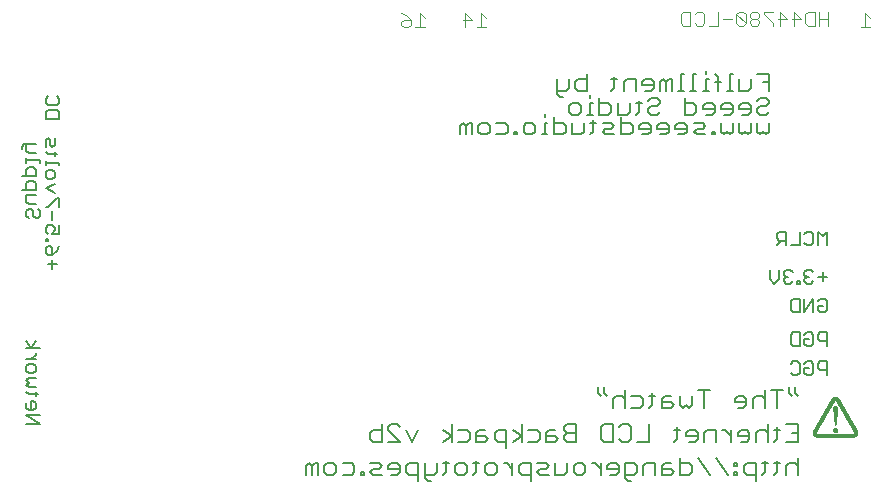
<source format=gbr>
G04 EAGLE Gerber RS-274X export*
G75*
%MOMM*%
%FSLAX34Y34*%
%LPD*%
%INSilkscreen Bottom*%
%IPPOS*%
%AMOC8*
5,1,8,0,0,1.08239X$1,22.5*%
G01*
%ADD10C,0.177800*%
%ADD11C,0.127000*%
%ADD12C,0.101600*%
%ADD13R,0.015300X0.015200*%
%ADD14R,0.015200X0.015200*%
%ADD15R,0.015200X0.015300*%
%ADD16R,0.015300X0.015300*%


D10*
X824103Y166256D02*
X824103Y151257D01*
X824103Y158756D02*
X821603Y161256D01*
X816604Y161256D01*
X814104Y158756D01*
X814104Y151257D01*
X806167Y153757D02*
X806167Y163756D01*
X806167Y153757D02*
X803667Y151257D01*
X803667Y161256D02*
X808667Y161256D01*
X795876Y163756D02*
X795876Y153757D01*
X793377Y151257D01*
X793377Y161256D02*
X798376Y161256D01*
X788086Y161256D02*
X788086Y146257D01*
X788086Y161256D02*
X780586Y161256D01*
X778086Y158756D01*
X778086Y153757D01*
X780586Y151257D01*
X788086Y151257D01*
X772650Y161256D02*
X770150Y161256D01*
X770150Y158756D01*
X772650Y158756D01*
X772650Y161256D01*
X772650Y153757D02*
X770150Y153757D01*
X770150Y151257D01*
X772650Y151257D01*
X772650Y153757D01*
X764931Y151257D02*
X754932Y166256D01*
X739496Y166256D02*
X749495Y151257D01*
X724060Y151257D02*
X724060Y166256D01*
X724060Y151257D02*
X731560Y151257D01*
X734059Y153757D01*
X734059Y158756D01*
X731560Y161256D01*
X724060Y161256D01*
X716124Y161256D02*
X711124Y161256D01*
X708624Y158756D01*
X708624Y151257D01*
X716124Y151257D01*
X718623Y153757D01*
X716124Y156257D01*
X708624Y156257D01*
X703187Y161256D02*
X703187Y151257D01*
X703187Y161256D02*
X695688Y161256D01*
X693188Y158756D01*
X693188Y151257D01*
X682752Y146257D02*
X680252Y146257D01*
X677752Y148757D01*
X677752Y161256D01*
X685251Y161256D01*
X687751Y158756D01*
X687751Y153757D01*
X685251Y151257D01*
X677752Y151257D01*
X669815Y151257D02*
X664816Y151257D01*
X669815Y151257D02*
X672315Y153757D01*
X672315Y158756D01*
X669815Y161256D01*
X664816Y161256D01*
X662316Y158756D01*
X662316Y156257D01*
X672315Y156257D01*
X656879Y151257D02*
X656879Y161256D01*
X656879Y156257D02*
X651879Y161256D01*
X649380Y161256D01*
X641516Y151257D02*
X636516Y151257D01*
X634016Y153757D01*
X634016Y158756D01*
X636516Y161256D01*
X641516Y161256D01*
X644016Y158756D01*
X644016Y153757D01*
X641516Y151257D01*
X628580Y153757D02*
X628580Y161256D01*
X628580Y153757D02*
X626080Y151257D01*
X618580Y151257D01*
X618580Y161256D01*
X613144Y151257D02*
X605644Y151257D01*
X603144Y153757D01*
X605644Y156257D01*
X610644Y156257D01*
X613144Y158756D01*
X610644Y161256D01*
X603144Y161256D01*
X597707Y161256D02*
X597707Y146257D01*
X597707Y161256D02*
X590208Y161256D01*
X587708Y158756D01*
X587708Y153757D01*
X590208Y151257D01*
X597707Y151257D01*
X582271Y151257D02*
X582271Y161256D01*
X582271Y156257D02*
X577272Y161256D01*
X574772Y161256D01*
X566908Y151257D02*
X561909Y151257D01*
X559409Y153757D01*
X559409Y158756D01*
X561909Y161256D01*
X566908Y161256D01*
X569408Y158756D01*
X569408Y153757D01*
X566908Y151257D01*
X551472Y153757D02*
X551472Y163756D01*
X551472Y153757D02*
X548972Y151257D01*
X548972Y161256D02*
X553972Y161256D01*
X541182Y151257D02*
X536182Y151257D01*
X533682Y153757D01*
X533682Y158756D01*
X536182Y161256D01*
X541182Y161256D01*
X543681Y158756D01*
X543681Y153757D01*
X541182Y151257D01*
X525745Y153757D02*
X525745Y163756D01*
X525745Y153757D02*
X523246Y151257D01*
X523246Y161256D02*
X528245Y161256D01*
X517955Y161256D02*
X517955Y153757D01*
X515455Y151257D01*
X507955Y151257D01*
X507955Y148757D02*
X507955Y161256D01*
X507955Y148757D02*
X510455Y146257D01*
X512955Y146257D01*
X502518Y146257D02*
X502518Y161256D01*
X495019Y161256D01*
X492519Y158756D01*
X492519Y153757D01*
X495019Y151257D01*
X502518Y151257D01*
X484583Y151257D02*
X479583Y151257D01*
X484583Y151257D02*
X487082Y153757D01*
X487082Y158756D01*
X484583Y161256D01*
X479583Y161256D01*
X477083Y158756D01*
X477083Y156257D01*
X487082Y156257D01*
X471646Y151257D02*
X464147Y151257D01*
X461647Y153757D01*
X464147Y156257D01*
X469147Y156257D01*
X471646Y158756D01*
X469147Y161256D01*
X461647Y161256D01*
X456210Y153757D02*
X456210Y151257D01*
X456210Y153757D02*
X453711Y153757D01*
X453711Y151257D01*
X456210Y151257D01*
X445992Y161256D02*
X438493Y161256D01*
X445992Y161256D02*
X448492Y158756D01*
X448492Y153757D01*
X445992Y151257D01*
X438493Y151257D01*
X430556Y151257D02*
X425557Y151257D01*
X423057Y153757D01*
X423057Y158756D01*
X425557Y161256D01*
X430556Y161256D01*
X433056Y158756D01*
X433056Y153757D01*
X430556Y151257D01*
X417620Y151257D02*
X417620Y161256D01*
X415120Y161256D01*
X412621Y158756D01*
X412621Y151257D01*
X412621Y158756D02*
X410121Y161256D01*
X407621Y158756D01*
X407621Y151257D01*
X814104Y194704D02*
X824103Y194704D01*
X824103Y179705D01*
X814104Y179705D01*
X819103Y187204D02*
X824103Y187204D01*
X806167Y192204D02*
X806167Y182205D01*
X803667Y179705D01*
X803667Y189704D02*
X808667Y189704D01*
X798376Y194704D02*
X798376Y179705D01*
X798376Y187204D02*
X795876Y189704D01*
X790877Y189704D01*
X788377Y187204D01*
X788377Y179705D01*
X780440Y179705D02*
X775441Y179705D01*
X780440Y179705D02*
X782940Y182205D01*
X782940Y187204D01*
X780440Y189704D01*
X775441Y189704D01*
X772941Y187204D01*
X772941Y184705D01*
X782940Y184705D01*
X767504Y179705D02*
X767504Y189704D01*
X767504Y184705D02*
X762505Y189704D01*
X760005Y189704D01*
X754641Y189704D02*
X754641Y179705D01*
X754641Y189704D02*
X747141Y189704D01*
X744642Y187204D01*
X744642Y179705D01*
X736705Y179705D02*
X731705Y179705D01*
X736705Y179705D02*
X739205Y182205D01*
X739205Y187204D01*
X736705Y189704D01*
X731705Y189704D01*
X729206Y187204D01*
X729206Y184705D01*
X739205Y184705D01*
X721269Y182205D02*
X721269Y192204D01*
X721269Y182205D02*
X718769Y179705D01*
X718769Y189704D02*
X723769Y189704D01*
X698042Y194704D02*
X698042Y179705D01*
X688043Y179705D01*
X675106Y194704D02*
X672607Y192204D01*
X675106Y194704D02*
X680106Y194704D01*
X682606Y192204D01*
X682606Y182205D01*
X680106Y179705D01*
X675106Y179705D01*
X672607Y182205D01*
X667170Y179705D02*
X667170Y194704D01*
X667170Y179705D02*
X659670Y179705D01*
X657171Y182205D01*
X657171Y192204D01*
X659670Y194704D01*
X667170Y194704D01*
X636298Y194704D02*
X636298Y179705D01*
X636298Y194704D02*
X628798Y194704D01*
X626298Y192204D01*
X626298Y189704D01*
X628798Y187204D01*
X626298Y184705D01*
X626298Y182205D01*
X628798Y179705D01*
X636298Y179705D01*
X636298Y187204D02*
X628798Y187204D01*
X618362Y189704D02*
X613362Y189704D01*
X610862Y187204D01*
X610862Y179705D01*
X618362Y179705D01*
X620862Y182205D01*
X618362Y184705D01*
X610862Y184705D01*
X602926Y189704D02*
X595426Y189704D01*
X602926Y189704D02*
X605426Y187204D01*
X605426Y182205D01*
X602926Y179705D01*
X595426Y179705D01*
X589989Y179705D02*
X589989Y194704D01*
X589989Y184705D02*
X582490Y179705D01*
X589989Y184705D02*
X582490Y189704D01*
X577126Y189704D02*
X577126Y174705D01*
X577126Y189704D02*
X569627Y189704D01*
X567127Y187204D01*
X567127Y182205D01*
X569627Y179705D01*
X577126Y179705D01*
X559190Y189704D02*
X554191Y189704D01*
X551691Y187204D01*
X551691Y179705D01*
X559190Y179705D01*
X561690Y182205D01*
X559190Y184705D01*
X551691Y184705D01*
X543754Y189704D02*
X536255Y189704D01*
X543754Y189704D02*
X546254Y187204D01*
X546254Y182205D01*
X543754Y179705D01*
X536255Y179705D01*
X530818Y179705D02*
X530818Y194704D01*
X530818Y184705D02*
X523318Y179705D01*
X530818Y184705D02*
X523318Y189704D01*
X502518Y189704D02*
X497519Y179705D01*
X492519Y189704D01*
X487082Y179705D02*
X477083Y179705D01*
X487082Y179705D02*
X477083Y189704D01*
X477083Y192204D01*
X479583Y194704D01*
X484583Y194704D01*
X487082Y192204D01*
X471646Y194704D02*
X471646Y179705D01*
X464147Y179705D01*
X461647Y182205D01*
X461647Y187204D01*
X464147Y189704D01*
X471646Y189704D01*
D11*
X841115Y319283D02*
X848741Y319283D01*
X844928Y323096D02*
X844928Y315470D01*
X837047Y323096D02*
X835140Y325003D01*
X831327Y325003D01*
X829421Y323096D01*
X829421Y321190D01*
X831327Y319283D01*
X833234Y319283D01*
X831327Y319283D02*
X829421Y317376D01*
X829421Y315470D01*
X831327Y313563D01*
X835140Y313563D01*
X837047Y315470D01*
X825353Y315470D02*
X825353Y313563D01*
X825353Y315470D02*
X823446Y315470D01*
X823446Y313563D01*
X825353Y313563D01*
X819506Y323096D02*
X817599Y325003D01*
X813786Y325003D01*
X811880Y323096D01*
X811880Y321190D01*
X813786Y319283D01*
X815693Y319283D01*
X813786Y319283D02*
X811880Y317376D01*
X811880Y315470D01*
X813786Y313563D01*
X817599Y313563D01*
X819506Y315470D01*
X807812Y317376D02*
X807812Y325003D01*
X807812Y317376D02*
X803999Y313563D01*
X800186Y317376D01*
X800186Y325003D01*
X841115Y298712D02*
X843021Y300619D01*
X846834Y300619D01*
X848741Y298712D01*
X848741Y291086D01*
X846834Y289179D01*
X843021Y289179D01*
X841115Y291086D01*
X841115Y294899D01*
X844928Y294899D01*
X837047Y289179D02*
X837047Y300619D01*
X829421Y289179D01*
X829421Y300619D01*
X825353Y300619D02*
X825353Y289179D01*
X819633Y289179D01*
X817727Y291086D01*
X817727Y298712D01*
X819633Y300619D01*
X825353Y300619D01*
X848741Y272171D02*
X848741Y260731D01*
X848741Y272171D02*
X843021Y272171D01*
X841115Y270264D01*
X841115Y266451D01*
X843021Y264544D01*
X848741Y264544D01*
X831327Y272171D02*
X829421Y270264D01*
X831327Y272171D02*
X835140Y272171D01*
X837047Y270264D01*
X837047Y262638D01*
X835140Y260731D01*
X831327Y260731D01*
X829421Y262638D01*
X829421Y266451D01*
X833234Y266451D01*
X825353Y272171D02*
X825353Y260731D01*
X819633Y260731D01*
X817727Y262638D01*
X817727Y270264D01*
X819633Y272171D01*
X825353Y272171D01*
X848741Y346075D02*
X848741Y357515D01*
X844928Y353702D01*
X841115Y357515D01*
X841115Y346075D01*
X831327Y357515D02*
X829421Y355608D01*
X831327Y357515D02*
X835140Y357515D01*
X837047Y355608D01*
X837047Y347982D01*
X835140Y346075D01*
X831327Y346075D01*
X829421Y347982D01*
X825353Y346075D02*
X825353Y357515D01*
X825353Y346075D02*
X817727Y346075D01*
X813659Y346075D02*
X813659Y357515D01*
X807939Y357515D01*
X806033Y355608D01*
X806033Y351795D01*
X807939Y349888D01*
X813659Y349888D01*
X809846Y349888D02*
X806033Y346075D01*
X182255Y374937D02*
X180348Y376844D01*
X182255Y374937D02*
X182255Y371124D01*
X180348Y369217D01*
X178442Y369217D01*
X176535Y371124D01*
X176535Y374937D01*
X174628Y376844D01*
X172722Y376844D01*
X170815Y374937D01*
X170815Y371124D01*
X172722Y369217D01*
X172722Y380911D02*
X178442Y380911D01*
X172722Y380911D02*
X170815Y382818D01*
X170815Y388538D01*
X178442Y388538D01*
X178442Y392605D02*
X167002Y392605D01*
X178442Y392605D02*
X178442Y398325D01*
X176535Y400231D01*
X172722Y400231D01*
X170815Y398325D01*
X170815Y392605D01*
X167002Y404299D02*
X178442Y404299D01*
X178442Y410019D01*
X176535Y411925D01*
X172722Y411925D01*
X170815Y410019D01*
X170815Y404299D01*
X182255Y415993D02*
X182255Y417900D01*
X170815Y417900D01*
X170815Y419806D02*
X170815Y415993D01*
X172722Y423789D02*
X178442Y423789D01*
X172722Y423789D02*
X170815Y425696D01*
X170815Y431415D01*
X168908Y431415D02*
X178442Y431415D01*
X168908Y431415D02*
X167002Y429509D01*
X167002Y427602D01*
X192791Y333677D02*
X192791Y326050D01*
X196604Y329863D02*
X188978Y329863D01*
X196604Y341557D02*
X198511Y345371D01*
X196604Y341557D02*
X192791Y337744D01*
X188978Y337744D01*
X187071Y339651D01*
X187071Y343464D01*
X188978Y345371D01*
X190884Y345371D01*
X192791Y343464D01*
X192791Y337744D01*
X188978Y349438D02*
X187071Y349438D01*
X188978Y349438D02*
X188978Y351345D01*
X187071Y351345D01*
X187071Y349438D01*
X198511Y355285D02*
X198511Y362912D01*
X198511Y355285D02*
X192791Y355285D01*
X194698Y359098D01*
X194698Y361005D01*
X192791Y362912D01*
X188978Y362912D01*
X187071Y361005D01*
X187071Y357192D01*
X188978Y355285D01*
X192791Y366979D02*
X192791Y374605D01*
X198511Y378673D02*
X198511Y386299D01*
X196604Y386299D01*
X188978Y378673D01*
X187071Y378673D01*
X194698Y390367D02*
X187071Y394180D01*
X194698Y397993D01*
X187071Y403968D02*
X187071Y407781D01*
X188978Y409687D01*
X192791Y409687D01*
X194698Y407781D01*
X194698Y403968D01*
X192791Y402061D01*
X188978Y402061D01*
X187071Y403968D01*
X198511Y413755D02*
X198511Y415661D01*
X187071Y415661D01*
X187071Y413755D02*
X187071Y417568D01*
X188978Y423457D02*
X196604Y423457D01*
X188978Y423457D02*
X187071Y425364D01*
X194698Y425364D02*
X194698Y421551D01*
X187071Y429347D02*
X187071Y435067D01*
X188978Y436973D01*
X190884Y435067D01*
X190884Y431253D01*
X192791Y429347D01*
X194698Y431253D01*
X194698Y436973D01*
X198511Y452735D02*
X187071Y452735D01*
X187071Y458455D01*
X188978Y460361D01*
X196604Y460361D01*
X198511Y458455D01*
X198511Y452735D01*
X198511Y470149D02*
X196604Y472055D01*
X198511Y470149D02*
X198511Y466335D01*
X196604Y464429D01*
X188978Y464429D01*
X187071Y466335D01*
X187071Y470149D01*
X188978Y472055D01*
X182255Y194797D02*
X170815Y194797D01*
X170815Y202424D02*
X182255Y194797D01*
X182255Y202424D02*
X170815Y202424D01*
X170815Y208398D02*
X170815Y212211D01*
X170815Y208398D02*
X172722Y206491D01*
X176535Y206491D01*
X178442Y208398D01*
X178442Y212211D01*
X176535Y214118D01*
X174628Y214118D01*
X174628Y206491D01*
X172722Y220092D02*
X180348Y220092D01*
X172722Y220092D02*
X170815Y221998D01*
X178442Y221998D02*
X178442Y218185D01*
X178442Y225981D02*
X172722Y225981D01*
X170815Y227888D01*
X172722Y229794D01*
X170815Y231701D01*
X172722Y233607D01*
X178442Y233607D01*
X170815Y239582D02*
X170815Y243395D01*
X172722Y245301D01*
X176535Y245301D01*
X178442Y243395D01*
X178442Y239582D01*
X176535Y237675D01*
X172722Y237675D01*
X170815Y239582D01*
X170815Y249369D02*
X178442Y249369D01*
X178442Y253182D02*
X174628Y249369D01*
X178442Y253182D02*
X178442Y255089D01*
X182255Y259114D02*
X170815Y259114D01*
X174628Y259114D02*
X170815Y264834D01*
X174628Y259114D02*
X178442Y264834D01*
X848741Y247787D02*
X848741Y236347D01*
X848741Y247787D02*
X843021Y247787D01*
X841115Y245880D01*
X841115Y242067D01*
X843021Y240160D01*
X848741Y240160D01*
X831327Y247787D02*
X829421Y245880D01*
X831327Y247787D02*
X835140Y247787D01*
X837047Y245880D01*
X837047Y238254D01*
X835140Y236347D01*
X831327Y236347D01*
X829421Y238254D01*
X829421Y242067D01*
X833234Y242067D01*
X819633Y247787D02*
X817727Y245880D01*
X819633Y247787D02*
X823446Y247787D01*
X825353Y245880D01*
X825353Y238254D01*
X823446Y236347D01*
X819633Y236347D01*
X817727Y238254D01*
D10*
X821603Y225652D02*
X821603Y220652D01*
X824103Y218152D01*
X816604Y220652D02*
X816604Y225652D01*
X816604Y220652D02*
X819103Y218152D01*
X806240Y223152D02*
X806240Y208153D01*
X811240Y223152D02*
X801240Y223152D01*
X795804Y223152D02*
X795804Y208153D01*
X795804Y215652D02*
X793304Y218152D01*
X788304Y218152D01*
X785804Y215652D01*
X785804Y208153D01*
X777868Y208153D02*
X772868Y208153D01*
X777868Y208153D02*
X780368Y210653D01*
X780368Y215652D01*
X777868Y218152D01*
X772868Y218152D01*
X770368Y215652D01*
X770368Y213153D01*
X780368Y213153D01*
X744496Y208153D02*
X744496Y223152D01*
X749495Y223152D02*
X739496Y223152D01*
X734059Y218152D02*
X734059Y210653D01*
X731560Y208153D01*
X729060Y210653D01*
X726560Y208153D01*
X724060Y210653D01*
X724060Y218152D01*
X716123Y218152D02*
X711124Y218152D01*
X708624Y215652D01*
X708624Y208153D01*
X716123Y208153D01*
X718623Y210653D01*
X716123Y213153D01*
X708624Y213153D01*
X700687Y210653D02*
X700687Y220652D01*
X700687Y210653D02*
X698188Y208153D01*
X698188Y218152D02*
X703187Y218152D01*
X690397Y218152D02*
X682897Y218152D01*
X690397Y218152D02*
X692897Y215652D01*
X692897Y210653D01*
X690397Y208153D01*
X682897Y208153D01*
X677460Y208153D02*
X677460Y223152D01*
X674961Y218152D02*
X677460Y215652D01*
X674961Y218152D02*
X669961Y218152D01*
X667461Y215652D01*
X667461Y208153D01*
X659525Y220652D02*
X659525Y225652D01*
X659525Y220652D02*
X662024Y218152D01*
X654525Y220652D02*
X654525Y225652D01*
X654525Y220652D02*
X657025Y218152D01*
X799719Y476377D02*
X799719Y491376D01*
X789720Y491376D01*
X794719Y483876D02*
X799719Y483876D01*
X784283Y486376D02*
X784283Y478877D01*
X781783Y476377D01*
X774284Y476377D01*
X774284Y486376D01*
X768847Y491376D02*
X766347Y491376D01*
X766347Y476377D01*
X768847Y476377D02*
X763847Y476377D01*
X756056Y476377D02*
X756056Y488876D01*
X753557Y491376D01*
X753557Y483876D02*
X758556Y483876D01*
X748266Y486376D02*
X745766Y486376D01*
X745766Y476377D01*
X748266Y476377D02*
X743266Y476377D01*
X745766Y491376D02*
X745766Y493876D01*
X737975Y491376D02*
X735475Y491376D01*
X735475Y476377D01*
X737975Y476377D02*
X732975Y476377D01*
X727684Y491376D02*
X725184Y491376D01*
X725184Y476377D01*
X722685Y476377D02*
X727684Y476377D01*
X717393Y476377D02*
X717393Y486376D01*
X714894Y486376D01*
X712394Y483876D01*
X712394Y476377D01*
X712394Y483876D02*
X709894Y486376D01*
X707394Y483876D01*
X707394Y476377D01*
X699458Y476377D02*
X694458Y476377D01*
X699458Y476377D02*
X701957Y478877D01*
X701957Y483876D01*
X699458Y486376D01*
X694458Y486376D01*
X691958Y483876D01*
X691958Y481377D01*
X701957Y481377D01*
X686521Y476377D02*
X686521Y486376D01*
X679022Y486376D01*
X676522Y483876D01*
X676522Y476377D01*
X668585Y478877D02*
X668585Y488876D01*
X668585Y478877D02*
X666086Y476377D01*
X666086Y486376D02*
X671085Y486376D01*
X645359Y491376D02*
X645359Y476377D01*
X637859Y476377D01*
X635359Y478877D01*
X635359Y483876D01*
X637859Y486376D01*
X645359Y486376D01*
X629922Y486376D02*
X629922Y478877D01*
X627423Y476377D01*
X619923Y476377D01*
X619923Y473877D02*
X619923Y486376D01*
X619923Y473877D02*
X622423Y471377D01*
X624923Y471377D01*
X789720Y468556D02*
X792220Y471056D01*
X797219Y471056D01*
X799719Y468556D01*
X799719Y466056D01*
X797219Y463556D01*
X792220Y463556D01*
X789720Y461057D01*
X789720Y458557D01*
X792220Y456057D01*
X797219Y456057D01*
X799719Y458557D01*
X781783Y456057D02*
X776784Y456057D01*
X781783Y456057D02*
X784283Y458557D01*
X784283Y463556D01*
X781783Y466056D01*
X776784Y466056D01*
X774284Y463556D01*
X774284Y461057D01*
X784283Y461057D01*
X766347Y456057D02*
X761347Y456057D01*
X766347Y456057D02*
X768847Y458557D01*
X768847Y463556D01*
X766347Y466056D01*
X761347Y466056D01*
X758848Y463556D01*
X758848Y461057D01*
X768847Y461057D01*
X750911Y456057D02*
X745911Y456057D01*
X750911Y456057D02*
X753411Y458557D01*
X753411Y463556D01*
X750911Y466056D01*
X745911Y466056D01*
X743412Y463556D01*
X743412Y461057D01*
X753411Y461057D01*
X727976Y456057D02*
X727976Y471056D01*
X727976Y456057D02*
X735475Y456057D01*
X737975Y458557D01*
X737975Y463556D01*
X735475Y466056D01*
X727976Y466056D01*
X699603Y471056D02*
X697103Y468556D01*
X699603Y471056D02*
X704603Y471056D01*
X707103Y468556D01*
X707103Y466056D01*
X704603Y463556D01*
X699603Y463556D01*
X697103Y461057D01*
X697103Y458557D01*
X699603Y456057D01*
X704603Y456057D01*
X707103Y458557D01*
X689167Y458557D02*
X689167Y468556D01*
X689167Y458557D02*
X686667Y456057D01*
X686667Y466056D02*
X691667Y466056D01*
X681376Y466056D02*
X681376Y458557D01*
X678876Y456057D01*
X671377Y456057D01*
X671377Y466056D01*
X655941Y471056D02*
X655941Y456057D01*
X663440Y456057D01*
X665940Y458557D01*
X665940Y463556D01*
X663440Y466056D01*
X655941Y466056D01*
X650504Y466056D02*
X648004Y466056D01*
X648004Y456057D01*
X650504Y456057D02*
X645504Y456057D01*
X648004Y471056D02*
X648004Y473556D01*
X637713Y456057D02*
X632714Y456057D01*
X630214Y458557D01*
X630214Y463556D01*
X632714Y466056D01*
X637713Y466056D01*
X640213Y463556D01*
X640213Y458557D01*
X637713Y456057D01*
X799719Y449800D02*
X799719Y442301D01*
X797219Y439801D01*
X794719Y442301D01*
X792220Y439801D01*
X789720Y442301D01*
X789720Y449800D01*
X784283Y449800D02*
X784283Y442301D01*
X781783Y439801D01*
X779283Y442301D01*
X776784Y439801D01*
X774284Y442301D01*
X774284Y449800D01*
X768847Y449800D02*
X768847Y442301D01*
X766347Y439801D01*
X763847Y442301D01*
X761347Y439801D01*
X758848Y442301D01*
X758848Y449800D01*
X753411Y442301D02*
X753411Y439801D01*
X753411Y442301D02*
X750911Y442301D01*
X750911Y439801D01*
X753411Y439801D01*
X745693Y439801D02*
X738193Y439801D01*
X735694Y442301D01*
X738193Y444801D01*
X743193Y444801D01*
X745693Y447300D01*
X743193Y449800D01*
X735694Y449800D01*
X727757Y439801D02*
X722757Y439801D01*
X727757Y439801D02*
X730257Y442301D01*
X730257Y447300D01*
X727757Y449800D01*
X722757Y449800D01*
X720258Y447300D01*
X720258Y444801D01*
X730257Y444801D01*
X712321Y439801D02*
X707321Y439801D01*
X712321Y439801D02*
X714821Y442301D01*
X714821Y447300D01*
X712321Y449800D01*
X707321Y449800D01*
X704821Y447300D01*
X704821Y444801D01*
X714821Y444801D01*
X696885Y439801D02*
X691885Y439801D01*
X696885Y439801D02*
X699385Y442301D01*
X699385Y447300D01*
X696885Y449800D01*
X691885Y449800D01*
X689385Y447300D01*
X689385Y444801D01*
X699385Y444801D01*
X673949Y439801D02*
X673949Y454800D01*
X673949Y439801D02*
X681449Y439801D01*
X683949Y442301D01*
X683949Y447300D01*
X681449Y449800D01*
X673949Y449800D01*
X668512Y439801D02*
X661013Y439801D01*
X658513Y442301D01*
X661013Y444801D01*
X666013Y444801D01*
X668512Y447300D01*
X666013Y449800D01*
X658513Y449800D01*
X650577Y452300D02*
X650577Y442301D01*
X648077Y439801D01*
X648077Y449800D02*
X653076Y449800D01*
X642786Y449800D02*
X642786Y442301D01*
X640286Y439801D01*
X632787Y439801D01*
X632787Y449800D01*
X617350Y454800D02*
X617350Y439801D01*
X624850Y439801D01*
X627350Y442301D01*
X627350Y447300D01*
X624850Y449800D01*
X617350Y449800D01*
X611914Y449800D02*
X609414Y449800D01*
X609414Y439801D01*
X611914Y439801D02*
X606914Y439801D01*
X609414Y454800D02*
X609414Y457300D01*
X599123Y439801D02*
X594124Y439801D01*
X591624Y442301D01*
X591624Y447300D01*
X594124Y449800D01*
X599123Y449800D01*
X601623Y447300D01*
X601623Y442301D01*
X599123Y439801D01*
X586187Y439801D02*
X586187Y442301D01*
X583687Y442301D01*
X583687Y439801D01*
X586187Y439801D01*
X575969Y449800D02*
X568470Y449800D01*
X575969Y449800D02*
X578469Y447300D01*
X578469Y442301D01*
X575969Y439801D01*
X568470Y439801D01*
X560533Y439801D02*
X555533Y439801D01*
X553034Y442301D01*
X553034Y447300D01*
X555533Y449800D01*
X560533Y449800D01*
X563033Y447300D01*
X563033Y442301D01*
X560533Y439801D01*
X547597Y439801D02*
X547597Y449800D01*
X545097Y449800D01*
X542597Y447300D01*
X542597Y439801D01*
X542597Y447300D02*
X540097Y449800D01*
X537598Y447300D01*
X537598Y439801D01*
D12*
X881087Y542625D02*
X884985Y538727D01*
X881087Y542625D02*
X881087Y530931D01*
X884985Y530931D02*
X877189Y530931D01*
X559865Y538727D02*
X555967Y542625D01*
X555967Y530931D01*
X559865Y530931D02*
X552069Y530931D01*
X542324Y530931D02*
X542324Y542625D01*
X548171Y536778D01*
X540375Y536778D01*
X507795Y538727D02*
X503897Y542625D01*
X503897Y530931D01*
X507795Y530931D02*
X499999Y530931D01*
X492203Y540676D02*
X488305Y542625D01*
X492203Y540676D02*
X496101Y536778D01*
X496101Y532880D01*
X494152Y530931D01*
X490254Y530931D01*
X488305Y532880D01*
X488305Y534829D01*
X490254Y536778D01*
X496101Y536778D01*
X849806Y531839D02*
X849806Y543533D01*
X849806Y537686D02*
X842010Y537686D01*
X842010Y543533D02*
X842010Y531839D01*
X838112Y531839D02*
X838112Y543533D01*
X838112Y531839D02*
X832265Y531839D01*
X830316Y533788D01*
X830316Y541584D01*
X832265Y543533D01*
X838112Y543533D01*
X820571Y543533D02*
X820571Y531839D01*
X826418Y537686D02*
X820571Y543533D01*
X818622Y537686D02*
X826418Y537686D01*
X808877Y531839D02*
X808877Y543533D01*
X814724Y537686D01*
X806928Y537686D01*
X803030Y543533D02*
X795234Y543533D01*
X795234Y541584D01*
X803030Y533788D01*
X803030Y531839D01*
X791336Y541584D02*
X789387Y543533D01*
X785489Y543533D01*
X783540Y541584D01*
X783540Y539635D01*
X785489Y537686D01*
X783540Y535737D01*
X783540Y533788D01*
X785489Y531839D01*
X789387Y531839D01*
X791336Y533788D01*
X791336Y535737D01*
X789387Y537686D01*
X791336Y539635D01*
X791336Y541584D01*
X789387Y537686D02*
X785489Y537686D01*
X779642Y533788D02*
X779642Y541584D01*
X777693Y543533D01*
X773795Y543533D01*
X771846Y541584D01*
X771846Y533788D01*
X773795Y531839D01*
X777693Y531839D01*
X779642Y533788D01*
X771846Y541584D01*
X767948Y537686D02*
X760152Y537686D01*
X756254Y543533D02*
X756254Y531839D01*
X748458Y531839D01*
X736764Y541584D02*
X738713Y543533D01*
X742611Y543533D01*
X744560Y541584D01*
X744560Y533788D01*
X742611Y531839D01*
X738713Y531839D01*
X736764Y533788D01*
X732866Y531839D02*
X732866Y543533D01*
X732866Y531839D02*
X727019Y531839D01*
X725070Y533788D01*
X725070Y541584D01*
X727019Y543533D01*
X732866Y543533D01*
D13*
X841223Y182956D03*
X841528Y182956D03*
D14*
X841832Y182956D03*
X842137Y182956D03*
X842442Y182956D03*
D13*
X842747Y182956D03*
X843052Y182956D03*
D14*
X843356Y182956D03*
X843661Y182956D03*
X843966Y182956D03*
D13*
X844271Y182956D03*
X844576Y182956D03*
D14*
X844880Y182956D03*
X845185Y182956D03*
X845490Y182956D03*
D13*
X845795Y182956D03*
X846100Y182956D03*
D14*
X846404Y182956D03*
X846709Y182956D03*
X847014Y182956D03*
D13*
X847319Y182956D03*
X847624Y182956D03*
D14*
X847928Y182956D03*
X848233Y182956D03*
X848538Y182956D03*
D13*
X848843Y182956D03*
X849148Y182956D03*
D14*
X849452Y182956D03*
X849757Y182956D03*
X850062Y182956D03*
D13*
X850367Y182956D03*
X850672Y182956D03*
D14*
X850976Y182956D03*
X851281Y182956D03*
X851586Y182956D03*
D13*
X851891Y182956D03*
X852196Y182956D03*
D14*
X852500Y182956D03*
X852805Y182956D03*
X853110Y182956D03*
D13*
X853415Y182956D03*
X853720Y182956D03*
D14*
X854024Y182956D03*
X854329Y182956D03*
X854634Y182956D03*
D13*
X854939Y182956D03*
X855244Y182956D03*
D14*
X855548Y182956D03*
X855853Y182956D03*
X856158Y182956D03*
D13*
X856463Y182956D03*
X856768Y182956D03*
D14*
X857072Y182956D03*
X857377Y182956D03*
X857682Y182956D03*
D13*
X857987Y182956D03*
X858292Y182956D03*
D14*
X858596Y182956D03*
X858901Y182956D03*
X859206Y182956D03*
D13*
X859511Y182956D03*
X859816Y182956D03*
D14*
X860120Y182956D03*
X860425Y182956D03*
X860730Y182956D03*
D13*
X861035Y182956D03*
X861340Y182956D03*
D14*
X861644Y182956D03*
X861949Y182956D03*
X862254Y182956D03*
D13*
X862559Y182956D03*
X862864Y182956D03*
D14*
X863168Y182956D03*
X863473Y182956D03*
X863778Y182956D03*
D13*
X864083Y182956D03*
X864388Y182956D03*
D14*
X864692Y182956D03*
X864997Y182956D03*
X865302Y182956D03*
D13*
X865607Y182956D03*
X865912Y182956D03*
D14*
X866216Y182956D03*
X866521Y182956D03*
X866826Y182956D03*
D13*
X867131Y182956D03*
X867436Y182956D03*
D14*
X867740Y182956D03*
X868045Y182956D03*
X868350Y182956D03*
D13*
X868655Y182956D03*
X868960Y182956D03*
D14*
X869264Y182956D03*
X869569Y182956D03*
X869874Y182956D03*
D13*
X870179Y182956D03*
X870484Y182956D03*
D14*
X870788Y182956D03*
X871093Y182956D03*
X871398Y182956D03*
D15*
X840156Y183109D03*
X840308Y183109D03*
D16*
X840461Y183109D03*
D15*
X840613Y183109D03*
D16*
X840766Y183109D03*
D15*
X840918Y183109D03*
X841070Y183109D03*
D16*
X841223Y183109D03*
D15*
X841375Y183109D03*
D16*
X841528Y183109D03*
D15*
X841680Y183109D03*
X841832Y183109D03*
D16*
X841985Y183109D03*
D15*
X842137Y183109D03*
D16*
X842290Y183109D03*
D15*
X842442Y183109D03*
X842594Y183109D03*
D16*
X842747Y183109D03*
D15*
X842899Y183109D03*
D16*
X843052Y183109D03*
D15*
X843204Y183109D03*
X843356Y183109D03*
D16*
X843509Y183109D03*
D15*
X843661Y183109D03*
D16*
X843814Y183109D03*
D15*
X843966Y183109D03*
X844118Y183109D03*
D16*
X844271Y183109D03*
D15*
X844423Y183109D03*
D16*
X844576Y183109D03*
D15*
X844728Y183109D03*
X844880Y183109D03*
D16*
X845033Y183109D03*
D15*
X845185Y183109D03*
D16*
X845338Y183109D03*
D15*
X845490Y183109D03*
X845642Y183109D03*
D16*
X845795Y183109D03*
D15*
X845947Y183109D03*
D16*
X846100Y183109D03*
D15*
X846252Y183109D03*
X846404Y183109D03*
D16*
X846557Y183109D03*
D15*
X846709Y183109D03*
D16*
X846862Y183109D03*
D15*
X847014Y183109D03*
X847166Y183109D03*
D16*
X847319Y183109D03*
D15*
X847471Y183109D03*
D16*
X847624Y183109D03*
D15*
X847776Y183109D03*
X847928Y183109D03*
D16*
X848081Y183109D03*
D15*
X848233Y183109D03*
D16*
X848386Y183109D03*
D15*
X848538Y183109D03*
X848690Y183109D03*
D16*
X848843Y183109D03*
D15*
X848995Y183109D03*
D16*
X849148Y183109D03*
D15*
X849300Y183109D03*
X849452Y183109D03*
D16*
X849605Y183109D03*
D15*
X849757Y183109D03*
D16*
X849910Y183109D03*
D15*
X850062Y183109D03*
X850214Y183109D03*
D16*
X850367Y183109D03*
D15*
X850519Y183109D03*
D16*
X850672Y183109D03*
D15*
X850824Y183109D03*
X850976Y183109D03*
D16*
X851129Y183109D03*
D15*
X851281Y183109D03*
D16*
X851434Y183109D03*
D15*
X851586Y183109D03*
X851738Y183109D03*
D16*
X851891Y183109D03*
D15*
X852043Y183109D03*
D16*
X852196Y183109D03*
D15*
X852348Y183109D03*
X852500Y183109D03*
D16*
X852653Y183109D03*
D15*
X852805Y183109D03*
D16*
X852958Y183109D03*
D15*
X853110Y183109D03*
X853262Y183109D03*
D16*
X853415Y183109D03*
D15*
X853567Y183109D03*
D16*
X853720Y183109D03*
D15*
X853872Y183109D03*
X854024Y183109D03*
D16*
X854177Y183109D03*
D15*
X854329Y183109D03*
D16*
X854482Y183109D03*
D15*
X854634Y183109D03*
X854786Y183109D03*
D16*
X854939Y183109D03*
D15*
X855091Y183109D03*
D16*
X855244Y183109D03*
D15*
X855396Y183109D03*
X855548Y183109D03*
D16*
X855701Y183109D03*
D15*
X855853Y183109D03*
D16*
X856006Y183109D03*
D15*
X856158Y183109D03*
X856310Y183109D03*
D16*
X856463Y183109D03*
D15*
X856615Y183109D03*
D16*
X856768Y183109D03*
D15*
X856920Y183109D03*
X857072Y183109D03*
D16*
X857225Y183109D03*
D15*
X857377Y183109D03*
D16*
X857530Y183109D03*
D15*
X857682Y183109D03*
X857834Y183109D03*
D16*
X857987Y183109D03*
D15*
X858139Y183109D03*
D16*
X858292Y183109D03*
D15*
X858444Y183109D03*
X858596Y183109D03*
D16*
X858749Y183109D03*
D15*
X858901Y183109D03*
D16*
X859054Y183109D03*
D15*
X859206Y183109D03*
X859358Y183109D03*
D16*
X859511Y183109D03*
D15*
X859663Y183109D03*
D16*
X859816Y183109D03*
D15*
X859968Y183109D03*
X860120Y183109D03*
D16*
X860273Y183109D03*
D15*
X860425Y183109D03*
D16*
X860578Y183109D03*
D15*
X860730Y183109D03*
X860882Y183109D03*
D16*
X861035Y183109D03*
D15*
X861187Y183109D03*
D16*
X861340Y183109D03*
D15*
X861492Y183109D03*
X861644Y183109D03*
D16*
X861797Y183109D03*
D15*
X861949Y183109D03*
D16*
X862102Y183109D03*
D15*
X862254Y183109D03*
X862406Y183109D03*
D16*
X862559Y183109D03*
D15*
X862711Y183109D03*
D16*
X862864Y183109D03*
D15*
X863016Y183109D03*
X863168Y183109D03*
D16*
X863321Y183109D03*
D15*
X863473Y183109D03*
D16*
X863626Y183109D03*
D15*
X863778Y183109D03*
X863930Y183109D03*
D16*
X864083Y183109D03*
D15*
X864235Y183109D03*
D16*
X864388Y183109D03*
D15*
X864540Y183109D03*
X864692Y183109D03*
D16*
X864845Y183109D03*
D15*
X864997Y183109D03*
D16*
X865150Y183109D03*
D15*
X865302Y183109D03*
X865454Y183109D03*
D16*
X865607Y183109D03*
D15*
X865759Y183109D03*
D16*
X865912Y183109D03*
D15*
X866064Y183109D03*
X866216Y183109D03*
D16*
X866369Y183109D03*
D15*
X866521Y183109D03*
D16*
X866674Y183109D03*
D15*
X866826Y183109D03*
X866978Y183109D03*
D16*
X867131Y183109D03*
D15*
X867283Y183109D03*
D16*
X867436Y183109D03*
D15*
X867588Y183109D03*
X867740Y183109D03*
D16*
X867893Y183109D03*
D15*
X868045Y183109D03*
D16*
X868198Y183109D03*
D15*
X868350Y183109D03*
X868502Y183109D03*
D16*
X868655Y183109D03*
D15*
X868807Y183109D03*
D16*
X868960Y183109D03*
D15*
X869112Y183109D03*
X869264Y183109D03*
D16*
X869417Y183109D03*
D15*
X869569Y183109D03*
D16*
X869722Y183109D03*
D15*
X869874Y183109D03*
X870026Y183109D03*
D16*
X870179Y183109D03*
D15*
X870331Y183109D03*
D16*
X870484Y183109D03*
D15*
X870636Y183109D03*
X870788Y183109D03*
D16*
X870941Y183109D03*
D15*
X871093Y183109D03*
D16*
X871246Y183109D03*
D15*
X871398Y183109D03*
X871550Y183109D03*
D16*
X871703Y183109D03*
D15*
X871855Y183109D03*
D16*
X872008Y183109D03*
D15*
X872160Y183109D03*
X872312Y183109D03*
D13*
X839699Y183261D03*
D14*
X839851Y183261D03*
D13*
X840004Y183261D03*
D14*
X840156Y183261D03*
X840308Y183261D03*
D13*
X840461Y183261D03*
D14*
X840613Y183261D03*
D13*
X840766Y183261D03*
D14*
X840918Y183261D03*
X841070Y183261D03*
D13*
X841223Y183261D03*
D14*
X841375Y183261D03*
D13*
X841528Y183261D03*
D14*
X841680Y183261D03*
X841832Y183261D03*
D13*
X841985Y183261D03*
D14*
X842137Y183261D03*
D13*
X842290Y183261D03*
D14*
X842442Y183261D03*
X842594Y183261D03*
D13*
X842747Y183261D03*
D14*
X842899Y183261D03*
D13*
X843052Y183261D03*
D14*
X843204Y183261D03*
X843356Y183261D03*
D13*
X843509Y183261D03*
D14*
X843661Y183261D03*
D13*
X843814Y183261D03*
D14*
X843966Y183261D03*
X844118Y183261D03*
D13*
X844271Y183261D03*
D14*
X844423Y183261D03*
D13*
X844576Y183261D03*
D14*
X844728Y183261D03*
X844880Y183261D03*
D13*
X845033Y183261D03*
D14*
X845185Y183261D03*
D13*
X845338Y183261D03*
D14*
X845490Y183261D03*
X845642Y183261D03*
D13*
X845795Y183261D03*
D14*
X845947Y183261D03*
D13*
X846100Y183261D03*
D14*
X846252Y183261D03*
X846404Y183261D03*
D13*
X846557Y183261D03*
D14*
X846709Y183261D03*
D13*
X846862Y183261D03*
D14*
X847014Y183261D03*
X847166Y183261D03*
D13*
X847319Y183261D03*
D14*
X847471Y183261D03*
D13*
X847624Y183261D03*
D14*
X847776Y183261D03*
X847928Y183261D03*
D13*
X848081Y183261D03*
D14*
X848233Y183261D03*
D13*
X848386Y183261D03*
D14*
X848538Y183261D03*
X848690Y183261D03*
D13*
X848843Y183261D03*
D14*
X848995Y183261D03*
D13*
X849148Y183261D03*
D14*
X849300Y183261D03*
X849452Y183261D03*
D13*
X849605Y183261D03*
D14*
X849757Y183261D03*
D13*
X849910Y183261D03*
D14*
X850062Y183261D03*
X850214Y183261D03*
D13*
X850367Y183261D03*
D14*
X850519Y183261D03*
D13*
X850672Y183261D03*
D14*
X850824Y183261D03*
X850976Y183261D03*
D13*
X851129Y183261D03*
D14*
X851281Y183261D03*
D13*
X851434Y183261D03*
D14*
X851586Y183261D03*
X851738Y183261D03*
D13*
X851891Y183261D03*
D14*
X852043Y183261D03*
D13*
X852196Y183261D03*
D14*
X852348Y183261D03*
X852500Y183261D03*
D13*
X852653Y183261D03*
D14*
X852805Y183261D03*
D13*
X852958Y183261D03*
D14*
X853110Y183261D03*
X853262Y183261D03*
D13*
X853415Y183261D03*
D14*
X853567Y183261D03*
D13*
X853720Y183261D03*
D14*
X853872Y183261D03*
X854024Y183261D03*
D13*
X854177Y183261D03*
D14*
X854329Y183261D03*
D13*
X854482Y183261D03*
D14*
X854634Y183261D03*
X854786Y183261D03*
D13*
X854939Y183261D03*
D14*
X855091Y183261D03*
D13*
X855244Y183261D03*
D14*
X855396Y183261D03*
X855548Y183261D03*
D13*
X855701Y183261D03*
D14*
X855853Y183261D03*
D13*
X856006Y183261D03*
D14*
X856158Y183261D03*
X856310Y183261D03*
D13*
X856463Y183261D03*
D14*
X856615Y183261D03*
D13*
X856768Y183261D03*
D14*
X856920Y183261D03*
X857072Y183261D03*
D13*
X857225Y183261D03*
D14*
X857377Y183261D03*
D13*
X857530Y183261D03*
D14*
X857682Y183261D03*
X857834Y183261D03*
D13*
X857987Y183261D03*
D14*
X858139Y183261D03*
D13*
X858292Y183261D03*
D14*
X858444Y183261D03*
X858596Y183261D03*
D13*
X858749Y183261D03*
D14*
X858901Y183261D03*
D13*
X859054Y183261D03*
D14*
X859206Y183261D03*
X859358Y183261D03*
D13*
X859511Y183261D03*
D14*
X859663Y183261D03*
D13*
X859816Y183261D03*
D14*
X859968Y183261D03*
X860120Y183261D03*
D13*
X860273Y183261D03*
D14*
X860425Y183261D03*
D13*
X860578Y183261D03*
D14*
X860730Y183261D03*
X860882Y183261D03*
D13*
X861035Y183261D03*
D14*
X861187Y183261D03*
D13*
X861340Y183261D03*
D14*
X861492Y183261D03*
X861644Y183261D03*
D13*
X861797Y183261D03*
D14*
X861949Y183261D03*
D13*
X862102Y183261D03*
D14*
X862254Y183261D03*
X862406Y183261D03*
D13*
X862559Y183261D03*
D14*
X862711Y183261D03*
D13*
X862864Y183261D03*
D14*
X863016Y183261D03*
X863168Y183261D03*
D13*
X863321Y183261D03*
D14*
X863473Y183261D03*
D13*
X863626Y183261D03*
D14*
X863778Y183261D03*
X863930Y183261D03*
D13*
X864083Y183261D03*
D14*
X864235Y183261D03*
D13*
X864388Y183261D03*
D14*
X864540Y183261D03*
X864692Y183261D03*
D13*
X864845Y183261D03*
D14*
X864997Y183261D03*
D13*
X865150Y183261D03*
D14*
X865302Y183261D03*
X865454Y183261D03*
D13*
X865607Y183261D03*
D14*
X865759Y183261D03*
D13*
X865912Y183261D03*
D14*
X866064Y183261D03*
X866216Y183261D03*
D13*
X866369Y183261D03*
D14*
X866521Y183261D03*
D13*
X866674Y183261D03*
D14*
X866826Y183261D03*
X866978Y183261D03*
D13*
X867131Y183261D03*
D14*
X867283Y183261D03*
D13*
X867436Y183261D03*
D14*
X867588Y183261D03*
X867740Y183261D03*
D13*
X867893Y183261D03*
D14*
X868045Y183261D03*
D13*
X868198Y183261D03*
D14*
X868350Y183261D03*
X868502Y183261D03*
D13*
X868655Y183261D03*
D14*
X868807Y183261D03*
D13*
X868960Y183261D03*
D14*
X869112Y183261D03*
X869264Y183261D03*
D13*
X869417Y183261D03*
D14*
X869569Y183261D03*
D13*
X869722Y183261D03*
D14*
X869874Y183261D03*
X870026Y183261D03*
D13*
X870179Y183261D03*
D14*
X870331Y183261D03*
D13*
X870484Y183261D03*
D14*
X870636Y183261D03*
X870788Y183261D03*
D13*
X870941Y183261D03*
D14*
X871093Y183261D03*
D13*
X871246Y183261D03*
D14*
X871398Y183261D03*
X871550Y183261D03*
D13*
X871703Y183261D03*
D14*
X871855Y183261D03*
D13*
X872008Y183261D03*
D14*
X872160Y183261D03*
X872312Y183261D03*
D13*
X872465Y183261D03*
D14*
X872617Y183261D03*
D13*
X872770Y183261D03*
D14*
X872922Y183261D03*
D16*
X839242Y183414D03*
D15*
X839394Y183414D03*
X839546Y183414D03*
D16*
X839699Y183414D03*
D15*
X839851Y183414D03*
D16*
X840004Y183414D03*
D15*
X840156Y183414D03*
X840308Y183414D03*
D16*
X840461Y183414D03*
D15*
X840613Y183414D03*
D16*
X840766Y183414D03*
D15*
X840918Y183414D03*
X841070Y183414D03*
D16*
X841223Y183414D03*
D15*
X841375Y183414D03*
D16*
X841528Y183414D03*
D15*
X841680Y183414D03*
X841832Y183414D03*
D16*
X841985Y183414D03*
D15*
X842137Y183414D03*
D16*
X842290Y183414D03*
D15*
X842442Y183414D03*
X842594Y183414D03*
D16*
X842747Y183414D03*
D15*
X842899Y183414D03*
D16*
X843052Y183414D03*
D15*
X843204Y183414D03*
X843356Y183414D03*
D16*
X843509Y183414D03*
D15*
X843661Y183414D03*
D16*
X843814Y183414D03*
D15*
X843966Y183414D03*
X844118Y183414D03*
D16*
X844271Y183414D03*
D15*
X844423Y183414D03*
D16*
X844576Y183414D03*
D15*
X844728Y183414D03*
X844880Y183414D03*
D16*
X845033Y183414D03*
D15*
X845185Y183414D03*
D16*
X845338Y183414D03*
D15*
X845490Y183414D03*
X845642Y183414D03*
D16*
X845795Y183414D03*
D15*
X845947Y183414D03*
D16*
X846100Y183414D03*
D15*
X846252Y183414D03*
X846404Y183414D03*
D16*
X846557Y183414D03*
D15*
X846709Y183414D03*
D16*
X846862Y183414D03*
D15*
X847014Y183414D03*
X847166Y183414D03*
D16*
X847319Y183414D03*
D15*
X847471Y183414D03*
D16*
X847624Y183414D03*
D15*
X847776Y183414D03*
X847928Y183414D03*
D16*
X848081Y183414D03*
D15*
X848233Y183414D03*
D16*
X848386Y183414D03*
D15*
X848538Y183414D03*
X848690Y183414D03*
D16*
X848843Y183414D03*
D15*
X848995Y183414D03*
D16*
X849148Y183414D03*
D15*
X849300Y183414D03*
X849452Y183414D03*
D16*
X849605Y183414D03*
D15*
X849757Y183414D03*
D16*
X849910Y183414D03*
D15*
X850062Y183414D03*
X850214Y183414D03*
D16*
X850367Y183414D03*
D15*
X850519Y183414D03*
D16*
X850672Y183414D03*
D15*
X850824Y183414D03*
X850976Y183414D03*
D16*
X851129Y183414D03*
D15*
X851281Y183414D03*
D16*
X851434Y183414D03*
D15*
X851586Y183414D03*
X851738Y183414D03*
D16*
X851891Y183414D03*
D15*
X852043Y183414D03*
D16*
X852196Y183414D03*
D15*
X852348Y183414D03*
X852500Y183414D03*
D16*
X852653Y183414D03*
D15*
X852805Y183414D03*
D16*
X852958Y183414D03*
D15*
X853110Y183414D03*
X853262Y183414D03*
D16*
X853415Y183414D03*
D15*
X853567Y183414D03*
D16*
X853720Y183414D03*
D15*
X853872Y183414D03*
X854024Y183414D03*
D16*
X854177Y183414D03*
D15*
X854329Y183414D03*
D16*
X854482Y183414D03*
D15*
X854634Y183414D03*
X854786Y183414D03*
D16*
X854939Y183414D03*
D15*
X855091Y183414D03*
D16*
X855244Y183414D03*
D15*
X855396Y183414D03*
X855548Y183414D03*
D16*
X855701Y183414D03*
D15*
X855853Y183414D03*
D16*
X856006Y183414D03*
D15*
X856158Y183414D03*
X856310Y183414D03*
D16*
X856463Y183414D03*
D15*
X856615Y183414D03*
D16*
X856768Y183414D03*
D15*
X856920Y183414D03*
X857072Y183414D03*
D16*
X857225Y183414D03*
D15*
X857377Y183414D03*
D16*
X857530Y183414D03*
D15*
X857682Y183414D03*
X857834Y183414D03*
D16*
X857987Y183414D03*
D15*
X858139Y183414D03*
D16*
X858292Y183414D03*
D15*
X858444Y183414D03*
X858596Y183414D03*
D16*
X858749Y183414D03*
D15*
X858901Y183414D03*
D16*
X859054Y183414D03*
D15*
X859206Y183414D03*
X859358Y183414D03*
D16*
X859511Y183414D03*
D15*
X859663Y183414D03*
D16*
X859816Y183414D03*
D15*
X859968Y183414D03*
X860120Y183414D03*
D16*
X860273Y183414D03*
D15*
X860425Y183414D03*
D16*
X860578Y183414D03*
D15*
X860730Y183414D03*
X860882Y183414D03*
D16*
X861035Y183414D03*
D15*
X861187Y183414D03*
D16*
X861340Y183414D03*
D15*
X861492Y183414D03*
X861644Y183414D03*
D16*
X861797Y183414D03*
D15*
X861949Y183414D03*
D16*
X862102Y183414D03*
D15*
X862254Y183414D03*
X862406Y183414D03*
D16*
X862559Y183414D03*
D15*
X862711Y183414D03*
D16*
X862864Y183414D03*
D15*
X863016Y183414D03*
X863168Y183414D03*
D16*
X863321Y183414D03*
D15*
X863473Y183414D03*
D16*
X863626Y183414D03*
D15*
X863778Y183414D03*
X863930Y183414D03*
D16*
X864083Y183414D03*
D15*
X864235Y183414D03*
D16*
X864388Y183414D03*
D15*
X864540Y183414D03*
X864692Y183414D03*
D16*
X864845Y183414D03*
D15*
X864997Y183414D03*
D16*
X865150Y183414D03*
D15*
X865302Y183414D03*
X865454Y183414D03*
D16*
X865607Y183414D03*
D15*
X865759Y183414D03*
D16*
X865912Y183414D03*
D15*
X866064Y183414D03*
X866216Y183414D03*
D16*
X866369Y183414D03*
D15*
X866521Y183414D03*
D16*
X866674Y183414D03*
D15*
X866826Y183414D03*
X866978Y183414D03*
D16*
X867131Y183414D03*
D15*
X867283Y183414D03*
D16*
X867436Y183414D03*
D15*
X867588Y183414D03*
X867740Y183414D03*
D16*
X867893Y183414D03*
D15*
X868045Y183414D03*
D16*
X868198Y183414D03*
D15*
X868350Y183414D03*
X868502Y183414D03*
D16*
X868655Y183414D03*
D15*
X868807Y183414D03*
D16*
X868960Y183414D03*
D15*
X869112Y183414D03*
X869264Y183414D03*
D16*
X869417Y183414D03*
D15*
X869569Y183414D03*
D16*
X869722Y183414D03*
D15*
X869874Y183414D03*
X870026Y183414D03*
D16*
X870179Y183414D03*
D15*
X870331Y183414D03*
D16*
X870484Y183414D03*
D15*
X870636Y183414D03*
X870788Y183414D03*
D16*
X870941Y183414D03*
D15*
X871093Y183414D03*
D16*
X871246Y183414D03*
D15*
X871398Y183414D03*
X871550Y183414D03*
D16*
X871703Y183414D03*
D15*
X871855Y183414D03*
D16*
X872008Y183414D03*
D15*
X872160Y183414D03*
X872312Y183414D03*
D16*
X872465Y183414D03*
D15*
X872617Y183414D03*
D16*
X872770Y183414D03*
D15*
X872922Y183414D03*
X873074Y183414D03*
D16*
X873227Y183414D03*
D13*
X838937Y183566D03*
D14*
X839089Y183566D03*
D13*
X839242Y183566D03*
D14*
X839394Y183566D03*
X839546Y183566D03*
D13*
X839699Y183566D03*
D14*
X839851Y183566D03*
D13*
X840004Y183566D03*
D14*
X840156Y183566D03*
X840308Y183566D03*
D13*
X840461Y183566D03*
D14*
X840613Y183566D03*
D13*
X840766Y183566D03*
D14*
X840918Y183566D03*
X841070Y183566D03*
D13*
X841223Y183566D03*
D14*
X841375Y183566D03*
D13*
X841528Y183566D03*
D14*
X841680Y183566D03*
X841832Y183566D03*
D13*
X841985Y183566D03*
D14*
X842137Y183566D03*
D13*
X842290Y183566D03*
D14*
X842442Y183566D03*
X842594Y183566D03*
D13*
X842747Y183566D03*
D14*
X842899Y183566D03*
D13*
X843052Y183566D03*
D14*
X843204Y183566D03*
X843356Y183566D03*
D13*
X843509Y183566D03*
D14*
X843661Y183566D03*
D13*
X843814Y183566D03*
D14*
X843966Y183566D03*
X844118Y183566D03*
D13*
X844271Y183566D03*
D14*
X844423Y183566D03*
D13*
X844576Y183566D03*
D14*
X844728Y183566D03*
X844880Y183566D03*
D13*
X845033Y183566D03*
D14*
X845185Y183566D03*
D13*
X845338Y183566D03*
D14*
X845490Y183566D03*
X845642Y183566D03*
D13*
X845795Y183566D03*
D14*
X845947Y183566D03*
D13*
X846100Y183566D03*
D14*
X846252Y183566D03*
X846404Y183566D03*
D13*
X846557Y183566D03*
D14*
X846709Y183566D03*
D13*
X846862Y183566D03*
D14*
X847014Y183566D03*
X847166Y183566D03*
D13*
X847319Y183566D03*
D14*
X847471Y183566D03*
D13*
X847624Y183566D03*
D14*
X847776Y183566D03*
X847928Y183566D03*
D13*
X848081Y183566D03*
D14*
X848233Y183566D03*
D13*
X848386Y183566D03*
D14*
X848538Y183566D03*
X848690Y183566D03*
D13*
X848843Y183566D03*
D14*
X848995Y183566D03*
D13*
X849148Y183566D03*
D14*
X849300Y183566D03*
X849452Y183566D03*
D13*
X849605Y183566D03*
D14*
X849757Y183566D03*
D13*
X849910Y183566D03*
D14*
X850062Y183566D03*
X850214Y183566D03*
D13*
X850367Y183566D03*
D14*
X850519Y183566D03*
D13*
X850672Y183566D03*
D14*
X850824Y183566D03*
X850976Y183566D03*
D13*
X851129Y183566D03*
D14*
X851281Y183566D03*
D13*
X851434Y183566D03*
D14*
X851586Y183566D03*
X851738Y183566D03*
D13*
X851891Y183566D03*
D14*
X852043Y183566D03*
D13*
X852196Y183566D03*
D14*
X852348Y183566D03*
X852500Y183566D03*
D13*
X852653Y183566D03*
D14*
X852805Y183566D03*
D13*
X852958Y183566D03*
D14*
X853110Y183566D03*
X853262Y183566D03*
D13*
X853415Y183566D03*
D14*
X853567Y183566D03*
D13*
X853720Y183566D03*
D14*
X853872Y183566D03*
X854024Y183566D03*
D13*
X854177Y183566D03*
D14*
X854329Y183566D03*
D13*
X854482Y183566D03*
D14*
X854634Y183566D03*
X854786Y183566D03*
D13*
X854939Y183566D03*
D14*
X855091Y183566D03*
D13*
X855244Y183566D03*
D14*
X855396Y183566D03*
X855548Y183566D03*
D13*
X855701Y183566D03*
D14*
X855853Y183566D03*
D13*
X856006Y183566D03*
D14*
X856158Y183566D03*
X856310Y183566D03*
D13*
X856463Y183566D03*
D14*
X856615Y183566D03*
D13*
X856768Y183566D03*
D14*
X856920Y183566D03*
X857072Y183566D03*
D13*
X857225Y183566D03*
D14*
X857377Y183566D03*
D13*
X857530Y183566D03*
D14*
X857682Y183566D03*
X857834Y183566D03*
D13*
X857987Y183566D03*
D14*
X858139Y183566D03*
D13*
X858292Y183566D03*
D14*
X858444Y183566D03*
X858596Y183566D03*
D13*
X858749Y183566D03*
D14*
X858901Y183566D03*
D13*
X859054Y183566D03*
D14*
X859206Y183566D03*
X859358Y183566D03*
D13*
X859511Y183566D03*
D14*
X859663Y183566D03*
D13*
X859816Y183566D03*
D14*
X859968Y183566D03*
X860120Y183566D03*
D13*
X860273Y183566D03*
D14*
X860425Y183566D03*
D13*
X860578Y183566D03*
D14*
X860730Y183566D03*
X860882Y183566D03*
D13*
X861035Y183566D03*
D14*
X861187Y183566D03*
D13*
X861340Y183566D03*
D14*
X861492Y183566D03*
X861644Y183566D03*
D13*
X861797Y183566D03*
D14*
X861949Y183566D03*
D13*
X862102Y183566D03*
D14*
X862254Y183566D03*
X862406Y183566D03*
D13*
X862559Y183566D03*
D14*
X862711Y183566D03*
D13*
X862864Y183566D03*
D14*
X863016Y183566D03*
X863168Y183566D03*
D13*
X863321Y183566D03*
D14*
X863473Y183566D03*
D13*
X863626Y183566D03*
D14*
X863778Y183566D03*
X863930Y183566D03*
D13*
X864083Y183566D03*
D14*
X864235Y183566D03*
D13*
X864388Y183566D03*
D14*
X864540Y183566D03*
X864692Y183566D03*
D13*
X864845Y183566D03*
D14*
X864997Y183566D03*
D13*
X865150Y183566D03*
D14*
X865302Y183566D03*
X865454Y183566D03*
D13*
X865607Y183566D03*
D14*
X865759Y183566D03*
D13*
X865912Y183566D03*
D14*
X866064Y183566D03*
X866216Y183566D03*
D13*
X866369Y183566D03*
D14*
X866521Y183566D03*
D13*
X866674Y183566D03*
D14*
X866826Y183566D03*
X866978Y183566D03*
D13*
X867131Y183566D03*
D14*
X867283Y183566D03*
D13*
X867436Y183566D03*
D14*
X867588Y183566D03*
X867740Y183566D03*
D13*
X867893Y183566D03*
D14*
X868045Y183566D03*
D13*
X868198Y183566D03*
D14*
X868350Y183566D03*
X868502Y183566D03*
D13*
X868655Y183566D03*
D14*
X868807Y183566D03*
D13*
X868960Y183566D03*
D14*
X869112Y183566D03*
X869264Y183566D03*
D13*
X869417Y183566D03*
D14*
X869569Y183566D03*
D13*
X869722Y183566D03*
D14*
X869874Y183566D03*
X870026Y183566D03*
D13*
X870179Y183566D03*
D14*
X870331Y183566D03*
D13*
X870484Y183566D03*
D14*
X870636Y183566D03*
X870788Y183566D03*
D13*
X870941Y183566D03*
D14*
X871093Y183566D03*
D13*
X871246Y183566D03*
D14*
X871398Y183566D03*
X871550Y183566D03*
D13*
X871703Y183566D03*
D14*
X871855Y183566D03*
D13*
X872008Y183566D03*
D14*
X872160Y183566D03*
X872312Y183566D03*
D13*
X872465Y183566D03*
D14*
X872617Y183566D03*
D13*
X872770Y183566D03*
D14*
X872922Y183566D03*
X873074Y183566D03*
D13*
X873227Y183566D03*
D14*
X873379Y183566D03*
D13*
X873532Y183566D03*
D14*
X838784Y183718D03*
D13*
X838937Y183718D03*
D14*
X839089Y183718D03*
D13*
X839242Y183718D03*
D14*
X839394Y183718D03*
X839546Y183718D03*
D13*
X839699Y183718D03*
D14*
X839851Y183718D03*
D13*
X840004Y183718D03*
D14*
X840156Y183718D03*
X840308Y183718D03*
D13*
X840461Y183718D03*
D14*
X840613Y183718D03*
D13*
X840766Y183718D03*
D14*
X840918Y183718D03*
X841070Y183718D03*
D13*
X841223Y183718D03*
D14*
X841375Y183718D03*
D13*
X841528Y183718D03*
D14*
X841680Y183718D03*
X841832Y183718D03*
D13*
X841985Y183718D03*
D14*
X842137Y183718D03*
D13*
X842290Y183718D03*
D14*
X842442Y183718D03*
X842594Y183718D03*
D13*
X842747Y183718D03*
D14*
X842899Y183718D03*
D13*
X843052Y183718D03*
D14*
X843204Y183718D03*
X843356Y183718D03*
D13*
X843509Y183718D03*
D14*
X843661Y183718D03*
D13*
X843814Y183718D03*
D14*
X843966Y183718D03*
X844118Y183718D03*
D13*
X844271Y183718D03*
D14*
X844423Y183718D03*
D13*
X844576Y183718D03*
D14*
X844728Y183718D03*
X844880Y183718D03*
D13*
X845033Y183718D03*
D14*
X845185Y183718D03*
D13*
X845338Y183718D03*
D14*
X845490Y183718D03*
X845642Y183718D03*
D13*
X845795Y183718D03*
D14*
X845947Y183718D03*
D13*
X846100Y183718D03*
D14*
X846252Y183718D03*
X846404Y183718D03*
D13*
X846557Y183718D03*
D14*
X846709Y183718D03*
D13*
X846862Y183718D03*
D14*
X847014Y183718D03*
X847166Y183718D03*
D13*
X847319Y183718D03*
D14*
X847471Y183718D03*
D13*
X847624Y183718D03*
D14*
X847776Y183718D03*
X847928Y183718D03*
D13*
X848081Y183718D03*
D14*
X848233Y183718D03*
D13*
X848386Y183718D03*
D14*
X848538Y183718D03*
X848690Y183718D03*
D13*
X848843Y183718D03*
D14*
X848995Y183718D03*
D13*
X849148Y183718D03*
D14*
X849300Y183718D03*
X849452Y183718D03*
D13*
X849605Y183718D03*
D14*
X849757Y183718D03*
D13*
X849910Y183718D03*
D14*
X850062Y183718D03*
X850214Y183718D03*
D13*
X850367Y183718D03*
D14*
X850519Y183718D03*
D13*
X850672Y183718D03*
D14*
X850824Y183718D03*
X850976Y183718D03*
D13*
X851129Y183718D03*
D14*
X851281Y183718D03*
D13*
X851434Y183718D03*
D14*
X851586Y183718D03*
X851738Y183718D03*
D13*
X851891Y183718D03*
D14*
X852043Y183718D03*
D13*
X852196Y183718D03*
D14*
X852348Y183718D03*
X852500Y183718D03*
D13*
X852653Y183718D03*
D14*
X852805Y183718D03*
D13*
X852958Y183718D03*
D14*
X853110Y183718D03*
X853262Y183718D03*
D13*
X853415Y183718D03*
D14*
X853567Y183718D03*
D13*
X853720Y183718D03*
D14*
X853872Y183718D03*
X854024Y183718D03*
D13*
X854177Y183718D03*
D14*
X854329Y183718D03*
D13*
X854482Y183718D03*
D14*
X854634Y183718D03*
X854786Y183718D03*
D13*
X854939Y183718D03*
D14*
X855091Y183718D03*
D13*
X855244Y183718D03*
D14*
X855396Y183718D03*
X855548Y183718D03*
D13*
X855701Y183718D03*
D14*
X855853Y183718D03*
D13*
X856006Y183718D03*
D14*
X856158Y183718D03*
X856310Y183718D03*
D13*
X856463Y183718D03*
D14*
X856615Y183718D03*
D13*
X856768Y183718D03*
D14*
X856920Y183718D03*
X857072Y183718D03*
D13*
X857225Y183718D03*
D14*
X857377Y183718D03*
D13*
X857530Y183718D03*
D14*
X857682Y183718D03*
X857834Y183718D03*
D13*
X857987Y183718D03*
D14*
X858139Y183718D03*
D13*
X858292Y183718D03*
D14*
X858444Y183718D03*
X858596Y183718D03*
D13*
X858749Y183718D03*
D14*
X858901Y183718D03*
D13*
X859054Y183718D03*
D14*
X859206Y183718D03*
X859358Y183718D03*
D13*
X859511Y183718D03*
D14*
X859663Y183718D03*
D13*
X859816Y183718D03*
D14*
X859968Y183718D03*
X860120Y183718D03*
D13*
X860273Y183718D03*
D14*
X860425Y183718D03*
D13*
X860578Y183718D03*
D14*
X860730Y183718D03*
X860882Y183718D03*
D13*
X861035Y183718D03*
D14*
X861187Y183718D03*
D13*
X861340Y183718D03*
D14*
X861492Y183718D03*
X861644Y183718D03*
D13*
X861797Y183718D03*
D14*
X861949Y183718D03*
D13*
X862102Y183718D03*
D14*
X862254Y183718D03*
X862406Y183718D03*
D13*
X862559Y183718D03*
D14*
X862711Y183718D03*
D13*
X862864Y183718D03*
D14*
X863016Y183718D03*
X863168Y183718D03*
D13*
X863321Y183718D03*
D14*
X863473Y183718D03*
D13*
X863626Y183718D03*
D14*
X863778Y183718D03*
X863930Y183718D03*
D13*
X864083Y183718D03*
D14*
X864235Y183718D03*
D13*
X864388Y183718D03*
D14*
X864540Y183718D03*
X864692Y183718D03*
D13*
X864845Y183718D03*
D14*
X864997Y183718D03*
D13*
X865150Y183718D03*
D14*
X865302Y183718D03*
X865454Y183718D03*
D13*
X865607Y183718D03*
D14*
X865759Y183718D03*
D13*
X865912Y183718D03*
D14*
X866064Y183718D03*
X866216Y183718D03*
D13*
X866369Y183718D03*
D14*
X866521Y183718D03*
D13*
X866674Y183718D03*
D14*
X866826Y183718D03*
X866978Y183718D03*
D13*
X867131Y183718D03*
D14*
X867283Y183718D03*
D13*
X867436Y183718D03*
D14*
X867588Y183718D03*
X867740Y183718D03*
D13*
X867893Y183718D03*
D14*
X868045Y183718D03*
D13*
X868198Y183718D03*
D14*
X868350Y183718D03*
X868502Y183718D03*
D13*
X868655Y183718D03*
D14*
X868807Y183718D03*
D13*
X868960Y183718D03*
D14*
X869112Y183718D03*
X869264Y183718D03*
D13*
X869417Y183718D03*
D14*
X869569Y183718D03*
D13*
X869722Y183718D03*
D14*
X869874Y183718D03*
X870026Y183718D03*
D13*
X870179Y183718D03*
D14*
X870331Y183718D03*
D13*
X870484Y183718D03*
D14*
X870636Y183718D03*
X870788Y183718D03*
D13*
X870941Y183718D03*
D14*
X871093Y183718D03*
D13*
X871246Y183718D03*
D14*
X871398Y183718D03*
X871550Y183718D03*
D13*
X871703Y183718D03*
D14*
X871855Y183718D03*
D13*
X872008Y183718D03*
D14*
X872160Y183718D03*
X872312Y183718D03*
D13*
X872465Y183718D03*
D14*
X872617Y183718D03*
D13*
X872770Y183718D03*
D14*
X872922Y183718D03*
X873074Y183718D03*
D13*
X873227Y183718D03*
D14*
X873379Y183718D03*
D13*
X873532Y183718D03*
D14*
X873684Y183718D03*
D15*
X838632Y183871D03*
X838784Y183871D03*
D16*
X838937Y183871D03*
D15*
X839089Y183871D03*
D16*
X839242Y183871D03*
D15*
X839394Y183871D03*
X839546Y183871D03*
D16*
X839699Y183871D03*
D15*
X839851Y183871D03*
D16*
X840004Y183871D03*
D15*
X840156Y183871D03*
X840308Y183871D03*
D16*
X840461Y183871D03*
D15*
X840613Y183871D03*
D16*
X840766Y183871D03*
D15*
X840918Y183871D03*
X841070Y183871D03*
D16*
X841223Y183871D03*
D15*
X841375Y183871D03*
D16*
X841528Y183871D03*
D15*
X841680Y183871D03*
X841832Y183871D03*
D16*
X841985Y183871D03*
D15*
X842137Y183871D03*
D16*
X842290Y183871D03*
D15*
X842442Y183871D03*
X842594Y183871D03*
D16*
X842747Y183871D03*
D15*
X842899Y183871D03*
D16*
X843052Y183871D03*
D15*
X843204Y183871D03*
X843356Y183871D03*
D16*
X843509Y183871D03*
D15*
X843661Y183871D03*
D16*
X843814Y183871D03*
D15*
X843966Y183871D03*
X844118Y183871D03*
D16*
X844271Y183871D03*
D15*
X844423Y183871D03*
D16*
X844576Y183871D03*
D15*
X844728Y183871D03*
X844880Y183871D03*
D16*
X845033Y183871D03*
D15*
X845185Y183871D03*
D16*
X845338Y183871D03*
D15*
X845490Y183871D03*
X845642Y183871D03*
D16*
X845795Y183871D03*
D15*
X845947Y183871D03*
D16*
X846100Y183871D03*
D15*
X846252Y183871D03*
X846404Y183871D03*
D16*
X846557Y183871D03*
D15*
X846709Y183871D03*
D16*
X846862Y183871D03*
D15*
X847014Y183871D03*
X847166Y183871D03*
D16*
X847319Y183871D03*
D15*
X847471Y183871D03*
D16*
X847624Y183871D03*
D15*
X847776Y183871D03*
X847928Y183871D03*
D16*
X848081Y183871D03*
D15*
X848233Y183871D03*
D16*
X848386Y183871D03*
D15*
X848538Y183871D03*
X848690Y183871D03*
D16*
X848843Y183871D03*
D15*
X848995Y183871D03*
D16*
X849148Y183871D03*
D15*
X849300Y183871D03*
X849452Y183871D03*
D16*
X849605Y183871D03*
D15*
X849757Y183871D03*
D16*
X849910Y183871D03*
D15*
X850062Y183871D03*
X850214Y183871D03*
D16*
X850367Y183871D03*
D15*
X850519Y183871D03*
D16*
X850672Y183871D03*
D15*
X850824Y183871D03*
X850976Y183871D03*
D16*
X851129Y183871D03*
D15*
X851281Y183871D03*
D16*
X851434Y183871D03*
D15*
X851586Y183871D03*
X851738Y183871D03*
D16*
X851891Y183871D03*
D15*
X852043Y183871D03*
D16*
X852196Y183871D03*
D15*
X852348Y183871D03*
X852500Y183871D03*
D16*
X852653Y183871D03*
D15*
X852805Y183871D03*
D16*
X852958Y183871D03*
D15*
X853110Y183871D03*
X853262Y183871D03*
D16*
X853415Y183871D03*
D15*
X853567Y183871D03*
D16*
X853720Y183871D03*
D15*
X853872Y183871D03*
X854024Y183871D03*
D16*
X854177Y183871D03*
D15*
X854329Y183871D03*
D16*
X854482Y183871D03*
D15*
X854634Y183871D03*
X854786Y183871D03*
D16*
X854939Y183871D03*
D15*
X855091Y183871D03*
D16*
X855244Y183871D03*
D15*
X855396Y183871D03*
X855548Y183871D03*
D16*
X855701Y183871D03*
D15*
X855853Y183871D03*
D16*
X856006Y183871D03*
D15*
X856158Y183871D03*
X856310Y183871D03*
D16*
X856463Y183871D03*
D15*
X856615Y183871D03*
D16*
X856768Y183871D03*
D15*
X856920Y183871D03*
X857072Y183871D03*
D16*
X857225Y183871D03*
D15*
X857377Y183871D03*
D16*
X857530Y183871D03*
D15*
X857682Y183871D03*
X857834Y183871D03*
D16*
X857987Y183871D03*
D15*
X858139Y183871D03*
D16*
X858292Y183871D03*
D15*
X858444Y183871D03*
X858596Y183871D03*
D16*
X858749Y183871D03*
D15*
X858901Y183871D03*
D16*
X859054Y183871D03*
D15*
X859206Y183871D03*
X859358Y183871D03*
D16*
X859511Y183871D03*
D15*
X859663Y183871D03*
D16*
X859816Y183871D03*
D15*
X859968Y183871D03*
X860120Y183871D03*
D16*
X860273Y183871D03*
D15*
X860425Y183871D03*
D16*
X860578Y183871D03*
D15*
X860730Y183871D03*
X860882Y183871D03*
D16*
X861035Y183871D03*
D15*
X861187Y183871D03*
D16*
X861340Y183871D03*
D15*
X861492Y183871D03*
X861644Y183871D03*
D16*
X861797Y183871D03*
D15*
X861949Y183871D03*
D16*
X862102Y183871D03*
D15*
X862254Y183871D03*
X862406Y183871D03*
D16*
X862559Y183871D03*
D15*
X862711Y183871D03*
D16*
X862864Y183871D03*
D15*
X863016Y183871D03*
X863168Y183871D03*
D16*
X863321Y183871D03*
D15*
X863473Y183871D03*
D16*
X863626Y183871D03*
D15*
X863778Y183871D03*
X863930Y183871D03*
D16*
X864083Y183871D03*
D15*
X864235Y183871D03*
D16*
X864388Y183871D03*
D15*
X864540Y183871D03*
X864692Y183871D03*
D16*
X864845Y183871D03*
D15*
X864997Y183871D03*
D16*
X865150Y183871D03*
D15*
X865302Y183871D03*
X865454Y183871D03*
D16*
X865607Y183871D03*
D15*
X865759Y183871D03*
D16*
X865912Y183871D03*
D15*
X866064Y183871D03*
X866216Y183871D03*
D16*
X866369Y183871D03*
D15*
X866521Y183871D03*
D16*
X866674Y183871D03*
D15*
X866826Y183871D03*
X866978Y183871D03*
D16*
X867131Y183871D03*
D15*
X867283Y183871D03*
D16*
X867436Y183871D03*
D15*
X867588Y183871D03*
X867740Y183871D03*
D16*
X867893Y183871D03*
D15*
X868045Y183871D03*
D16*
X868198Y183871D03*
D15*
X868350Y183871D03*
X868502Y183871D03*
D16*
X868655Y183871D03*
D15*
X868807Y183871D03*
D16*
X868960Y183871D03*
D15*
X869112Y183871D03*
X869264Y183871D03*
D16*
X869417Y183871D03*
D15*
X869569Y183871D03*
D16*
X869722Y183871D03*
D15*
X869874Y183871D03*
X870026Y183871D03*
D16*
X870179Y183871D03*
D15*
X870331Y183871D03*
D16*
X870484Y183871D03*
D15*
X870636Y183871D03*
X870788Y183871D03*
D16*
X870941Y183871D03*
D15*
X871093Y183871D03*
D16*
X871246Y183871D03*
D15*
X871398Y183871D03*
X871550Y183871D03*
D16*
X871703Y183871D03*
D15*
X871855Y183871D03*
D16*
X872008Y183871D03*
D15*
X872160Y183871D03*
X872312Y183871D03*
D16*
X872465Y183871D03*
D15*
X872617Y183871D03*
D16*
X872770Y183871D03*
D15*
X872922Y183871D03*
X873074Y183871D03*
D16*
X873227Y183871D03*
D15*
X873379Y183871D03*
D16*
X873532Y183871D03*
D15*
X873684Y183871D03*
X873836Y183871D03*
D16*
X873989Y183871D03*
D13*
X838480Y184023D03*
D14*
X838632Y184023D03*
X838784Y184023D03*
D13*
X838937Y184023D03*
D14*
X839089Y184023D03*
D13*
X839242Y184023D03*
D14*
X839394Y184023D03*
X839546Y184023D03*
D13*
X839699Y184023D03*
D14*
X839851Y184023D03*
D13*
X840004Y184023D03*
D14*
X840156Y184023D03*
X840308Y184023D03*
D13*
X840461Y184023D03*
D14*
X840613Y184023D03*
D13*
X840766Y184023D03*
D14*
X840918Y184023D03*
X841070Y184023D03*
D13*
X841223Y184023D03*
D14*
X841375Y184023D03*
D13*
X841528Y184023D03*
D14*
X841680Y184023D03*
X841832Y184023D03*
D13*
X841985Y184023D03*
D14*
X842137Y184023D03*
D13*
X842290Y184023D03*
D14*
X842442Y184023D03*
X842594Y184023D03*
D13*
X842747Y184023D03*
D14*
X842899Y184023D03*
D13*
X843052Y184023D03*
D14*
X843204Y184023D03*
X843356Y184023D03*
D13*
X843509Y184023D03*
D14*
X843661Y184023D03*
D13*
X843814Y184023D03*
D14*
X843966Y184023D03*
X844118Y184023D03*
D13*
X844271Y184023D03*
D14*
X844423Y184023D03*
D13*
X844576Y184023D03*
D14*
X844728Y184023D03*
X844880Y184023D03*
D13*
X845033Y184023D03*
D14*
X845185Y184023D03*
D13*
X845338Y184023D03*
D14*
X845490Y184023D03*
X845642Y184023D03*
D13*
X845795Y184023D03*
D14*
X845947Y184023D03*
D13*
X846100Y184023D03*
D14*
X846252Y184023D03*
X846404Y184023D03*
D13*
X846557Y184023D03*
D14*
X846709Y184023D03*
D13*
X846862Y184023D03*
D14*
X847014Y184023D03*
X847166Y184023D03*
D13*
X847319Y184023D03*
D14*
X847471Y184023D03*
D13*
X847624Y184023D03*
D14*
X847776Y184023D03*
X847928Y184023D03*
D13*
X848081Y184023D03*
D14*
X848233Y184023D03*
D13*
X848386Y184023D03*
D14*
X848538Y184023D03*
X848690Y184023D03*
D13*
X848843Y184023D03*
D14*
X848995Y184023D03*
D13*
X849148Y184023D03*
D14*
X849300Y184023D03*
X849452Y184023D03*
D13*
X849605Y184023D03*
D14*
X849757Y184023D03*
D13*
X849910Y184023D03*
D14*
X850062Y184023D03*
X850214Y184023D03*
D13*
X850367Y184023D03*
D14*
X850519Y184023D03*
D13*
X850672Y184023D03*
D14*
X850824Y184023D03*
X850976Y184023D03*
D13*
X851129Y184023D03*
D14*
X851281Y184023D03*
D13*
X851434Y184023D03*
D14*
X851586Y184023D03*
X851738Y184023D03*
D13*
X851891Y184023D03*
D14*
X852043Y184023D03*
D13*
X852196Y184023D03*
D14*
X852348Y184023D03*
X852500Y184023D03*
D13*
X852653Y184023D03*
D14*
X852805Y184023D03*
D13*
X852958Y184023D03*
D14*
X853110Y184023D03*
X853262Y184023D03*
D13*
X853415Y184023D03*
D14*
X853567Y184023D03*
D13*
X853720Y184023D03*
D14*
X853872Y184023D03*
X854024Y184023D03*
D13*
X854177Y184023D03*
D14*
X854329Y184023D03*
D13*
X854482Y184023D03*
D14*
X854634Y184023D03*
X854786Y184023D03*
D13*
X854939Y184023D03*
D14*
X855091Y184023D03*
D13*
X855244Y184023D03*
D14*
X855396Y184023D03*
X855548Y184023D03*
D13*
X855701Y184023D03*
D14*
X855853Y184023D03*
D13*
X856006Y184023D03*
D14*
X856158Y184023D03*
X856310Y184023D03*
D13*
X856463Y184023D03*
D14*
X856615Y184023D03*
D13*
X856768Y184023D03*
D14*
X856920Y184023D03*
X857072Y184023D03*
D13*
X857225Y184023D03*
D14*
X857377Y184023D03*
D13*
X857530Y184023D03*
D14*
X857682Y184023D03*
X857834Y184023D03*
D13*
X857987Y184023D03*
D14*
X858139Y184023D03*
D13*
X858292Y184023D03*
D14*
X858444Y184023D03*
X858596Y184023D03*
D13*
X858749Y184023D03*
D14*
X858901Y184023D03*
D13*
X859054Y184023D03*
D14*
X859206Y184023D03*
X859358Y184023D03*
D13*
X859511Y184023D03*
D14*
X859663Y184023D03*
D13*
X859816Y184023D03*
D14*
X859968Y184023D03*
X860120Y184023D03*
D13*
X860273Y184023D03*
D14*
X860425Y184023D03*
D13*
X860578Y184023D03*
D14*
X860730Y184023D03*
X860882Y184023D03*
D13*
X861035Y184023D03*
D14*
X861187Y184023D03*
D13*
X861340Y184023D03*
D14*
X861492Y184023D03*
X861644Y184023D03*
D13*
X861797Y184023D03*
D14*
X861949Y184023D03*
D13*
X862102Y184023D03*
D14*
X862254Y184023D03*
X862406Y184023D03*
D13*
X862559Y184023D03*
D14*
X862711Y184023D03*
D13*
X862864Y184023D03*
D14*
X863016Y184023D03*
X863168Y184023D03*
D13*
X863321Y184023D03*
D14*
X863473Y184023D03*
D13*
X863626Y184023D03*
D14*
X863778Y184023D03*
X863930Y184023D03*
D13*
X864083Y184023D03*
D14*
X864235Y184023D03*
D13*
X864388Y184023D03*
D14*
X864540Y184023D03*
X864692Y184023D03*
D13*
X864845Y184023D03*
D14*
X864997Y184023D03*
D13*
X865150Y184023D03*
D14*
X865302Y184023D03*
X865454Y184023D03*
D13*
X865607Y184023D03*
D14*
X865759Y184023D03*
D13*
X865912Y184023D03*
D14*
X866064Y184023D03*
X866216Y184023D03*
D13*
X866369Y184023D03*
D14*
X866521Y184023D03*
D13*
X866674Y184023D03*
D14*
X866826Y184023D03*
X866978Y184023D03*
D13*
X867131Y184023D03*
D14*
X867283Y184023D03*
D13*
X867436Y184023D03*
D14*
X867588Y184023D03*
X867740Y184023D03*
D13*
X867893Y184023D03*
D14*
X868045Y184023D03*
D13*
X868198Y184023D03*
D14*
X868350Y184023D03*
X868502Y184023D03*
D13*
X868655Y184023D03*
D14*
X868807Y184023D03*
D13*
X868960Y184023D03*
D14*
X869112Y184023D03*
X869264Y184023D03*
D13*
X869417Y184023D03*
D14*
X869569Y184023D03*
D13*
X869722Y184023D03*
D14*
X869874Y184023D03*
X870026Y184023D03*
D13*
X870179Y184023D03*
D14*
X870331Y184023D03*
D13*
X870484Y184023D03*
D14*
X870636Y184023D03*
X870788Y184023D03*
D13*
X870941Y184023D03*
D14*
X871093Y184023D03*
D13*
X871246Y184023D03*
D14*
X871398Y184023D03*
X871550Y184023D03*
D13*
X871703Y184023D03*
D14*
X871855Y184023D03*
D13*
X872008Y184023D03*
D14*
X872160Y184023D03*
X872312Y184023D03*
D13*
X872465Y184023D03*
D14*
X872617Y184023D03*
D13*
X872770Y184023D03*
D14*
X872922Y184023D03*
X873074Y184023D03*
D13*
X873227Y184023D03*
D14*
X873379Y184023D03*
D13*
X873532Y184023D03*
D14*
X873684Y184023D03*
X873836Y184023D03*
D13*
X873989Y184023D03*
D14*
X874141Y184023D03*
D15*
X838327Y184176D03*
D16*
X838480Y184176D03*
D15*
X838632Y184176D03*
X838784Y184176D03*
D16*
X838937Y184176D03*
D15*
X839089Y184176D03*
D16*
X839242Y184176D03*
D15*
X839394Y184176D03*
X839546Y184176D03*
D16*
X839699Y184176D03*
D15*
X839851Y184176D03*
D16*
X840004Y184176D03*
D15*
X840156Y184176D03*
X840308Y184176D03*
D16*
X840461Y184176D03*
D15*
X840613Y184176D03*
D16*
X840766Y184176D03*
D15*
X840918Y184176D03*
X841070Y184176D03*
D16*
X841223Y184176D03*
D15*
X841375Y184176D03*
D16*
X841528Y184176D03*
D15*
X841680Y184176D03*
X841832Y184176D03*
D16*
X841985Y184176D03*
D15*
X842137Y184176D03*
D16*
X842290Y184176D03*
D15*
X842442Y184176D03*
X842594Y184176D03*
D16*
X842747Y184176D03*
D15*
X842899Y184176D03*
D16*
X843052Y184176D03*
D15*
X843204Y184176D03*
X843356Y184176D03*
D16*
X843509Y184176D03*
D15*
X843661Y184176D03*
D16*
X843814Y184176D03*
D15*
X843966Y184176D03*
X844118Y184176D03*
D16*
X844271Y184176D03*
D15*
X844423Y184176D03*
D16*
X844576Y184176D03*
D15*
X844728Y184176D03*
X844880Y184176D03*
D16*
X845033Y184176D03*
D15*
X845185Y184176D03*
D16*
X845338Y184176D03*
D15*
X845490Y184176D03*
X845642Y184176D03*
D16*
X845795Y184176D03*
D15*
X845947Y184176D03*
D16*
X846100Y184176D03*
D15*
X846252Y184176D03*
X846404Y184176D03*
D16*
X846557Y184176D03*
D15*
X846709Y184176D03*
D16*
X846862Y184176D03*
D15*
X847014Y184176D03*
X847166Y184176D03*
D16*
X847319Y184176D03*
D15*
X847471Y184176D03*
D16*
X847624Y184176D03*
D15*
X847776Y184176D03*
X847928Y184176D03*
D16*
X848081Y184176D03*
D15*
X848233Y184176D03*
D16*
X848386Y184176D03*
D15*
X848538Y184176D03*
X848690Y184176D03*
D16*
X848843Y184176D03*
D15*
X848995Y184176D03*
D16*
X849148Y184176D03*
D15*
X849300Y184176D03*
X849452Y184176D03*
D16*
X849605Y184176D03*
D15*
X849757Y184176D03*
D16*
X849910Y184176D03*
D15*
X850062Y184176D03*
X850214Y184176D03*
D16*
X850367Y184176D03*
D15*
X850519Y184176D03*
D16*
X850672Y184176D03*
D15*
X850824Y184176D03*
X850976Y184176D03*
D16*
X851129Y184176D03*
D15*
X851281Y184176D03*
D16*
X851434Y184176D03*
D15*
X851586Y184176D03*
X851738Y184176D03*
D16*
X851891Y184176D03*
D15*
X852043Y184176D03*
D16*
X852196Y184176D03*
D15*
X852348Y184176D03*
X852500Y184176D03*
D16*
X852653Y184176D03*
D15*
X852805Y184176D03*
D16*
X852958Y184176D03*
D15*
X853110Y184176D03*
X853262Y184176D03*
D16*
X853415Y184176D03*
D15*
X853567Y184176D03*
D16*
X853720Y184176D03*
D15*
X853872Y184176D03*
X854024Y184176D03*
D16*
X854177Y184176D03*
D15*
X854329Y184176D03*
D16*
X854482Y184176D03*
D15*
X854634Y184176D03*
X854786Y184176D03*
D16*
X854939Y184176D03*
D15*
X855091Y184176D03*
D16*
X855244Y184176D03*
D15*
X855396Y184176D03*
X855548Y184176D03*
D16*
X855701Y184176D03*
D15*
X855853Y184176D03*
D16*
X856006Y184176D03*
D15*
X856158Y184176D03*
X856310Y184176D03*
D16*
X856463Y184176D03*
D15*
X856615Y184176D03*
D16*
X856768Y184176D03*
D15*
X856920Y184176D03*
X857072Y184176D03*
D16*
X857225Y184176D03*
D15*
X857377Y184176D03*
D16*
X857530Y184176D03*
D15*
X857682Y184176D03*
X857834Y184176D03*
D16*
X857987Y184176D03*
D15*
X858139Y184176D03*
D16*
X858292Y184176D03*
D15*
X858444Y184176D03*
X858596Y184176D03*
D16*
X858749Y184176D03*
D15*
X858901Y184176D03*
D16*
X859054Y184176D03*
D15*
X859206Y184176D03*
X859358Y184176D03*
D16*
X859511Y184176D03*
D15*
X859663Y184176D03*
D16*
X859816Y184176D03*
D15*
X859968Y184176D03*
X860120Y184176D03*
D16*
X860273Y184176D03*
D15*
X860425Y184176D03*
D16*
X860578Y184176D03*
D15*
X860730Y184176D03*
X860882Y184176D03*
D16*
X861035Y184176D03*
D15*
X861187Y184176D03*
D16*
X861340Y184176D03*
D15*
X861492Y184176D03*
X861644Y184176D03*
D16*
X861797Y184176D03*
D15*
X861949Y184176D03*
D16*
X862102Y184176D03*
D15*
X862254Y184176D03*
X862406Y184176D03*
D16*
X862559Y184176D03*
D15*
X862711Y184176D03*
D16*
X862864Y184176D03*
D15*
X863016Y184176D03*
X863168Y184176D03*
D16*
X863321Y184176D03*
D15*
X863473Y184176D03*
D16*
X863626Y184176D03*
D15*
X863778Y184176D03*
X863930Y184176D03*
D16*
X864083Y184176D03*
D15*
X864235Y184176D03*
D16*
X864388Y184176D03*
D15*
X864540Y184176D03*
X864692Y184176D03*
D16*
X864845Y184176D03*
D15*
X864997Y184176D03*
D16*
X865150Y184176D03*
D15*
X865302Y184176D03*
X865454Y184176D03*
D16*
X865607Y184176D03*
D15*
X865759Y184176D03*
D16*
X865912Y184176D03*
D15*
X866064Y184176D03*
X866216Y184176D03*
D16*
X866369Y184176D03*
D15*
X866521Y184176D03*
D16*
X866674Y184176D03*
D15*
X866826Y184176D03*
X866978Y184176D03*
D16*
X867131Y184176D03*
D15*
X867283Y184176D03*
D16*
X867436Y184176D03*
D15*
X867588Y184176D03*
X867740Y184176D03*
D16*
X867893Y184176D03*
D15*
X868045Y184176D03*
D16*
X868198Y184176D03*
D15*
X868350Y184176D03*
X868502Y184176D03*
D16*
X868655Y184176D03*
D15*
X868807Y184176D03*
D16*
X868960Y184176D03*
D15*
X869112Y184176D03*
X869264Y184176D03*
D16*
X869417Y184176D03*
D15*
X869569Y184176D03*
D16*
X869722Y184176D03*
D15*
X869874Y184176D03*
X870026Y184176D03*
D16*
X870179Y184176D03*
D15*
X870331Y184176D03*
D16*
X870484Y184176D03*
D15*
X870636Y184176D03*
X870788Y184176D03*
D16*
X870941Y184176D03*
D15*
X871093Y184176D03*
D16*
X871246Y184176D03*
D15*
X871398Y184176D03*
X871550Y184176D03*
D16*
X871703Y184176D03*
D15*
X871855Y184176D03*
D16*
X872008Y184176D03*
D15*
X872160Y184176D03*
X872312Y184176D03*
D16*
X872465Y184176D03*
D15*
X872617Y184176D03*
D16*
X872770Y184176D03*
D15*
X872922Y184176D03*
X873074Y184176D03*
D16*
X873227Y184176D03*
D15*
X873379Y184176D03*
D16*
X873532Y184176D03*
D15*
X873684Y184176D03*
X873836Y184176D03*
D16*
X873989Y184176D03*
D15*
X874141Y184176D03*
D16*
X874294Y184176D03*
D13*
X838175Y184328D03*
D14*
X838327Y184328D03*
D13*
X838480Y184328D03*
D14*
X838632Y184328D03*
X838784Y184328D03*
D13*
X838937Y184328D03*
D14*
X839089Y184328D03*
D13*
X839242Y184328D03*
D14*
X839394Y184328D03*
X839546Y184328D03*
D13*
X839699Y184328D03*
D14*
X839851Y184328D03*
D13*
X840004Y184328D03*
D14*
X840156Y184328D03*
X840308Y184328D03*
D13*
X840461Y184328D03*
D14*
X840613Y184328D03*
D13*
X840766Y184328D03*
D14*
X840918Y184328D03*
X841070Y184328D03*
D13*
X841223Y184328D03*
D14*
X841375Y184328D03*
D13*
X841528Y184328D03*
D14*
X841680Y184328D03*
X841832Y184328D03*
D13*
X841985Y184328D03*
D14*
X842137Y184328D03*
D13*
X842290Y184328D03*
D14*
X842442Y184328D03*
X842594Y184328D03*
D13*
X842747Y184328D03*
D14*
X842899Y184328D03*
D13*
X843052Y184328D03*
D14*
X843204Y184328D03*
X843356Y184328D03*
D13*
X843509Y184328D03*
D14*
X843661Y184328D03*
D13*
X843814Y184328D03*
D14*
X843966Y184328D03*
X844118Y184328D03*
D13*
X844271Y184328D03*
D14*
X844423Y184328D03*
D13*
X844576Y184328D03*
D14*
X844728Y184328D03*
X844880Y184328D03*
D13*
X845033Y184328D03*
D14*
X845185Y184328D03*
D13*
X845338Y184328D03*
D14*
X845490Y184328D03*
X845642Y184328D03*
D13*
X845795Y184328D03*
D14*
X845947Y184328D03*
D13*
X846100Y184328D03*
D14*
X846252Y184328D03*
X846404Y184328D03*
D13*
X846557Y184328D03*
D14*
X846709Y184328D03*
D13*
X846862Y184328D03*
D14*
X847014Y184328D03*
X847166Y184328D03*
D13*
X847319Y184328D03*
D14*
X847471Y184328D03*
D13*
X847624Y184328D03*
D14*
X847776Y184328D03*
X847928Y184328D03*
D13*
X848081Y184328D03*
D14*
X848233Y184328D03*
D13*
X848386Y184328D03*
D14*
X848538Y184328D03*
X848690Y184328D03*
D13*
X848843Y184328D03*
D14*
X848995Y184328D03*
D13*
X849148Y184328D03*
D14*
X849300Y184328D03*
X849452Y184328D03*
D13*
X849605Y184328D03*
D14*
X849757Y184328D03*
D13*
X849910Y184328D03*
D14*
X850062Y184328D03*
X850214Y184328D03*
D13*
X850367Y184328D03*
D14*
X850519Y184328D03*
D13*
X850672Y184328D03*
D14*
X850824Y184328D03*
X850976Y184328D03*
D13*
X851129Y184328D03*
D14*
X851281Y184328D03*
D13*
X851434Y184328D03*
D14*
X851586Y184328D03*
X851738Y184328D03*
D13*
X851891Y184328D03*
D14*
X852043Y184328D03*
D13*
X852196Y184328D03*
D14*
X852348Y184328D03*
X852500Y184328D03*
D13*
X852653Y184328D03*
D14*
X852805Y184328D03*
D13*
X852958Y184328D03*
D14*
X853110Y184328D03*
X853262Y184328D03*
D13*
X853415Y184328D03*
D14*
X853567Y184328D03*
D13*
X853720Y184328D03*
D14*
X853872Y184328D03*
X854024Y184328D03*
D13*
X854177Y184328D03*
D14*
X854329Y184328D03*
D13*
X854482Y184328D03*
D14*
X854634Y184328D03*
X854786Y184328D03*
D13*
X854939Y184328D03*
D14*
X855091Y184328D03*
D13*
X855244Y184328D03*
D14*
X855396Y184328D03*
X855548Y184328D03*
D13*
X855701Y184328D03*
D14*
X855853Y184328D03*
D13*
X856006Y184328D03*
D14*
X856158Y184328D03*
X856310Y184328D03*
D13*
X856463Y184328D03*
D14*
X856615Y184328D03*
D13*
X856768Y184328D03*
D14*
X856920Y184328D03*
X857072Y184328D03*
D13*
X857225Y184328D03*
D14*
X857377Y184328D03*
D13*
X857530Y184328D03*
D14*
X857682Y184328D03*
X857834Y184328D03*
D13*
X857987Y184328D03*
D14*
X858139Y184328D03*
D13*
X858292Y184328D03*
D14*
X858444Y184328D03*
X858596Y184328D03*
D13*
X858749Y184328D03*
D14*
X858901Y184328D03*
D13*
X859054Y184328D03*
D14*
X859206Y184328D03*
X859358Y184328D03*
D13*
X859511Y184328D03*
D14*
X859663Y184328D03*
D13*
X859816Y184328D03*
D14*
X859968Y184328D03*
X860120Y184328D03*
D13*
X860273Y184328D03*
D14*
X860425Y184328D03*
D13*
X860578Y184328D03*
D14*
X860730Y184328D03*
X860882Y184328D03*
D13*
X861035Y184328D03*
D14*
X861187Y184328D03*
D13*
X861340Y184328D03*
D14*
X861492Y184328D03*
X861644Y184328D03*
D13*
X861797Y184328D03*
D14*
X861949Y184328D03*
D13*
X862102Y184328D03*
D14*
X862254Y184328D03*
X862406Y184328D03*
D13*
X862559Y184328D03*
D14*
X862711Y184328D03*
D13*
X862864Y184328D03*
D14*
X863016Y184328D03*
X863168Y184328D03*
D13*
X863321Y184328D03*
D14*
X863473Y184328D03*
D13*
X863626Y184328D03*
D14*
X863778Y184328D03*
X863930Y184328D03*
D13*
X864083Y184328D03*
D14*
X864235Y184328D03*
D13*
X864388Y184328D03*
D14*
X864540Y184328D03*
X864692Y184328D03*
D13*
X864845Y184328D03*
D14*
X864997Y184328D03*
D13*
X865150Y184328D03*
D14*
X865302Y184328D03*
X865454Y184328D03*
D13*
X865607Y184328D03*
D14*
X865759Y184328D03*
D13*
X865912Y184328D03*
D14*
X866064Y184328D03*
X866216Y184328D03*
D13*
X866369Y184328D03*
D14*
X866521Y184328D03*
D13*
X866674Y184328D03*
D14*
X866826Y184328D03*
X866978Y184328D03*
D13*
X867131Y184328D03*
D14*
X867283Y184328D03*
D13*
X867436Y184328D03*
D14*
X867588Y184328D03*
X867740Y184328D03*
D13*
X867893Y184328D03*
D14*
X868045Y184328D03*
D13*
X868198Y184328D03*
D14*
X868350Y184328D03*
X868502Y184328D03*
D13*
X868655Y184328D03*
D14*
X868807Y184328D03*
D13*
X868960Y184328D03*
D14*
X869112Y184328D03*
X869264Y184328D03*
D13*
X869417Y184328D03*
D14*
X869569Y184328D03*
D13*
X869722Y184328D03*
D14*
X869874Y184328D03*
X870026Y184328D03*
D13*
X870179Y184328D03*
D14*
X870331Y184328D03*
D13*
X870484Y184328D03*
D14*
X870636Y184328D03*
X870788Y184328D03*
D13*
X870941Y184328D03*
D14*
X871093Y184328D03*
D13*
X871246Y184328D03*
D14*
X871398Y184328D03*
X871550Y184328D03*
D13*
X871703Y184328D03*
D14*
X871855Y184328D03*
D13*
X872008Y184328D03*
D14*
X872160Y184328D03*
X872312Y184328D03*
D13*
X872465Y184328D03*
D14*
X872617Y184328D03*
D13*
X872770Y184328D03*
D14*
X872922Y184328D03*
X873074Y184328D03*
D13*
X873227Y184328D03*
D14*
X873379Y184328D03*
D13*
X873532Y184328D03*
D14*
X873684Y184328D03*
X873836Y184328D03*
D13*
X873989Y184328D03*
D14*
X874141Y184328D03*
D13*
X874294Y184328D03*
D14*
X874446Y184328D03*
X838022Y184480D03*
D13*
X838175Y184480D03*
D14*
X838327Y184480D03*
D13*
X838480Y184480D03*
D14*
X838632Y184480D03*
X838784Y184480D03*
D13*
X838937Y184480D03*
D14*
X839089Y184480D03*
D13*
X839242Y184480D03*
D14*
X839394Y184480D03*
X839546Y184480D03*
D13*
X839699Y184480D03*
D14*
X839851Y184480D03*
D13*
X840004Y184480D03*
D14*
X840156Y184480D03*
X840308Y184480D03*
D13*
X840461Y184480D03*
D14*
X840613Y184480D03*
D13*
X840766Y184480D03*
D14*
X840918Y184480D03*
X841070Y184480D03*
D13*
X841223Y184480D03*
D14*
X841375Y184480D03*
D13*
X841528Y184480D03*
D14*
X841680Y184480D03*
X841832Y184480D03*
D13*
X841985Y184480D03*
D14*
X842137Y184480D03*
D13*
X842290Y184480D03*
D14*
X842442Y184480D03*
X842594Y184480D03*
D13*
X842747Y184480D03*
D14*
X842899Y184480D03*
D13*
X843052Y184480D03*
D14*
X843204Y184480D03*
X843356Y184480D03*
D13*
X843509Y184480D03*
D14*
X843661Y184480D03*
D13*
X843814Y184480D03*
D14*
X843966Y184480D03*
X844118Y184480D03*
D13*
X844271Y184480D03*
D14*
X844423Y184480D03*
D13*
X844576Y184480D03*
D14*
X844728Y184480D03*
X844880Y184480D03*
D13*
X845033Y184480D03*
D14*
X845185Y184480D03*
D13*
X845338Y184480D03*
D14*
X845490Y184480D03*
X845642Y184480D03*
D13*
X845795Y184480D03*
D14*
X845947Y184480D03*
D13*
X846100Y184480D03*
D14*
X846252Y184480D03*
X846404Y184480D03*
D13*
X846557Y184480D03*
D14*
X846709Y184480D03*
D13*
X846862Y184480D03*
D14*
X847014Y184480D03*
X847166Y184480D03*
D13*
X847319Y184480D03*
D14*
X847471Y184480D03*
D13*
X847624Y184480D03*
D14*
X847776Y184480D03*
X847928Y184480D03*
D13*
X848081Y184480D03*
D14*
X848233Y184480D03*
D13*
X848386Y184480D03*
D14*
X848538Y184480D03*
X848690Y184480D03*
D13*
X848843Y184480D03*
D14*
X848995Y184480D03*
D13*
X849148Y184480D03*
D14*
X849300Y184480D03*
X849452Y184480D03*
D13*
X849605Y184480D03*
D14*
X849757Y184480D03*
D13*
X849910Y184480D03*
D14*
X850062Y184480D03*
X850214Y184480D03*
D13*
X850367Y184480D03*
D14*
X850519Y184480D03*
D13*
X850672Y184480D03*
D14*
X850824Y184480D03*
X850976Y184480D03*
D13*
X851129Y184480D03*
D14*
X851281Y184480D03*
D13*
X851434Y184480D03*
D14*
X851586Y184480D03*
X851738Y184480D03*
D13*
X851891Y184480D03*
D14*
X852043Y184480D03*
D13*
X852196Y184480D03*
D14*
X852348Y184480D03*
X852500Y184480D03*
D13*
X852653Y184480D03*
D14*
X852805Y184480D03*
D13*
X852958Y184480D03*
D14*
X853110Y184480D03*
X853262Y184480D03*
D13*
X853415Y184480D03*
D14*
X853567Y184480D03*
D13*
X853720Y184480D03*
D14*
X853872Y184480D03*
X854024Y184480D03*
D13*
X854177Y184480D03*
D14*
X854329Y184480D03*
D13*
X854482Y184480D03*
D14*
X854634Y184480D03*
X854786Y184480D03*
D13*
X854939Y184480D03*
D14*
X855091Y184480D03*
D13*
X855244Y184480D03*
D14*
X855396Y184480D03*
X855548Y184480D03*
D13*
X855701Y184480D03*
D14*
X855853Y184480D03*
D13*
X856006Y184480D03*
D14*
X856158Y184480D03*
X856310Y184480D03*
D13*
X856463Y184480D03*
D14*
X856615Y184480D03*
D13*
X856768Y184480D03*
D14*
X856920Y184480D03*
X857072Y184480D03*
D13*
X857225Y184480D03*
D14*
X857377Y184480D03*
D13*
X857530Y184480D03*
D14*
X857682Y184480D03*
X857834Y184480D03*
D13*
X857987Y184480D03*
D14*
X858139Y184480D03*
D13*
X858292Y184480D03*
D14*
X858444Y184480D03*
X858596Y184480D03*
D13*
X858749Y184480D03*
D14*
X858901Y184480D03*
D13*
X859054Y184480D03*
D14*
X859206Y184480D03*
X859358Y184480D03*
D13*
X859511Y184480D03*
D14*
X859663Y184480D03*
D13*
X859816Y184480D03*
D14*
X859968Y184480D03*
X860120Y184480D03*
D13*
X860273Y184480D03*
D14*
X860425Y184480D03*
D13*
X860578Y184480D03*
D14*
X860730Y184480D03*
X860882Y184480D03*
D13*
X861035Y184480D03*
D14*
X861187Y184480D03*
D13*
X861340Y184480D03*
D14*
X861492Y184480D03*
X861644Y184480D03*
D13*
X861797Y184480D03*
D14*
X861949Y184480D03*
D13*
X862102Y184480D03*
D14*
X862254Y184480D03*
X862406Y184480D03*
D13*
X862559Y184480D03*
D14*
X862711Y184480D03*
D13*
X862864Y184480D03*
D14*
X863016Y184480D03*
X863168Y184480D03*
D13*
X863321Y184480D03*
D14*
X863473Y184480D03*
D13*
X863626Y184480D03*
D14*
X863778Y184480D03*
X863930Y184480D03*
D13*
X864083Y184480D03*
D14*
X864235Y184480D03*
D13*
X864388Y184480D03*
D14*
X864540Y184480D03*
X864692Y184480D03*
D13*
X864845Y184480D03*
D14*
X864997Y184480D03*
D13*
X865150Y184480D03*
D14*
X865302Y184480D03*
X865454Y184480D03*
D13*
X865607Y184480D03*
D14*
X865759Y184480D03*
D13*
X865912Y184480D03*
D14*
X866064Y184480D03*
X866216Y184480D03*
D13*
X866369Y184480D03*
D14*
X866521Y184480D03*
D13*
X866674Y184480D03*
D14*
X866826Y184480D03*
X866978Y184480D03*
D13*
X867131Y184480D03*
D14*
X867283Y184480D03*
D13*
X867436Y184480D03*
D14*
X867588Y184480D03*
X867740Y184480D03*
D13*
X867893Y184480D03*
D14*
X868045Y184480D03*
D13*
X868198Y184480D03*
D14*
X868350Y184480D03*
X868502Y184480D03*
D13*
X868655Y184480D03*
D14*
X868807Y184480D03*
D13*
X868960Y184480D03*
D14*
X869112Y184480D03*
X869264Y184480D03*
D13*
X869417Y184480D03*
D14*
X869569Y184480D03*
D13*
X869722Y184480D03*
D14*
X869874Y184480D03*
X870026Y184480D03*
D13*
X870179Y184480D03*
D14*
X870331Y184480D03*
D13*
X870484Y184480D03*
D14*
X870636Y184480D03*
X870788Y184480D03*
D13*
X870941Y184480D03*
D14*
X871093Y184480D03*
D13*
X871246Y184480D03*
D14*
X871398Y184480D03*
X871550Y184480D03*
D13*
X871703Y184480D03*
D14*
X871855Y184480D03*
D13*
X872008Y184480D03*
D14*
X872160Y184480D03*
X872312Y184480D03*
D13*
X872465Y184480D03*
D14*
X872617Y184480D03*
D13*
X872770Y184480D03*
D14*
X872922Y184480D03*
X873074Y184480D03*
D13*
X873227Y184480D03*
D14*
X873379Y184480D03*
D13*
X873532Y184480D03*
D14*
X873684Y184480D03*
X873836Y184480D03*
D13*
X873989Y184480D03*
D14*
X874141Y184480D03*
D13*
X874294Y184480D03*
D14*
X874446Y184480D03*
D15*
X837870Y184633D03*
X838022Y184633D03*
D16*
X838175Y184633D03*
D15*
X838327Y184633D03*
D16*
X838480Y184633D03*
D15*
X838632Y184633D03*
X838784Y184633D03*
D16*
X838937Y184633D03*
D15*
X839089Y184633D03*
D16*
X839242Y184633D03*
D15*
X839394Y184633D03*
X839546Y184633D03*
D16*
X839699Y184633D03*
D15*
X839851Y184633D03*
D16*
X840004Y184633D03*
D15*
X840156Y184633D03*
X840308Y184633D03*
D16*
X840461Y184633D03*
D15*
X840613Y184633D03*
D16*
X840766Y184633D03*
D15*
X840918Y184633D03*
X841070Y184633D03*
D16*
X841223Y184633D03*
D15*
X841375Y184633D03*
D16*
X841528Y184633D03*
D15*
X841680Y184633D03*
X841832Y184633D03*
D16*
X841985Y184633D03*
D15*
X842137Y184633D03*
D16*
X842290Y184633D03*
D15*
X842442Y184633D03*
X842594Y184633D03*
D16*
X842747Y184633D03*
D15*
X842899Y184633D03*
D16*
X843052Y184633D03*
D15*
X843204Y184633D03*
X843356Y184633D03*
D16*
X843509Y184633D03*
D15*
X843661Y184633D03*
D16*
X843814Y184633D03*
D15*
X843966Y184633D03*
X844118Y184633D03*
D16*
X844271Y184633D03*
D15*
X844423Y184633D03*
D16*
X844576Y184633D03*
D15*
X844728Y184633D03*
X844880Y184633D03*
D16*
X845033Y184633D03*
D15*
X845185Y184633D03*
D16*
X845338Y184633D03*
D15*
X845490Y184633D03*
X845642Y184633D03*
D16*
X845795Y184633D03*
D15*
X845947Y184633D03*
D16*
X846100Y184633D03*
D15*
X846252Y184633D03*
X846404Y184633D03*
D16*
X846557Y184633D03*
D15*
X846709Y184633D03*
D16*
X846862Y184633D03*
D15*
X847014Y184633D03*
X847166Y184633D03*
D16*
X847319Y184633D03*
D15*
X847471Y184633D03*
D16*
X847624Y184633D03*
D15*
X847776Y184633D03*
X847928Y184633D03*
D16*
X848081Y184633D03*
D15*
X848233Y184633D03*
D16*
X848386Y184633D03*
D15*
X848538Y184633D03*
X848690Y184633D03*
D16*
X848843Y184633D03*
D15*
X848995Y184633D03*
D16*
X849148Y184633D03*
D15*
X849300Y184633D03*
X849452Y184633D03*
D16*
X849605Y184633D03*
D15*
X849757Y184633D03*
D16*
X849910Y184633D03*
D15*
X850062Y184633D03*
X850214Y184633D03*
D16*
X850367Y184633D03*
D15*
X850519Y184633D03*
D16*
X850672Y184633D03*
D15*
X850824Y184633D03*
X850976Y184633D03*
D16*
X851129Y184633D03*
D15*
X851281Y184633D03*
D16*
X851434Y184633D03*
D15*
X851586Y184633D03*
X851738Y184633D03*
D16*
X851891Y184633D03*
D15*
X852043Y184633D03*
D16*
X852196Y184633D03*
D15*
X852348Y184633D03*
X852500Y184633D03*
D16*
X852653Y184633D03*
D15*
X852805Y184633D03*
D16*
X852958Y184633D03*
D15*
X853110Y184633D03*
X853262Y184633D03*
D16*
X853415Y184633D03*
D15*
X853567Y184633D03*
D16*
X853720Y184633D03*
D15*
X853872Y184633D03*
X854024Y184633D03*
D16*
X854177Y184633D03*
D15*
X854329Y184633D03*
D16*
X854482Y184633D03*
D15*
X854634Y184633D03*
X854786Y184633D03*
D16*
X854939Y184633D03*
D15*
X855091Y184633D03*
D16*
X855244Y184633D03*
D15*
X855396Y184633D03*
X855548Y184633D03*
D16*
X855701Y184633D03*
D15*
X855853Y184633D03*
D16*
X856006Y184633D03*
D15*
X856158Y184633D03*
X856310Y184633D03*
D16*
X856463Y184633D03*
D15*
X856615Y184633D03*
D16*
X856768Y184633D03*
D15*
X856920Y184633D03*
X857072Y184633D03*
D16*
X857225Y184633D03*
D15*
X857377Y184633D03*
D16*
X857530Y184633D03*
D15*
X857682Y184633D03*
X857834Y184633D03*
D16*
X857987Y184633D03*
D15*
X858139Y184633D03*
D16*
X858292Y184633D03*
D15*
X858444Y184633D03*
X858596Y184633D03*
D16*
X858749Y184633D03*
D15*
X858901Y184633D03*
D16*
X859054Y184633D03*
D15*
X859206Y184633D03*
X859358Y184633D03*
D16*
X859511Y184633D03*
D15*
X859663Y184633D03*
D16*
X859816Y184633D03*
D15*
X859968Y184633D03*
X860120Y184633D03*
D16*
X860273Y184633D03*
D15*
X860425Y184633D03*
D16*
X860578Y184633D03*
D15*
X860730Y184633D03*
X860882Y184633D03*
D16*
X861035Y184633D03*
D15*
X861187Y184633D03*
D16*
X861340Y184633D03*
D15*
X861492Y184633D03*
X861644Y184633D03*
D16*
X861797Y184633D03*
D15*
X861949Y184633D03*
D16*
X862102Y184633D03*
D15*
X862254Y184633D03*
X862406Y184633D03*
D16*
X862559Y184633D03*
D15*
X862711Y184633D03*
D16*
X862864Y184633D03*
D15*
X863016Y184633D03*
X863168Y184633D03*
D16*
X863321Y184633D03*
D15*
X863473Y184633D03*
D16*
X863626Y184633D03*
D15*
X863778Y184633D03*
X863930Y184633D03*
D16*
X864083Y184633D03*
D15*
X864235Y184633D03*
D16*
X864388Y184633D03*
D15*
X864540Y184633D03*
X864692Y184633D03*
D16*
X864845Y184633D03*
D15*
X864997Y184633D03*
D16*
X865150Y184633D03*
D15*
X865302Y184633D03*
X865454Y184633D03*
D16*
X865607Y184633D03*
D15*
X865759Y184633D03*
D16*
X865912Y184633D03*
D15*
X866064Y184633D03*
X866216Y184633D03*
D16*
X866369Y184633D03*
D15*
X866521Y184633D03*
D16*
X866674Y184633D03*
D15*
X866826Y184633D03*
X866978Y184633D03*
D16*
X867131Y184633D03*
D15*
X867283Y184633D03*
D16*
X867436Y184633D03*
D15*
X867588Y184633D03*
X867740Y184633D03*
D16*
X867893Y184633D03*
D15*
X868045Y184633D03*
D16*
X868198Y184633D03*
D15*
X868350Y184633D03*
X868502Y184633D03*
D16*
X868655Y184633D03*
D15*
X868807Y184633D03*
D16*
X868960Y184633D03*
D15*
X869112Y184633D03*
X869264Y184633D03*
D16*
X869417Y184633D03*
D15*
X869569Y184633D03*
D16*
X869722Y184633D03*
D15*
X869874Y184633D03*
X870026Y184633D03*
D16*
X870179Y184633D03*
D15*
X870331Y184633D03*
D16*
X870484Y184633D03*
D15*
X870636Y184633D03*
X870788Y184633D03*
D16*
X870941Y184633D03*
D15*
X871093Y184633D03*
D16*
X871246Y184633D03*
D15*
X871398Y184633D03*
X871550Y184633D03*
D16*
X871703Y184633D03*
D15*
X871855Y184633D03*
D16*
X872008Y184633D03*
D15*
X872160Y184633D03*
X872312Y184633D03*
D16*
X872465Y184633D03*
D15*
X872617Y184633D03*
D16*
X872770Y184633D03*
D15*
X872922Y184633D03*
X873074Y184633D03*
D16*
X873227Y184633D03*
D15*
X873379Y184633D03*
D16*
X873532Y184633D03*
D15*
X873684Y184633D03*
X873836Y184633D03*
D16*
X873989Y184633D03*
D15*
X874141Y184633D03*
D16*
X874294Y184633D03*
D15*
X874446Y184633D03*
X874598Y184633D03*
D14*
X837870Y184785D03*
X838022Y184785D03*
D13*
X838175Y184785D03*
D14*
X838327Y184785D03*
D13*
X838480Y184785D03*
D14*
X838632Y184785D03*
X838784Y184785D03*
D13*
X838937Y184785D03*
D14*
X839089Y184785D03*
D13*
X839242Y184785D03*
D14*
X839394Y184785D03*
X839546Y184785D03*
D13*
X839699Y184785D03*
D14*
X839851Y184785D03*
D13*
X840004Y184785D03*
D14*
X840156Y184785D03*
X840308Y184785D03*
D13*
X840461Y184785D03*
D14*
X840613Y184785D03*
D13*
X840766Y184785D03*
D14*
X840918Y184785D03*
X841070Y184785D03*
D13*
X841223Y184785D03*
D14*
X841375Y184785D03*
D13*
X841528Y184785D03*
D14*
X841680Y184785D03*
X841832Y184785D03*
D13*
X841985Y184785D03*
D14*
X842137Y184785D03*
D13*
X842290Y184785D03*
D14*
X842442Y184785D03*
X842594Y184785D03*
D13*
X842747Y184785D03*
D14*
X842899Y184785D03*
D13*
X843052Y184785D03*
D14*
X843204Y184785D03*
X843356Y184785D03*
D13*
X843509Y184785D03*
D14*
X843661Y184785D03*
D13*
X843814Y184785D03*
D14*
X843966Y184785D03*
X844118Y184785D03*
D13*
X844271Y184785D03*
D14*
X844423Y184785D03*
D13*
X844576Y184785D03*
D14*
X844728Y184785D03*
X844880Y184785D03*
D13*
X845033Y184785D03*
D14*
X845185Y184785D03*
D13*
X845338Y184785D03*
D14*
X845490Y184785D03*
X845642Y184785D03*
D13*
X845795Y184785D03*
D14*
X845947Y184785D03*
D13*
X846100Y184785D03*
D14*
X846252Y184785D03*
X846404Y184785D03*
D13*
X846557Y184785D03*
D14*
X846709Y184785D03*
D13*
X846862Y184785D03*
D14*
X847014Y184785D03*
X847166Y184785D03*
D13*
X847319Y184785D03*
D14*
X847471Y184785D03*
D13*
X847624Y184785D03*
D14*
X847776Y184785D03*
X847928Y184785D03*
D13*
X848081Y184785D03*
D14*
X848233Y184785D03*
D13*
X848386Y184785D03*
D14*
X848538Y184785D03*
X848690Y184785D03*
D13*
X848843Y184785D03*
D14*
X848995Y184785D03*
D13*
X849148Y184785D03*
D14*
X849300Y184785D03*
X849452Y184785D03*
D13*
X849605Y184785D03*
D14*
X849757Y184785D03*
D13*
X849910Y184785D03*
D14*
X850062Y184785D03*
X850214Y184785D03*
D13*
X850367Y184785D03*
D14*
X850519Y184785D03*
D13*
X850672Y184785D03*
D14*
X850824Y184785D03*
X850976Y184785D03*
D13*
X851129Y184785D03*
D14*
X851281Y184785D03*
D13*
X851434Y184785D03*
D14*
X851586Y184785D03*
X851738Y184785D03*
D13*
X851891Y184785D03*
D14*
X852043Y184785D03*
D13*
X852196Y184785D03*
D14*
X852348Y184785D03*
X852500Y184785D03*
D13*
X852653Y184785D03*
D14*
X852805Y184785D03*
D13*
X852958Y184785D03*
D14*
X853110Y184785D03*
X853262Y184785D03*
D13*
X853415Y184785D03*
D14*
X853567Y184785D03*
D13*
X853720Y184785D03*
D14*
X853872Y184785D03*
X854024Y184785D03*
D13*
X854177Y184785D03*
D14*
X854329Y184785D03*
D13*
X854482Y184785D03*
D14*
X854634Y184785D03*
X854786Y184785D03*
D13*
X854939Y184785D03*
D14*
X855091Y184785D03*
D13*
X855244Y184785D03*
D14*
X855396Y184785D03*
X855548Y184785D03*
D13*
X855701Y184785D03*
D14*
X855853Y184785D03*
D13*
X856006Y184785D03*
D14*
X856158Y184785D03*
X856310Y184785D03*
D13*
X856463Y184785D03*
D14*
X856615Y184785D03*
D13*
X856768Y184785D03*
D14*
X856920Y184785D03*
X857072Y184785D03*
D13*
X857225Y184785D03*
D14*
X857377Y184785D03*
D13*
X857530Y184785D03*
D14*
X857682Y184785D03*
X857834Y184785D03*
D13*
X857987Y184785D03*
D14*
X858139Y184785D03*
D13*
X858292Y184785D03*
D14*
X858444Y184785D03*
X858596Y184785D03*
D13*
X858749Y184785D03*
D14*
X858901Y184785D03*
D13*
X859054Y184785D03*
D14*
X859206Y184785D03*
X859358Y184785D03*
D13*
X859511Y184785D03*
D14*
X859663Y184785D03*
D13*
X859816Y184785D03*
D14*
X859968Y184785D03*
X860120Y184785D03*
D13*
X860273Y184785D03*
D14*
X860425Y184785D03*
D13*
X860578Y184785D03*
D14*
X860730Y184785D03*
X860882Y184785D03*
D13*
X861035Y184785D03*
D14*
X861187Y184785D03*
D13*
X861340Y184785D03*
D14*
X861492Y184785D03*
X861644Y184785D03*
D13*
X861797Y184785D03*
D14*
X861949Y184785D03*
D13*
X862102Y184785D03*
D14*
X862254Y184785D03*
X862406Y184785D03*
D13*
X862559Y184785D03*
D14*
X862711Y184785D03*
D13*
X862864Y184785D03*
D14*
X863016Y184785D03*
X863168Y184785D03*
D13*
X863321Y184785D03*
D14*
X863473Y184785D03*
D13*
X863626Y184785D03*
D14*
X863778Y184785D03*
X863930Y184785D03*
D13*
X864083Y184785D03*
D14*
X864235Y184785D03*
D13*
X864388Y184785D03*
D14*
X864540Y184785D03*
X864692Y184785D03*
D13*
X864845Y184785D03*
D14*
X864997Y184785D03*
D13*
X865150Y184785D03*
D14*
X865302Y184785D03*
X865454Y184785D03*
D13*
X865607Y184785D03*
D14*
X865759Y184785D03*
D13*
X865912Y184785D03*
D14*
X866064Y184785D03*
X866216Y184785D03*
D13*
X866369Y184785D03*
D14*
X866521Y184785D03*
D13*
X866674Y184785D03*
D14*
X866826Y184785D03*
X866978Y184785D03*
D13*
X867131Y184785D03*
D14*
X867283Y184785D03*
D13*
X867436Y184785D03*
D14*
X867588Y184785D03*
X867740Y184785D03*
D13*
X867893Y184785D03*
D14*
X868045Y184785D03*
D13*
X868198Y184785D03*
D14*
X868350Y184785D03*
X868502Y184785D03*
D13*
X868655Y184785D03*
D14*
X868807Y184785D03*
D13*
X868960Y184785D03*
D14*
X869112Y184785D03*
X869264Y184785D03*
D13*
X869417Y184785D03*
D14*
X869569Y184785D03*
D13*
X869722Y184785D03*
D14*
X869874Y184785D03*
X870026Y184785D03*
D13*
X870179Y184785D03*
D14*
X870331Y184785D03*
D13*
X870484Y184785D03*
D14*
X870636Y184785D03*
X870788Y184785D03*
D13*
X870941Y184785D03*
D14*
X871093Y184785D03*
D13*
X871246Y184785D03*
D14*
X871398Y184785D03*
X871550Y184785D03*
D13*
X871703Y184785D03*
D14*
X871855Y184785D03*
D13*
X872008Y184785D03*
D14*
X872160Y184785D03*
X872312Y184785D03*
D13*
X872465Y184785D03*
D14*
X872617Y184785D03*
D13*
X872770Y184785D03*
D14*
X872922Y184785D03*
X873074Y184785D03*
D13*
X873227Y184785D03*
D14*
X873379Y184785D03*
D13*
X873532Y184785D03*
D14*
X873684Y184785D03*
X873836Y184785D03*
D13*
X873989Y184785D03*
D14*
X874141Y184785D03*
D13*
X874294Y184785D03*
D14*
X874446Y184785D03*
X874598Y184785D03*
D13*
X874751Y184785D03*
D16*
X837718Y184938D03*
D15*
X837870Y184938D03*
X838022Y184938D03*
D16*
X838175Y184938D03*
D15*
X838327Y184938D03*
D16*
X838480Y184938D03*
D15*
X838632Y184938D03*
X838784Y184938D03*
D16*
X838937Y184938D03*
D15*
X839089Y184938D03*
D16*
X839242Y184938D03*
D15*
X839394Y184938D03*
X839546Y184938D03*
D16*
X839699Y184938D03*
D15*
X839851Y184938D03*
D16*
X840004Y184938D03*
D15*
X840156Y184938D03*
X840308Y184938D03*
D16*
X840461Y184938D03*
D15*
X840613Y184938D03*
D16*
X840766Y184938D03*
D15*
X840918Y184938D03*
X841070Y184938D03*
D16*
X841223Y184938D03*
D15*
X841375Y184938D03*
D16*
X841528Y184938D03*
D15*
X841680Y184938D03*
X841832Y184938D03*
D16*
X841985Y184938D03*
D15*
X842137Y184938D03*
D16*
X842290Y184938D03*
D15*
X842442Y184938D03*
X842594Y184938D03*
D16*
X842747Y184938D03*
D15*
X842899Y184938D03*
D16*
X843052Y184938D03*
D15*
X843204Y184938D03*
X843356Y184938D03*
D16*
X843509Y184938D03*
D15*
X843661Y184938D03*
D16*
X843814Y184938D03*
D15*
X843966Y184938D03*
X844118Y184938D03*
D16*
X844271Y184938D03*
D15*
X844423Y184938D03*
D16*
X844576Y184938D03*
D15*
X844728Y184938D03*
X844880Y184938D03*
D16*
X845033Y184938D03*
D15*
X845185Y184938D03*
D16*
X845338Y184938D03*
D15*
X845490Y184938D03*
X845642Y184938D03*
D16*
X845795Y184938D03*
D15*
X845947Y184938D03*
D16*
X846100Y184938D03*
D15*
X846252Y184938D03*
X846404Y184938D03*
D16*
X846557Y184938D03*
D15*
X846709Y184938D03*
D16*
X846862Y184938D03*
D15*
X847014Y184938D03*
X847166Y184938D03*
D16*
X847319Y184938D03*
D15*
X847471Y184938D03*
D16*
X847624Y184938D03*
D15*
X847776Y184938D03*
X847928Y184938D03*
D16*
X848081Y184938D03*
D15*
X848233Y184938D03*
D16*
X848386Y184938D03*
D15*
X848538Y184938D03*
X848690Y184938D03*
D16*
X848843Y184938D03*
D15*
X848995Y184938D03*
D16*
X849148Y184938D03*
D15*
X849300Y184938D03*
X849452Y184938D03*
D16*
X849605Y184938D03*
D15*
X849757Y184938D03*
D16*
X849910Y184938D03*
D15*
X850062Y184938D03*
X850214Y184938D03*
D16*
X850367Y184938D03*
D15*
X850519Y184938D03*
D16*
X850672Y184938D03*
D15*
X850824Y184938D03*
X850976Y184938D03*
D16*
X851129Y184938D03*
D15*
X851281Y184938D03*
D16*
X851434Y184938D03*
D15*
X851586Y184938D03*
X851738Y184938D03*
D16*
X851891Y184938D03*
D15*
X852043Y184938D03*
D16*
X852196Y184938D03*
D15*
X852348Y184938D03*
X852500Y184938D03*
D16*
X852653Y184938D03*
D15*
X852805Y184938D03*
D16*
X852958Y184938D03*
D15*
X853110Y184938D03*
X853262Y184938D03*
D16*
X853415Y184938D03*
D15*
X853567Y184938D03*
D16*
X853720Y184938D03*
D15*
X853872Y184938D03*
X854024Y184938D03*
D16*
X854177Y184938D03*
D15*
X854329Y184938D03*
D16*
X854482Y184938D03*
D15*
X854634Y184938D03*
X854786Y184938D03*
D16*
X854939Y184938D03*
D15*
X855091Y184938D03*
D16*
X855244Y184938D03*
D15*
X855396Y184938D03*
X855548Y184938D03*
D16*
X855701Y184938D03*
D15*
X855853Y184938D03*
D16*
X856006Y184938D03*
D15*
X856158Y184938D03*
X856310Y184938D03*
D16*
X856463Y184938D03*
D15*
X856615Y184938D03*
D16*
X856768Y184938D03*
D15*
X856920Y184938D03*
X857072Y184938D03*
D16*
X857225Y184938D03*
D15*
X857377Y184938D03*
D16*
X857530Y184938D03*
D15*
X857682Y184938D03*
X857834Y184938D03*
D16*
X857987Y184938D03*
D15*
X858139Y184938D03*
D16*
X858292Y184938D03*
D15*
X858444Y184938D03*
X858596Y184938D03*
D16*
X858749Y184938D03*
D15*
X858901Y184938D03*
D16*
X859054Y184938D03*
D15*
X859206Y184938D03*
X859358Y184938D03*
D16*
X859511Y184938D03*
D15*
X859663Y184938D03*
D16*
X859816Y184938D03*
D15*
X859968Y184938D03*
X860120Y184938D03*
D16*
X860273Y184938D03*
D15*
X860425Y184938D03*
D16*
X860578Y184938D03*
D15*
X860730Y184938D03*
X860882Y184938D03*
D16*
X861035Y184938D03*
D15*
X861187Y184938D03*
D16*
X861340Y184938D03*
D15*
X861492Y184938D03*
X861644Y184938D03*
D16*
X861797Y184938D03*
D15*
X861949Y184938D03*
D16*
X862102Y184938D03*
D15*
X862254Y184938D03*
X862406Y184938D03*
D16*
X862559Y184938D03*
D15*
X862711Y184938D03*
D16*
X862864Y184938D03*
D15*
X863016Y184938D03*
X863168Y184938D03*
D16*
X863321Y184938D03*
D15*
X863473Y184938D03*
D16*
X863626Y184938D03*
D15*
X863778Y184938D03*
X863930Y184938D03*
D16*
X864083Y184938D03*
D15*
X864235Y184938D03*
D16*
X864388Y184938D03*
D15*
X864540Y184938D03*
X864692Y184938D03*
D16*
X864845Y184938D03*
D15*
X864997Y184938D03*
D16*
X865150Y184938D03*
D15*
X865302Y184938D03*
X865454Y184938D03*
D16*
X865607Y184938D03*
D15*
X865759Y184938D03*
D16*
X865912Y184938D03*
D15*
X866064Y184938D03*
X866216Y184938D03*
D16*
X866369Y184938D03*
D15*
X866521Y184938D03*
D16*
X866674Y184938D03*
D15*
X866826Y184938D03*
X866978Y184938D03*
D16*
X867131Y184938D03*
D15*
X867283Y184938D03*
D16*
X867436Y184938D03*
D15*
X867588Y184938D03*
X867740Y184938D03*
D16*
X867893Y184938D03*
D15*
X868045Y184938D03*
D16*
X868198Y184938D03*
D15*
X868350Y184938D03*
X868502Y184938D03*
D16*
X868655Y184938D03*
D15*
X868807Y184938D03*
D16*
X868960Y184938D03*
D15*
X869112Y184938D03*
X869264Y184938D03*
D16*
X869417Y184938D03*
D15*
X869569Y184938D03*
D16*
X869722Y184938D03*
D15*
X869874Y184938D03*
X870026Y184938D03*
D16*
X870179Y184938D03*
D15*
X870331Y184938D03*
D16*
X870484Y184938D03*
D15*
X870636Y184938D03*
X870788Y184938D03*
D16*
X870941Y184938D03*
D15*
X871093Y184938D03*
D16*
X871246Y184938D03*
D15*
X871398Y184938D03*
X871550Y184938D03*
D16*
X871703Y184938D03*
D15*
X871855Y184938D03*
D16*
X872008Y184938D03*
D15*
X872160Y184938D03*
X872312Y184938D03*
D16*
X872465Y184938D03*
D15*
X872617Y184938D03*
D16*
X872770Y184938D03*
D15*
X872922Y184938D03*
X873074Y184938D03*
D16*
X873227Y184938D03*
D15*
X873379Y184938D03*
D16*
X873532Y184938D03*
D15*
X873684Y184938D03*
X873836Y184938D03*
D16*
X873989Y184938D03*
D15*
X874141Y184938D03*
D16*
X874294Y184938D03*
D15*
X874446Y184938D03*
X874598Y184938D03*
D16*
X874751Y184938D03*
D13*
X837718Y185090D03*
D14*
X837870Y185090D03*
X838022Y185090D03*
D13*
X838175Y185090D03*
D14*
X838327Y185090D03*
D13*
X838480Y185090D03*
D14*
X838632Y185090D03*
X838784Y185090D03*
D13*
X838937Y185090D03*
D14*
X839089Y185090D03*
D13*
X839242Y185090D03*
D14*
X839394Y185090D03*
X839546Y185090D03*
D13*
X839699Y185090D03*
D14*
X839851Y185090D03*
D13*
X840004Y185090D03*
D14*
X840156Y185090D03*
X840308Y185090D03*
D13*
X840461Y185090D03*
D14*
X840613Y185090D03*
D13*
X840766Y185090D03*
D14*
X840918Y185090D03*
X841070Y185090D03*
D13*
X841223Y185090D03*
D14*
X841375Y185090D03*
D13*
X841528Y185090D03*
D14*
X841680Y185090D03*
X841832Y185090D03*
D13*
X841985Y185090D03*
D14*
X842137Y185090D03*
D13*
X842290Y185090D03*
D14*
X842442Y185090D03*
X842594Y185090D03*
D13*
X842747Y185090D03*
D14*
X842899Y185090D03*
D13*
X843052Y185090D03*
D14*
X843204Y185090D03*
X843356Y185090D03*
D13*
X843509Y185090D03*
D14*
X843661Y185090D03*
D13*
X843814Y185090D03*
D14*
X843966Y185090D03*
X844118Y185090D03*
D13*
X844271Y185090D03*
D14*
X844423Y185090D03*
D13*
X844576Y185090D03*
D14*
X844728Y185090D03*
X844880Y185090D03*
D13*
X845033Y185090D03*
D14*
X845185Y185090D03*
D13*
X845338Y185090D03*
D14*
X845490Y185090D03*
X845642Y185090D03*
D13*
X845795Y185090D03*
D14*
X845947Y185090D03*
D13*
X846100Y185090D03*
D14*
X846252Y185090D03*
X846404Y185090D03*
D13*
X846557Y185090D03*
D14*
X846709Y185090D03*
D13*
X846862Y185090D03*
D14*
X847014Y185090D03*
X847166Y185090D03*
D13*
X847319Y185090D03*
D14*
X847471Y185090D03*
D13*
X847624Y185090D03*
D14*
X847776Y185090D03*
X847928Y185090D03*
D13*
X848081Y185090D03*
D14*
X848233Y185090D03*
D13*
X848386Y185090D03*
D14*
X848538Y185090D03*
X848690Y185090D03*
D13*
X848843Y185090D03*
D14*
X848995Y185090D03*
D13*
X849148Y185090D03*
D14*
X849300Y185090D03*
X849452Y185090D03*
D13*
X849605Y185090D03*
D14*
X849757Y185090D03*
D13*
X849910Y185090D03*
D14*
X850062Y185090D03*
X850214Y185090D03*
D13*
X850367Y185090D03*
D14*
X850519Y185090D03*
D13*
X850672Y185090D03*
D14*
X850824Y185090D03*
X850976Y185090D03*
D13*
X851129Y185090D03*
D14*
X851281Y185090D03*
D13*
X851434Y185090D03*
D14*
X851586Y185090D03*
X851738Y185090D03*
D13*
X851891Y185090D03*
D14*
X852043Y185090D03*
D13*
X852196Y185090D03*
D14*
X852348Y185090D03*
X852500Y185090D03*
D13*
X852653Y185090D03*
D14*
X852805Y185090D03*
D13*
X852958Y185090D03*
D14*
X853110Y185090D03*
X853262Y185090D03*
D13*
X853415Y185090D03*
D14*
X853567Y185090D03*
D13*
X853720Y185090D03*
D14*
X853872Y185090D03*
X854024Y185090D03*
D13*
X854177Y185090D03*
D14*
X854329Y185090D03*
D13*
X854482Y185090D03*
D14*
X854634Y185090D03*
X854786Y185090D03*
D13*
X854939Y185090D03*
D14*
X855091Y185090D03*
D13*
X855244Y185090D03*
D14*
X855396Y185090D03*
X855548Y185090D03*
D13*
X855701Y185090D03*
D14*
X855853Y185090D03*
D13*
X856006Y185090D03*
D14*
X856158Y185090D03*
X856310Y185090D03*
D13*
X856463Y185090D03*
D14*
X856615Y185090D03*
D13*
X856768Y185090D03*
D14*
X856920Y185090D03*
X857072Y185090D03*
D13*
X857225Y185090D03*
D14*
X857377Y185090D03*
D13*
X857530Y185090D03*
D14*
X857682Y185090D03*
X857834Y185090D03*
D13*
X857987Y185090D03*
D14*
X858139Y185090D03*
D13*
X858292Y185090D03*
D14*
X858444Y185090D03*
X858596Y185090D03*
D13*
X858749Y185090D03*
D14*
X858901Y185090D03*
D13*
X859054Y185090D03*
D14*
X859206Y185090D03*
X859358Y185090D03*
D13*
X859511Y185090D03*
D14*
X859663Y185090D03*
D13*
X859816Y185090D03*
D14*
X859968Y185090D03*
X860120Y185090D03*
D13*
X860273Y185090D03*
D14*
X860425Y185090D03*
D13*
X860578Y185090D03*
D14*
X860730Y185090D03*
X860882Y185090D03*
D13*
X861035Y185090D03*
D14*
X861187Y185090D03*
D13*
X861340Y185090D03*
D14*
X861492Y185090D03*
X861644Y185090D03*
D13*
X861797Y185090D03*
D14*
X861949Y185090D03*
D13*
X862102Y185090D03*
D14*
X862254Y185090D03*
X862406Y185090D03*
D13*
X862559Y185090D03*
D14*
X862711Y185090D03*
D13*
X862864Y185090D03*
D14*
X863016Y185090D03*
X863168Y185090D03*
D13*
X863321Y185090D03*
D14*
X863473Y185090D03*
D13*
X863626Y185090D03*
D14*
X863778Y185090D03*
X863930Y185090D03*
D13*
X864083Y185090D03*
D14*
X864235Y185090D03*
D13*
X864388Y185090D03*
D14*
X864540Y185090D03*
X864692Y185090D03*
D13*
X864845Y185090D03*
D14*
X864997Y185090D03*
D13*
X865150Y185090D03*
D14*
X865302Y185090D03*
X865454Y185090D03*
D13*
X865607Y185090D03*
D14*
X865759Y185090D03*
D13*
X865912Y185090D03*
D14*
X866064Y185090D03*
X866216Y185090D03*
D13*
X866369Y185090D03*
D14*
X866521Y185090D03*
D13*
X866674Y185090D03*
D14*
X866826Y185090D03*
X866978Y185090D03*
D13*
X867131Y185090D03*
D14*
X867283Y185090D03*
D13*
X867436Y185090D03*
D14*
X867588Y185090D03*
X867740Y185090D03*
D13*
X867893Y185090D03*
D14*
X868045Y185090D03*
D13*
X868198Y185090D03*
D14*
X868350Y185090D03*
X868502Y185090D03*
D13*
X868655Y185090D03*
D14*
X868807Y185090D03*
D13*
X868960Y185090D03*
D14*
X869112Y185090D03*
X869264Y185090D03*
D13*
X869417Y185090D03*
D14*
X869569Y185090D03*
D13*
X869722Y185090D03*
D14*
X869874Y185090D03*
X870026Y185090D03*
D13*
X870179Y185090D03*
D14*
X870331Y185090D03*
D13*
X870484Y185090D03*
D14*
X870636Y185090D03*
X870788Y185090D03*
D13*
X870941Y185090D03*
D14*
X871093Y185090D03*
D13*
X871246Y185090D03*
D14*
X871398Y185090D03*
X871550Y185090D03*
D13*
X871703Y185090D03*
D14*
X871855Y185090D03*
D13*
X872008Y185090D03*
D14*
X872160Y185090D03*
X872312Y185090D03*
D13*
X872465Y185090D03*
D14*
X872617Y185090D03*
D13*
X872770Y185090D03*
D14*
X872922Y185090D03*
X873074Y185090D03*
D13*
X873227Y185090D03*
D14*
X873379Y185090D03*
D13*
X873532Y185090D03*
D14*
X873684Y185090D03*
X873836Y185090D03*
D13*
X873989Y185090D03*
D14*
X874141Y185090D03*
D13*
X874294Y185090D03*
D14*
X874446Y185090D03*
X874598Y185090D03*
D13*
X874751Y185090D03*
D14*
X874903Y185090D03*
X837565Y185242D03*
D13*
X837718Y185242D03*
D14*
X837870Y185242D03*
X838022Y185242D03*
D13*
X838175Y185242D03*
D14*
X838327Y185242D03*
D13*
X838480Y185242D03*
D14*
X838632Y185242D03*
X838784Y185242D03*
D13*
X838937Y185242D03*
D14*
X839089Y185242D03*
D13*
X839242Y185242D03*
D14*
X839394Y185242D03*
X839546Y185242D03*
D13*
X839699Y185242D03*
D14*
X839851Y185242D03*
D13*
X840004Y185242D03*
D14*
X840156Y185242D03*
X840308Y185242D03*
D13*
X840461Y185242D03*
D14*
X840613Y185242D03*
D13*
X840766Y185242D03*
D14*
X840918Y185242D03*
X841070Y185242D03*
D13*
X841223Y185242D03*
D14*
X841375Y185242D03*
D13*
X841528Y185242D03*
D14*
X841680Y185242D03*
X841832Y185242D03*
D13*
X841985Y185242D03*
D14*
X842137Y185242D03*
D13*
X842290Y185242D03*
D14*
X842442Y185242D03*
X842594Y185242D03*
D13*
X842747Y185242D03*
D14*
X842899Y185242D03*
D13*
X843052Y185242D03*
D14*
X843204Y185242D03*
X843356Y185242D03*
D13*
X843509Y185242D03*
D14*
X843661Y185242D03*
D13*
X843814Y185242D03*
D14*
X843966Y185242D03*
X844118Y185242D03*
D13*
X844271Y185242D03*
D14*
X844423Y185242D03*
D13*
X844576Y185242D03*
D14*
X844728Y185242D03*
X844880Y185242D03*
D13*
X845033Y185242D03*
D14*
X845185Y185242D03*
D13*
X845338Y185242D03*
D14*
X845490Y185242D03*
X845642Y185242D03*
D13*
X845795Y185242D03*
D14*
X845947Y185242D03*
D13*
X846100Y185242D03*
D14*
X846252Y185242D03*
X846404Y185242D03*
D13*
X846557Y185242D03*
D14*
X846709Y185242D03*
D13*
X846862Y185242D03*
D14*
X847014Y185242D03*
X847166Y185242D03*
D13*
X847319Y185242D03*
D14*
X847471Y185242D03*
D13*
X847624Y185242D03*
D14*
X847776Y185242D03*
X847928Y185242D03*
D13*
X848081Y185242D03*
D14*
X848233Y185242D03*
D13*
X848386Y185242D03*
D14*
X848538Y185242D03*
X848690Y185242D03*
D13*
X848843Y185242D03*
D14*
X848995Y185242D03*
D13*
X849148Y185242D03*
D14*
X849300Y185242D03*
X849452Y185242D03*
D13*
X849605Y185242D03*
D14*
X849757Y185242D03*
D13*
X849910Y185242D03*
D14*
X850062Y185242D03*
X850214Y185242D03*
D13*
X850367Y185242D03*
D14*
X850519Y185242D03*
D13*
X850672Y185242D03*
D14*
X850824Y185242D03*
X850976Y185242D03*
D13*
X851129Y185242D03*
D14*
X851281Y185242D03*
D13*
X851434Y185242D03*
D14*
X851586Y185242D03*
X851738Y185242D03*
D13*
X851891Y185242D03*
D14*
X852043Y185242D03*
D13*
X852196Y185242D03*
D14*
X852348Y185242D03*
X852500Y185242D03*
D13*
X852653Y185242D03*
D14*
X852805Y185242D03*
D13*
X852958Y185242D03*
D14*
X853110Y185242D03*
X853262Y185242D03*
D13*
X853415Y185242D03*
D14*
X853567Y185242D03*
D13*
X853720Y185242D03*
D14*
X853872Y185242D03*
X854024Y185242D03*
D13*
X854177Y185242D03*
D14*
X854329Y185242D03*
D13*
X854482Y185242D03*
D14*
X854634Y185242D03*
X854786Y185242D03*
D13*
X854939Y185242D03*
D14*
X855091Y185242D03*
D13*
X855244Y185242D03*
D14*
X855396Y185242D03*
X855548Y185242D03*
D13*
X855701Y185242D03*
D14*
X855853Y185242D03*
D13*
X856006Y185242D03*
D14*
X856158Y185242D03*
X856310Y185242D03*
D13*
X856463Y185242D03*
D14*
X856615Y185242D03*
D13*
X856768Y185242D03*
D14*
X856920Y185242D03*
X857072Y185242D03*
D13*
X857225Y185242D03*
D14*
X857377Y185242D03*
D13*
X857530Y185242D03*
D14*
X857682Y185242D03*
X857834Y185242D03*
D13*
X857987Y185242D03*
D14*
X858139Y185242D03*
D13*
X858292Y185242D03*
D14*
X858444Y185242D03*
X858596Y185242D03*
D13*
X858749Y185242D03*
D14*
X858901Y185242D03*
D13*
X859054Y185242D03*
D14*
X859206Y185242D03*
X859358Y185242D03*
D13*
X859511Y185242D03*
D14*
X859663Y185242D03*
D13*
X859816Y185242D03*
D14*
X859968Y185242D03*
X860120Y185242D03*
D13*
X860273Y185242D03*
D14*
X860425Y185242D03*
D13*
X860578Y185242D03*
D14*
X860730Y185242D03*
X860882Y185242D03*
D13*
X861035Y185242D03*
D14*
X861187Y185242D03*
D13*
X861340Y185242D03*
D14*
X861492Y185242D03*
X861644Y185242D03*
D13*
X861797Y185242D03*
D14*
X861949Y185242D03*
D13*
X862102Y185242D03*
D14*
X862254Y185242D03*
X862406Y185242D03*
D13*
X862559Y185242D03*
D14*
X862711Y185242D03*
D13*
X862864Y185242D03*
D14*
X863016Y185242D03*
X863168Y185242D03*
D13*
X863321Y185242D03*
D14*
X863473Y185242D03*
D13*
X863626Y185242D03*
D14*
X863778Y185242D03*
X863930Y185242D03*
D13*
X864083Y185242D03*
D14*
X864235Y185242D03*
D13*
X864388Y185242D03*
D14*
X864540Y185242D03*
X864692Y185242D03*
D13*
X864845Y185242D03*
D14*
X864997Y185242D03*
D13*
X865150Y185242D03*
D14*
X865302Y185242D03*
X865454Y185242D03*
D13*
X865607Y185242D03*
D14*
X865759Y185242D03*
D13*
X865912Y185242D03*
D14*
X866064Y185242D03*
X866216Y185242D03*
D13*
X866369Y185242D03*
D14*
X866521Y185242D03*
D13*
X866674Y185242D03*
D14*
X866826Y185242D03*
X866978Y185242D03*
D13*
X867131Y185242D03*
D14*
X867283Y185242D03*
D13*
X867436Y185242D03*
D14*
X867588Y185242D03*
X867740Y185242D03*
D13*
X867893Y185242D03*
D14*
X868045Y185242D03*
D13*
X868198Y185242D03*
D14*
X868350Y185242D03*
X868502Y185242D03*
D13*
X868655Y185242D03*
D14*
X868807Y185242D03*
D13*
X868960Y185242D03*
D14*
X869112Y185242D03*
X869264Y185242D03*
D13*
X869417Y185242D03*
D14*
X869569Y185242D03*
D13*
X869722Y185242D03*
D14*
X869874Y185242D03*
X870026Y185242D03*
D13*
X870179Y185242D03*
D14*
X870331Y185242D03*
D13*
X870484Y185242D03*
D14*
X870636Y185242D03*
X870788Y185242D03*
D13*
X870941Y185242D03*
D14*
X871093Y185242D03*
D13*
X871246Y185242D03*
D14*
X871398Y185242D03*
X871550Y185242D03*
D13*
X871703Y185242D03*
D14*
X871855Y185242D03*
D13*
X872008Y185242D03*
D14*
X872160Y185242D03*
X872312Y185242D03*
D13*
X872465Y185242D03*
D14*
X872617Y185242D03*
D13*
X872770Y185242D03*
D14*
X872922Y185242D03*
X873074Y185242D03*
D13*
X873227Y185242D03*
D14*
X873379Y185242D03*
D13*
X873532Y185242D03*
D14*
X873684Y185242D03*
X873836Y185242D03*
D13*
X873989Y185242D03*
D14*
X874141Y185242D03*
D13*
X874294Y185242D03*
D14*
X874446Y185242D03*
X874598Y185242D03*
D13*
X874751Y185242D03*
D14*
X874903Y185242D03*
D15*
X837565Y185395D03*
D16*
X837718Y185395D03*
D15*
X837870Y185395D03*
X838022Y185395D03*
D16*
X838175Y185395D03*
D15*
X838327Y185395D03*
D16*
X838480Y185395D03*
D15*
X838632Y185395D03*
X838784Y185395D03*
D16*
X838937Y185395D03*
D15*
X839089Y185395D03*
D16*
X839242Y185395D03*
D15*
X839394Y185395D03*
X839546Y185395D03*
D16*
X839699Y185395D03*
D15*
X839851Y185395D03*
D16*
X840004Y185395D03*
D15*
X840156Y185395D03*
X840308Y185395D03*
D16*
X840461Y185395D03*
D15*
X840613Y185395D03*
D16*
X840766Y185395D03*
D15*
X840918Y185395D03*
X841070Y185395D03*
D16*
X841223Y185395D03*
D15*
X841375Y185395D03*
D16*
X841528Y185395D03*
D15*
X841680Y185395D03*
X841832Y185395D03*
D16*
X841985Y185395D03*
D15*
X842137Y185395D03*
D16*
X842290Y185395D03*
D15*
X842442Y185395D03*
X842594Y185395D03*
D16*
X842747Y185395D03*
D15*
X842899Y185395D03*
D16*
X843052Y185395D03*
D15*
X843204Y185395D03*
X843356Y185395D03*
D16*
X843509Y185395D03*
D15*
X843661Y185395D03*
D16*
X843814Y185395D03*
D15*
X843966Y185395D03*
X844118Y185395D03*
D16*
X844271Y185395D03*
D15*
X844423Y185395D03*
D16*
X844576Y185395D03*
D15*
X844728Y185395D03*
X844880Y185395D03*
D16*
X845033Y185395D03*
D15*
X845185Y185395D03*
D16*
X845338Y185395D03*
D15*
X845490Y185395D03*
X845642Y185395D03*
D16*
X845795Y185395D03*
D15*
X845947Y185395D03*
D16*
X846100Y185395D03*
D15*
X846252Y185395D03*
X846404Y185395D03*
D16*
X846557Y185395D03*
D15*
X846709Y185395D03*
D16*
X846862Y185395D03*
D15*
X847014Y185395D03*
X847166Y185395D03*
D16*
X847319Y185395D03*
D15*
X847471Y185395D03*
D16*
X847624Y185395D03*
D15*
X847776Y185395D03*
X847928Y185395D03*
D16*
X848081Y185395D03*
D15*
X848233Y185395D03*
D16*
X848386Y185395D03*
D15*
X848538Y185395D03*
X848690Y185395D03*
D16*
X848843Y185395D03*
D15*
X848995Y185395D03*
D16*
X849148Y185395D03*
D15*
X849300Y185395D03*
X849452Y185395D03*
D16*
X849605Y185395D03*
D15*
X849757Y185395D03*
D16*
X849910Y185395D03*
D15*
X850062Y185395D03*
X850214Y185395D03*
D16*
X850367Y185395D03*
D15*
X850519Y185395D03*
D16*
X850672Y185395D03*
D15*
X850824Y185395D03*
X850976Y185395D03*
D16*
X851129Y185395D03*
D15*
X851281Y185395D03*
D16*
X851434Y185395D03*
D15*
X851586Y185395D03*
X851738Y185395D03*
D16*
X851891Y185395D03*
D15*
X852043Y185395D03*
D16*
X852196Y185395D03*
D15*
X852348Y185395D03*
X852500Y185395D03*
D16*
X852653Y185395D03*
D15*
X852805Y185395D03*
D16*
X852958Y185395D03*
D15*
X853110Y185395D03*
X853262Y185395D03*
D16*
X853415Y185395D03*
D15*
X853567Y185395D03*
D16*
X853720Y185395D03*
D15*
X853872Y185395D03*
X854024Y185395D03*
D16*
X854177Y185395D03*
D15*
X854329Y185395D03*
D16*
X854482Y185395D03*
D15*
X854634Y185395D03*
X854786Y185395D03*
D16*
X854939Y185395D03*
D15*
X855091Y185395D03*
D16*
X855244Y185395D03*
D15*
X855396Y185395D03*
X855548Y185395D03*
D16*
X855701Y185395D03*
D15*
X855853Y185395D03*
D16*
X856006Y185395D03*
D15*
X856158Y185395D03*
X856310Y185395D03*
D16*
X856463Y185395D03*
D15*
X856615Y185395D03*
D16*
X856768Y185395D03*
D15*
X856920Y185395D03*
X857072Y185395D03*
D16*
X857225Y185395D03*
D15*
X857377Y185395D03*
D16*
X857530Y185395D03*
D15*
X857682Y185395D03*
X857834Y185395D03*
D16*
X857987Y185395D03*
D15*
X858139Y185395D03*
D16*
X858292Y185395D03*
D15*
X858444Y185395D03*
X858596Y185395D03*
D16*
X858749Y185395D03*
D15*
X858901Y185395D03*
D16*
X859054Y185395D03*
D15*
X859206Y185395D03*
X859358Y185395D03*
D16*
X859511Y185395D03*
D15*
X859663Y185395D03*
D16*
X859816Y185395D03*
D15*
X859968Y185395D03*
X860120Y185395D03*
D16*
X860273Y185395D03*
D15*
X860425Y185395D03*
D16*
X860578Y185395D03*
D15*
X860730Y185395D03*
X860882Y185395D03*
D16*
X861035Y185395D03*
D15*
X861187Y185395D03*
D16*
X861340Y185395D03*
D15*
X861492Y185395D03*
X861644Y185395D03*
D16*
X861797Y185395D03*
D15*
X861949Y185395D03*
D16*
X862102Y185395D03*
D15*
X862254Y185395D03*
X862406Y185395D03*
D16*
X862559Y185395D03*
D15*
X862711Y185395D03*
D16*
X862864Y185395D03*
D15*
X863016Y185395D03*
X863168Y185395D03*
D16*
X863321Y185395D03*
D15*
X863473Y185395D03*
D16*
X863626Y185395D03*
D15*
X863778Y185395D03*
X863930Y185395D03*
D16*
X864083Y185395D03*
D15*
X864235Y185395D03*
D16*
X864388Y185395D03*
D15*
X864540Y185395D03*
X864692Y185395D03*
D16*
X864845Y185395D03*
D15*
X864997Y185395D03*
D16*
X865150Y185395D03*
D15*
X865302Y185395D03*
X865454Y185395D03*
D16*
X865607Y185395D03*
D15*
X865759Y185395D03*
D16*
X865912Y185395D03*
D15*
X866064Y185395D03*
X866216Y185395D03*
D16*
X866369Y185395D03*
D15*
X866521Y185395D03*
D16*
X866674Y185395D03*
D15*
X866826Y185395D03*
X866978Y185395D03*
D16*
X867131Y185395D03*
D15*
X867283Y185395D03*
D16*
X867436Y185395D03*
D15*
X867588Y185395D03*
X867740Y185395D03*
D16*
X867893Y185395D03*
D15*
X868045Y185395D03*
D16*
X868198Y185395D03*
D15*
X868350Y185395D03*
X868502Y185395D03*
D16*
X868655Y185395D03*
D15*
X868807Y185395D03*
D16*
X868960Y185395D03*
D15*
X869112Y185395D03*
X869264Y185395D03*
D16*
X869417Y185395D03*
D15*
X869569Y185395D03*
D16*
X869722Y185395D03*
D15*
X869874Y185395D03*
X870026Y185395D03*
D16*
X870179Y185395D03*
D15*
X870331Y185395D03*
D16*
X870484Y185395D03*
D15*
X870636Y185395D03*
X870788Y185395D03*
D16*
X870941Y185395D03*
D15*
X871093Y185395D03*
D16*
X871246Y185395D03*
D15*
X871398Y185395D03*
X871550Y185395D03*
D16*
X871703Y185395D03*
D15*
X871855Y185395D03*
D16*
X872008Y185395D03*
D15*
X872160Y185395D03*
X872312Y185395D03*
D16*
X872465Y185395D03*
D15*
X872617Y185395D03*
D16*
X872770Y185395D03*
D15*
X872922Y185395D03*
X873074Y185395D03*
D16*
X873227Y185395D03*
D15*
X873379Y185395D03*
D16*
X873532Y185395D03*
D15*
X873684Y185395D03*
X873836Y185395D03*
D16*
X873989Y185395D03*
D15*
X874141Y185395D03*
D16*
X874294Y185395D03*
D15*
X874446Y185395D03*
X874598Y185395D03*
D16*
X874751Y185395D03*
D15*
X874903Y185395D03*
D14*
X837565Y185547D03*
D13*
X837718Y185547D03*
D14*
X837870Y185547D03*
X838022Y185547D03*
D13*
X838175Y185547D03*
D14*
X838327Y185547D03*
D13*
X838480Y185547D03*
D14*
X838632Y185547D03*
X838784Y185547D03*
D13*
X838937Y185547D03*
D14*
X839089Y185547D03*
D13*
X839242Y185547D03*
D14*
X839394Y185547D03*
X839546Y185547D03*
D13*
X839699Y185547D03*
D14*
X839851Y185547D03*
D13*
X840004Y185547D03*
D14*
X840156Y185547D03*
X840308Y185547D03*
D13*
X840461Y185547D03*
D14*
X840613Y185547D03*
D13*
X840766Y185547D03*
D14*
X840918Y185547D03*
X841070Y185547D03*
D13*
X841223Y185547D03*
D14*
X841375Y185547D03*
D13*
X841528Y185547D03*
D14*
X841680Y185547D03*
X841832Y185547D03*
D13*
X841985Y185547D03*
D14*
X842137Y185547D03*
D13*
X842290Y185547D03*
D14*
X842442Y185547D03*
X842594Y185547D03*
D13*
X842747Y185547D03*
D14*
X842899Y185547D03*
D13*
X843052Y185547D03*
D14*
X843204Y185547D03*
X843356Y185547D03*
D13*
X843509Y185547D03*
D14*
X843661Y185547D03*
D13*
X843814Y185547D03*
D14*
X843966Y185547D03*
X844118Y185547D03*
D13*
X844271Y185547D03*
D14*
X844423Y185547D03*
D13*
X844576Y185547D03*
D14*
X844728Y185547D03*
X844880Y185547D03*
D13*
X845033Y185547D03*
D14*
X845185Y185547D03*
D13*
X845338Y185547D03*
D14*
X845490Y185547D03*
X845642Y185547D03*
D13*
X845795Y185547D03*
D14*
X845947Y185547D03*
D13*
X846100Y185547D03*
D14*
X846252Y185547D03*
X846404Y185547D03*
D13*
X846557Y185547D03*
D14*
X846709Y185547D03*
D13*
X846862Y185547D03*
D14*
X847014Y185547D03*
X847166Y185547D03*
D13*
X847319Y185547D03*
D14*
X847471Y185547D03*
D13*
X847624Y185547D03*
D14*
X847776Y185547D03*
X847928Y185547D03*
D13*
X848081Y185547D03*
D14*
X848233Y185547D03*
D13*
X848386Y185547D03*
D14*
X848538Y185547D03*
X848690Y185547D03*
D13*
X848843Y185547D03*
D14*
X848995Y185547D03*
D13*
X849148Y185547D03*
D14*
X849300Y185547D03*
X849452Y185547D03*
D13*
X849605Y185547D03*
D14*
X849757Y185547D03*
D13*
X849910Y185547D03*
D14*
X850062Y185547D03*
X850214Y185547D03*
D13*
X850367Y185547D03*
D14*
X850519Y185547D03*
D13*
X850672Y185547D03*
D14*
X850824Y185547D03*
X850976Y185547D03*
D13*
X851129Y185547D03*
D14*
X851281Y185547D03*
D13*
X851434Y185547D03*
D14*
X851586Y185547D03*
X851738Y185547D03*
D13*
X851891Y185547D03*
D14*
X852043Y185547D03*
D13*
X852196Y185547D03*
D14*
X852348Y185547D03*
X852500Y185547D03*
D13*
X852653Y185547D03*
D14*
X852805Y185547D03*
D13*
X852958Y185547D03*
D14*
X853110Y185547D03*
X853262Y185547D03*
D13*
X853415Y185547D03*
D14*
X853567Y185547D03*
D13*
X853720Y185547D03*
D14*
X853872Y185547D03*
X854024Y185547D03*
D13*
X854177Y185547D03*
D14*
X854329Y185547D03*
D13*
X854482Y185547D03*
D14*
X854634Y185547D03*
X854786Y185547D03*
D13*
X854939Y185547D03*
D14*
X855091Y185547D03*
D13*
X855244Y185547D03*
D14*
X855396Y185547D03*
X855548Y185547D03*
D13*
X855701Y185547D03*
D14*
X855853Y185547D03*
D13*
X856006Y185547D03*
D14*
X856158Y185547D03*
X856310Y185547D03*
D13*
X856463Y185547D03*
D14*
X856615Y185547D03*
D13*
X856768Y185547D03*
D14*
X856920Y185547D03*
X857072Y185547D03*
D13*
X857225Y185547D03*
D14*
X857377Y185547D03*
D13*
X857530Y185547D03*
D14*
X857682Y185547D03*
X857834Y185547D03*
D13*
X857987Y185547D03*
D14*
X858139Y185547D03*
D13*
X858292Y185547D03*
D14*
X858444Y185547D03*
X858596Y185547D03*
D13*
X858749Y185547D03*
D14*
X858901Y185547D03*
D13*
X859054Y185547D03*
D14*
X859206Y185547D03*
X859358Y185547D03*
D13*
X859511Y185547D03*
D14*
X859663Y185547D03*
D13*
X859816Y185547D03*
D14*
X859968Y185547D03*
X860120Y185547D03*
D13*
X860273Y185547D03*
D14*
X860425Y185547D03*
D13*
X860578Y185547D03*
D14*
X860730Y185547D03*
X860882Y185547D03*
D13*
X861035Y185547D03*
D14*
X861187Y185547D03*
D13*
X861340Y185547D03*
D14*
X861492Y185547D03*
X861644Y185547D03*
D13*
X861797Y185547D03*
D14*
X861949Y185547D03*
D13*
X862102Y185547D03*
D14*
X862254Y185547D03*
X862406Y185547D03*
D13*
X862559Y185547D03*
D14*
X862711Y185547D03*
D13*
X862864Y185547D03*
D14*
X863016Y185547D03*
X863168Y185547D03*
D13*
X863321Y185547D03*
D14*
X863473Y185547D03*
D13*
X863626Y185547D03*
D14*
X863778Y185547D03*
X863930Y185547D03*
D13*
X864083Y185547D03*
D14*
X864235Y185547D03*
D13*
X864388Y185547D03*
D14*
X864540Y185547D03*
X864692Y185547D03*
D13*
X864845Y185547D03*
D14*
X864997Y185547D03*
D13*
X865150Y185547D03*
D14*
X865302Y185547D03*
X865454Y185547D03*
D13*
X865607Y185547D03*
D14*
X865759Y185547D03*
D13*
X865912Y185547D03*
D14*
X866064Y185547D03*
X866216Y185547D03*
D13*
X866369Y185547D03*
D14*
X866521Y185547D03*
D13*
X866674Y185547D03*
D14*
X866826Y185547D03*
X866978Y185547D03*
D13*
X867131Y185547D03*
D14*
X867283Y185547D03*
D13*
X867436Y185547D03*
D14*
X867588Y185547D03*
X867740Y185547D03*
D13*
X867893Y185547D03*
D14*
X868045Y185547D03*
D13*
X868198Y185547D03*
D14*
X868350Y185547D03*
X868502Y185547D03*
D13*
X868655Y185547D03*
D14*
X868807Y185547D03*
D13*
X868960Y185547D03*
D14*
X869112Y185547D03*
X869264Y185547D03*
D13*
X869417Y185547D03*
D14*
X869569Y185547D03*
D13*
X869722Y185547D03*
D14*
X869874Y185547D03*
X870026Y185547D03*
D13*
X870179Y185547D03*
D14*
X870331Y185547D03*
D13*
X870484Y185547D03*
D14*
X870636Y185547D03*
X870788Y185547D03*
D13*
X870941Y185547D03*
D14*
X871093Y185547D03*
D13*
X871246Y185547D03*
D14*
X871398Y185547D03*
X871550Y185547D03*
D13*
X871703Y185547D03*
D14*
X871855Y185547D03*
D13*
X872008Y185547D03*
D14*
X872160Y185547D03*
X872312Y185547D03*
D13*
X872465Y185547D03*
D14*
X872617Y185547D03*
D13*
X872770Y185547D03*
D14*
X872922Y185547D03*
X873074Y185547D03*
D13*
X873227Y185547D03*
D14*
X873379Y185547D03*
D13*
X873532Y185547D03*
D14*
X873684Y185547D03*
X873836Y185547D03*
D13*
X873989Y185547D03*
D14*
X874141Y185547D03*
D13*
X874294Y185547D03*
D14*
X874446Y185547D03*
X874598Y185547D03*
D13*
X874751Y185547D03*
D14*
X874903Y185547D03*
D13*
X875056Y185547D03*
D15*
X837565Y185700D03*
D16*
X837718Y185700D03*
D15*
X837870Y185700D03*
X838022Y185700D03*
D16*
X838175Y185700D03*
D15*
X838327Y185700D03*
D16*
X838480Y185700D03*
D15*
X838632Y185700D03*
X838784Y185700D03*
D16*
X838937Y185700D03*
D15*
X839089Y185700D03*
D16*
X839242Y185700D03*
D15*
X839394Y185700D03*
X839546Y185700D03*
D16*
X839699Y185700D03*
D15*
X839851Y185700D03*
D16*
X840004Y185700D03*
D15*
X840156Y185700D03*
X840308Y185700D03*
D16*
X840461Y185700D03*
D15*
X840613Y185700D03*
D16*
X872008Y185700D03*
D15*
X872160Y185700D03*
X872312Y185700D03*
D16*
X872465Y185700D03*
D15*
X872617Y185700D03*
D16*
X872770Y185700D03*
D15*
X872922Y185700D03*
X873074Y185700D03*
D16*
X873227Y185700D03*
D15*
X873379Y185700D03*
D16*
X873532Y185700D03*
D15*
X873684Y185700D03*
X873836Y185700D03*
D16*
X873989Y185700D03*
D15*
X874141Y185700D03*
D16*
X874294Y185700D03*
D15*
X874446Y185700D03*
X874598Y185700D03*
D16*
X874751Y185700D03*
D15*
X874903Y185700D03*
D16*
X875056Y185700D03*
D13*
X837413Y185852D03*
D14*
X837565Y185852D03*
D13*
X837718Y185852D03*
D14*
X837870Y185852D03*
X838022Y185852D03*
D13*
X838175Y185852D03*
D14*
X838327Y185852D03*
D13*
X838480Y185852D03*
D14*
X838632Y185852D03*
X838784Y185852D03*
D13*
X838937Y185852D03*
D14*
X839089Y185852D03*
D13*
X839242Y185852D03*
D14*
X839394Y185852D03*
X839546Y185852D03*
D13*
X839699Y185852D03*
D14*
X839851Y185852D03*
D13*
X840004Y185852D03*
D14*
X840156Y185852D03*
X872312Y185852D03*
D13*
X872465Y185852D03*
D14*
X872617Y185852D03*
D13*
X872770Y185852D03*
D14*
X872922Y185852D03*
X873074Y185852D03*
D13*
X873227Y185852D03*
D14*
X873379Y185852D03*
D13*
X873532Y185852D03*
D14*
X873684Y185852D03*
X873836Y185852D03*
D13*
X873989Y185852D03*
D14*
X874141Y185852D03*
D13*
X874294Y185852D03*
D14*
X874446Y185852D03*
X874598Y185852D03*
D13*
X874751Y185852D03*
D14*
X874903Y185852D03*
D13*
X875056Y185852D03*
X837413Y186004D03*
D14*
X837565Y186004D03*
D13*
X837718Y186004D03*
D14*
X837870Y186004D03*
X838022Y186004D03*
D13*
X838175Y186004D03*
D14*
X838327Y186004D03*
D13*
X838480Y186004D03*
D14*
X838632Y186004D03*
X838784Y186004D03*
D13*
X838937Y186004D03*
D14*
X839089Y186004D03*
D13*
X839242Y186004D03*
D14*
X839394Y186004D03*
X839546Y186004D03*
D13*
X839699Y186004D03*
D14*
X839851Y186004D03*
D13*
X840004Y186004D03*
X872465Y186004D03*
D14*
X872617Y186004D03*
D13*
X872770Y186004D03*
D14*
X872922Y186004D03*
X873074Y186004D03*
D13*
X873227Y186004D03*
D14*
X873379Y186004D03*
D13*
X873532Y186004D03*
D14*
X873684Y186004D03*
X873836Y186004D03*
D13*
X873989Y186004D03*
D14*
X874141Y186004D03*
D13*
X874294Y186004D03*
D14*
X874446Y186004D03*
X874598Y186004D03*
D13*
X874751Y186004D03*
D14*
X874903Y186004D03*
D13*
X875056Y186004D03*
D16*
X837413Y186157D03*
D15*
X837565Y186157D03*
D16*
X837718Y186157D03*
D15*
X837870Y186157D03*
X838022Y186157D03*
D16*
X838175Y186157D03*
D15*
X838327Y186157D03*
D16*
X838480Y186157D03*
D15*
X838632Y186157D03*
X838784Y186157D03*
D16*
X838937Y186157D03*
D15*
X839089Y186157D03*
D16*
X839242Y186157D03*
D15*
X839394Y186157D03*
X839546Y186157D03*
D16*
X839699Y186157D03*
D15*
X839851Y186157D03*
D16*
X840004Y186157D03*
D15*
X872617Y186157D03*
D16*
X872770Y186157D03*
D15*
X872922Y186157D03*
X873074Y186157D03*
D16*
X873227Y186157D03*
D15*
X873379Y186157D03*
D16*
X873532Y186157D03*
D15*
X873684Y186157D03*
X873836Y186157D03*
D16*
X873989Y186157D03*
D15*
X874141Y186157D03*
D16*
X874294Y186157D03*
D15*
X874446Y186157D03*
X874598Y186157D03*
D16*
X874751Y186157D03*
D15*
X874903Y186157D03*
D16*
X875056Y186157D03*
D13*
X837413Y186309D03*
D14*
X837565Y186309D03*
D13*
X837718Y186309D03*
D14*
X837870Y186309D03*
X838022Y186309D03*
D13*
X838175Y186309D03*
D14*
X838327Y186309D03*
D13*
X838480Y186309D03*
D14*
X838632Y186309D03*
X838784Y186309D03*
D13*
X838937Y186309D03*
D14*
X839089Y186309D03*
D13*
X839242Y186309D03*
D14*
X839394Y186309D03*
X839546Y186309D03*
D13*
X839699Y186309D03*
D14*
X839851Y186309D03*
X872617Y186309D03*
D13*
X872770Y186309D03*
D14*
X872922Y186309D03*
X873074Y186309D03*
D13*
X873227Y186309D03*
D14*
X873379Y186309D03*
D13*
X873532Y186309D03*
D14*
X873684Y186309D03*
X873836Y186309D03*
D13*
X873989Y186309D03*
D14*
X874141Y186309D03*
D13*
X874294Y186309D03*
D14*
X874446Y186309D03*
X874598Y186309D03*
D13*
X874751Y186309D03*
D14*
X874903Y186309D03*
D13*
X875056Y186309D03*
D16*
X837413Y186462D03*
D15*
X837565Y186462D03*
D16*
X837718Y186462D03*
D15*
X837870Y186462D03*
X838022Y186462D03*
D16*
X838175Y186462D03*
D15*
X838327Y186462D03*
D16*
X838480Y186462D03*
D15*
X838632Y186462D03*
X838784Y186462D03*
D16*
X838937Y186462D03*
D15*
X839089Y186462D03*
D16*
X839242Y186462D03*
D15*
X839394Y186462D03*
X839546Y186462D03*
D16*
X839699Y186462D03*
D15*
X839851Y186462D03*
X872617Y186462D03*
D16*
X872770Y186462D03*
D15*
X872922Y186462D03*
X873074Y186462D03*
D16*
X873227Y186462D03*
D15*
X873379Y186462D03*
D16*
X873532Y186462D03*
D15*
X873684Y186462D03*
X873836Y186462D03*
D16*
X873989Y186462D03*
D15*
X874141Y186462D03*
D16*
X874294Y186462D03*
D15*
X874446Y186462D03*
X874598Y186462D03*
D16*
X874751Y186462D03*
D15*
X874903Y186462D03*
D16*
X875056Y186462D03*
D13*
X837413Y186614D03*
D14*
X837565Y186614D03*
D13*
X837718Y186614D03*
D14*
X837870Y186614D03*
X838022Y186614D03*
D13*
X838175Y186614D03*
D14*
X838327Y186614D03*
D13*
X838480Y186614D03*
D14*
X838632Y186614D03*
X838784Y186614D03*
D13*
X838937Y186614D03*
D14*
X839089Y186614D03*
D13*
X839242Y186614D03*
D14*
X839394Y186614D03*
X839546Y186614D03*
D13*
X839699Y186614D03*
D14*
X839851Y186614D03*
D13*
X840004Y186614D03*
D14*
X872617Y186614D03*
D13*
X872770Y186614D03*
D14*
X872922Y186614D03*
X873074Y186614D03*
D13*
X873227Y186614D03*
D14*
X873379Y186614D03*
D13*
X873532Y186614D03*
D14*
X873684Y186614D03*
X873836Y186614D03*
D13*
X873989Y186614D03*
D14*
X874141Y186614D03*
D13*
X874294Y186614D03*
D14*
X874446Y186614D03*
X874598Y186614D03*
D13*
X874751Y186614D03*
D14*
X874903Y186614D03*
D13*
X875056Y186614D03*
X837413Y186766D03*
D14*
X837565Y186766D03*
D13*
X837718Y186766D03*
D14*
X837870Y186766D03*
X838022Y186766D03*
D13*
X838175Y186766D03*
D14*
X838327Y186766D03*
D13*
X838480Y186766D03*
D14*
X838632Y186766D03*
X838784Y186766D03*
D13*
X838937Y186766D03*
D14*
X839089Y186766D03*
D13*
X839242Y186766D03*
D14*
X839394Y186766D03*
X839546Y186766D03*
D13*
X839699Y186766D03*
D14*
X839851Y186766D03*
D13*
X840004Y186766D03*
D14*
X872617Y186766D03*
D13*
X872770Y186766D03*
D14*
X872922Y186766D03*
X873074Y186766D03*
D13*
X873227Y186766D03*
D14*
X873379Y186766D03*
D13*
X873532Y186766D03*
D14*
X873684Y186766D03*
X873836Y186766D03*
D13*
X873989Y186766D03*
D14*
X874141Y186766D03*
D13*
X874294Y186766D03*
D14*
X874446Y186766D03*
X874598Y186766D03*
D13*
X874751Y186766D03*
D14*
X874903Y186766D03*
D13*
X875056Y186766D03*
D16*
X837413Y186919D03*
D15*
X837565Y186919D03*
D16*
X837718Y186919D03*
D15*
X837870Y186919D03*
X838022Y186919D03*
D16*
X838175Y186919D03*
D15*
X838327Y186919D03*
D16*
X838480Y186919D03*
D15*
X838632Y186919D03*
X838784Y186919D03*
D16*
X838937Y186919D03*
D15*
X839089Y186919D03*
D16*
X839242Y186919D03*
D15*
X839394Y186919D03*
X839546Y186919D03*
D16*
X839699Y186919D03*
D15*
X839851Y186919D03*
D16*
X840004Y186919D03*
D15*
X856158Y186919D03*
D16*
X856463Y186919D03*
D15*
X856615Y186919D03*
D16*
X872465Y186919D03*
D15*
X872617Y186919D03*
D16*
X872770Y186919D03*
D15*
X872922Y186919D03*
X873074Y186919D03*
D16*
X873227Y186919D03*
D15*
X873379Y186919D03*
D16*
X873532Y186919D03*
D15*
X873684Y186919D03*
X873836Y186919D03*
D16*
X873989Y186919D03*
D15*
X874141Y186919D03*
D16*
X874294Y186919D03*
D15*
X874446Y186919D03*
X874598Y186919D03*
D16*
X874751Y186919D03*
D15*
X874903Y186919D03*
D16*
X875056Y186919D03*
D13*
X837413Y187071D03*
D14*
X837565Y187071D03*
D13*
X837718Y187071D03*
D14*
X837870Y187071D03*
X838022Y187071D03*
D13*
X838175Y187071D03*
D14*
X838327Y187071D03*
D13*
X838480Y187071D03*
D14*
X838632Y187071D03*
X838784Y187071D03*
D13*
X838937Y187071D03*
D14*
X839089Y187071D03*
D13*
X839242Y187071D03*
D14*
X839394Y187071D03*
X839546Y187071D03*
D13*
X839699Y187071D03*
D14*
X839851Y187071D03*
D13*
X840004Y187071D03*
X855701Y187071D03*
D14*
X855853Y187071D03*
D13*
X856006Y187071D03*
D14*
X856158Y187071D03*
X856310Y187071D03*
D13*
X856463Y187071D03*
D14*
X856615Y187071D03*
D13*
X856768Y187071D03*
D14*
X856920Y187071D03*
X857072Y187071D03*
D13*
X872465Y187071D03*
D14*
X872617Y187071D03*
D13*
X872770Y187071D03*
D14*
X872922Y187071D03*
X873074Y187071D03*
D13*
X873227Y187071D03*
D14*
X873379Y187071D03*
D13*
X873532Y187071D03*
D14*
X873684Y187071D03*
X873836Y187071D03*
D13*
X873989Y187071D03*
D14*
X874141Y187071D03*
D13*
X874294Y187071D03*
D14*
X874446Y187071D03*
X874598Y187071D03*
D13*
X874751Y187071D03*
D14*
X874903Y187071D03*
D13*
X875056Y187071D03*
D15*
X837565Y187224D03*
D16*
X837718Y187224D03*
D15*
X837870Y187224D03*
X838022Y187224D03*
D16*
X838175Y187224D03*
D15*
X838327Y187224D03*
D16*
X838480Y187224D03*
D15*
X838632Y187224D03*
X838784Y187224D03*
D16*
X838937Y187224D03*
D15*
X839089Y187224D03*
D16*
X839242Y187224D03*
D15*
X839394Y187224D03*
X839546Y187224D03*
D16*
X839699Y187224D03*
D15*
X839851Y187224D03*
D16*
X840004Y187224D03*
D15*
X840156Y187224D03*
X855396Y187224D03*
X855548Y187224D03*
D16*
X855701Y187224D03*
D15*
X855853Y187224D03*
D16*
X856006Y187224D03*
D15*
X856158Y187224D03*
X856310Y187224D03*
D16*
X856463Y187224D03*
D15*
X856615Y187224D03*
D16*
X856768Y187224D03*
D15*
X856920Y187224D03*
X857072Y187224D03*
D16*
X857225Y187224D03*
D15*
X857377Y187224D03*
X872312Y187224D03*
D16*
X872465Y187224D03*
D15*
X872617Y187224D03*
D16*
X872770Y187224D03*
D15*
X872922Y187224D03*
X873074Y187224D03*
D16*
X873227Y187224D03*
D15*
X873379Y187224D03*
D16*
X873532Y187224D03*
D15*
X873684Y187224D03*
X873836Y187224D03*
D16*
X873989Y187224D03*
D15*
X874141Y187224D03*
D16*
X874294Y187224D03*
D15*
X874446Y187224D03*
X874598Y187224D03*
D16*
X874751Y187224D03*
D15*
X874903Y187224D03*
D16*
X875056Y187224D03*
D14*
X837565Y187376D03*
D13*
X837718Y187376D03*
D14*
X837870Y187376D03*
X838022Y187376D03*
D13*
X838175Y187376D03*
D14*
X838327Y187376D03*
D13*
X838480Y187376D03*
D14*
X838632Y187376D03*
X838784Y187376D03*
D13*
X838937Y187376D03*
D14*
X839089Y187376D03*
D13*
X839242Y187376D03*
D14*
X839394Y187376D03*
X839546Y187376D03*
D13*
X839699Y187376D03*
D14*
X839851Y187376D03*
D13*
X840004Y187376D03*
D14*
X840156Y187376D03*
D13*
X855244Y187376D03*
D14*
X855396Y187376D03*
X855548Y187376D03*
D13*
X855701Y187376D03*
D14*
X855853Y187376D03*
D13*
X856006Y187376D03*
D14*
X856158Y187376D03*
X856310Y187376D03*
D13*
X856463Y187376D03*
D14*
X856615Y187376D03*
D13*
X856768Y187376D03*
D14*
X856920Y187376D03*
X857072Y187376D03*
D13*
X857225Y187376D03*
D14*
X857377Y187376D03*
D13*
X857530Y187376D03*
D14*
X872312Y187376D03*
D13*
X872465Y187376D03*
D14*
X872617Y187376D03*
D13*
X872770Y187376D03*
D14*
X872922Y187376D03*
X873074Y187376D03*
D13*
X873227Y187376D03*
D14*
X873379Y187376D03*
D13*
X873532Y187376D03*
D14*
X873684Y187376D03*
X873836Y187376D03*
D13*
X873989Y187376D03*
D14*
X874141Y187376D03*
D13*
X874294Y187376D03*
D14*
X874446Y187376D03*
X874598Y187376D03*
D13*
X874751Y187376D03*
D14*
X874903Y187376D03*
X837565Y187528D03*
D13*
X837718Y187528D03*
D14*
X837870Y187528D03*
X838022Y187528D03*
D13*
X838175Y187528D03*
D14*
X838327Y187528D03*
D13*
X838480Y187528D03*
D14*
X838632Y187528D03*
X838784Y187528D03*
D13*
X838937Y187528D03*
D14*
X839089Y187528D03*
D13*
X839242Y187528D03*
D14*
X839394Y187528D03*
X839546Y187528D03*
D13*
X839699Y187528D03*
D14*
X839851Y187528D03*
D13*
X840004Y187528D03*
D14*
X840156Y187528D03*
X840308Y187528D03*
X855091Y187528D03*
D13*
X855244Y187528D03*
D14*
X855396Y187528D03*
X855548Y187528D03*
D13*
X855701Y187528D03*
D14*
X855853Y187528D03*
D13*
X856006Y187528D03*
D14*
X856158Y187528D03*
X856310Y187528D03*
D13*
X856463Y187528D03*
D14*
X856615Y187528D03*
D13*
X856768Y187528D03*
D14*
X856920Y187528D03*
X857072Y187528D03*
D13*
X857225Y187528D03*
D14*
X857377Y187528D03*
D13*
X857530Y187528D03*
D14*
X857682Y187528D03*
X872160Y187528D03*
X872312Y187528D03*
D13*
X872465Y187528D03*
D14*
X872617Y187528D03*
D13*
X872770Y187528D03*
D14*
X872922Y187528D03*
X873074Y187528D03*
D13*
X873227Y187528D03*
D14*
X873379Y187528D03*
D13*
X873532Y187528D03*
D14*
X873684Y187528D03*
X873836Y187528D03*
D13*
X873989Y187528D03*
D14*
X874141Y187528D03*
D13*
X874294Y187528D03*
D14*
X874446Y187528D03*
X874598Y187528D03*
D13*
X874751Y187528D03*
D14*
X874903Y187528D03*
D15*
X837565Y187681D03*
D16*
X837718Y187681D03*
D15*
X837870Y187681D03*
X838022Y187681D03*
D16*
X838175Y187681D03*
D15*
X838327Y187681D03*
D16*
X838480Y187681D03*
D15*
X838632Y187681D03*
X838784Y187681D03*
D16*
X838937Y187681D03*
D15*
X839089Y187681D03*
D16*
X839242Y187681D03*
D15*
X839394Y187681D03*
X839546Y187681D03*
D16*
X839699Y187681D03*
D15*
X839851Y187681D03*
D16*
X840004Y187681D03*
D15*
X840156Y187681D03*
X840308Y187681D03*
D16*
X840461Y187681D03*
D15*
X855091Y187681D03*
D16*
X855244Y187681D03*
D15*
X855396Y187681D03*
X855548Y187681D03*
D16*
X855701Y187681D03*
D15*
X855853Y187681D03*
D16*
X856006Y187681D03*
D15*
X856158Y187681D03*
X856310Y187681D03*
D16*
X856463Y187681D03*
D15*
X856615Y187681D03*
D16*
X856768Y187681D03*
D15*
X856920Y187681D03*
X857072Y187681D03*
D16*
X857225Y187681D03*
D15*
X857377Y187681D03*
D16*
X857530Y187681D03*
D15*
X857682Y187681D03*
X857834Y187681D03*
X872160Y187681D03*
X872312Y187681D03*
D16*
X872465Y187681D03*
D15*
X872617Y187681D03*
D16*
X872770Y187681D03*
D15*
X872922Y187681D03*
X873074Y187681D03*
D16*
X873227Y187681D03*
D15*
X873379Y187681D03*
D16*
X873532Y187681D03*
D15*
X873684Y187681D03*
X873836Y187681D03*
D16*
X873989Y187681D03*
D15*
X874141Y187681D03*
D16*
X874294Y187681D03*
D15*
X874446Y187681D03*
X874598Y187681D03*
D16*
X874751Y187681D03*
D15*
X874903Y187681D03*
D13*
X837718Y187833D03*
D14*
X837870Y187833D03*
X838022Y187833D03*
D13*
X838175Y187833D03*
D14*
X838327Y187833D03*
D13*
X838480Y187833D03*
D14*
X838632Y187833D03*
X838784Y187833D03*
D13*
X838937Y187833D03*
D14*
X839089Y187833D03*
D13*
X839242Y187833D03*
D14*
X839394Y187833D03*
X839546Y187833D03*
D13*
X839699Y187833D03*
D14*
X839851Y187833D03*
D13*
X840004Y187833D03*
D14*
X840156Y187833D03*
X840308Y187833D03*
D13*
X840461Y187833D03*
X854939Y187833D03*
D14*
X855091Y187833D03*
D13*
X855244Y187833D03*
D14*
X855396Y187833D03*
X855548Y187833D03*
D13*
X855701Y187833D03*
D14*
X855853Y187833D03*
D13*
X856006Y187833D03*
D14*
X856158Y187833D03*
X856310Y187833D03*
D13*
X856463Y187833D03*
D14*
X856615Y187833D03*
D13*
X856768Y187833D03*
D14*
X856920Y187833D03*
X857072Y187833D03*
D13*
X857225Y187833D03*
D14*
X857377Y187833D03*
D13*
X857530Y187833D03*
D14*
X857682Y187833D03*
X857834Y187833D03*
D13*
X872008Y187833D03*
D14*
X872160Y187833D03*
X872312Y187833D03*
D13*
X872465Y187833D03*
D14*
X872617Y187833D03*
D13*
X872770Y187833D03*
D14*
X872922Y187833D03*
X873074Y187833D03*
D13*
X873227Y187833D03*
D14*
X873379Y187833D03*
D13*
X873532Y187833D03*
D14*
X873684Y187833D03*
X873836Y187833D03*
D13*
X873989Y187833D03*
D14*
X874141Y187833D03*
D13*
X874294Y187833D03*
D14*
X874446Y187833D03*
X874598Y187833D03*
D13*
X874751Y187833D03*
D14*
X874903Y187833D03*
D16*
X837718Y187986D03*
D15*
X837870Y187986D03*
X838022Y187986D03*
D16*
X838175Y187986D03*
D15*
X838327Y187986D03*
D16*
X838480Y187986D03*
D15*
X838632Y187986D03*
X838784Y187986D03*
D16*
X838937Y187986D03*
D15*
X839089Y187986D03*
D16*
X839242Y187986D03*
D15*
X839394Y187986D03*
X839546Y187986D03*
D16*
X839699Y187986D03*
D15*
X839851Y187986D03*
D16*
X840004Y187986D03*
D15*
X840156Y187986D03*
X840308Y187986D03*
D16*
X840461Y187986D03*
D15*
X840613Y187986D03*
X854786Y187986D03*
D16*
X854939Y187986D03*
D15*
X855091Y187986D03*
D16*
X855244Y187986D03*
D15*
X855396Y187986D03*
X855548Y187986D03*
D16*
X855701Y187986D03*
D15*
X855853Y187986D03*
D16*
X856006Y187986D03*
D15*
X856158Y187986D03*
X856310Y187986D03*
D16*
X856463Y187986D03*
D15*
X856615Y187986D03*
D16*
X856768Y187986D03*
D15*
X856920Y187986D03*
X857072Y187986D03*
D16*
X857225Y187986D03*
D15*
X857377Y187986D03*
D16*
X857530Y187986D03*
D15*
X857682Y187986D03*
X857834Y187986D03*
D16*
X857987Y187986D03*
X872008Y187986D03*
D15*
X872160Y187986D03*
X872312Y187986D03*
D16*
X872465Y187986D03*
D15*
X872617Y187986D03*
D16*
X872770Y187986D03*
D15*
X872922Y187986D03*
X873074Y187986D03*
D16*
X873227Y187986D03*
D15*
X873379Y187986D03*
D16*
X873532Y187986D03*
D15*
X873684Y187986D03*
X873836Y187986D03*
D16*
X873989Y187986D03*
D15*
X874141Y187986D03*
D16*
X874294Y187986D03*
D15*
X874446Y187986D03*
X874598Y187986D03*
D16*
X874751Y187986D03*
D14*
X837870Y188138D03*
X838022Y188138D03*
D13*
X838175Y188138D03*
D14*
X838327Y188138D03*
D13*
X838480Y188138D03*
D14*
X838632Y188138D03*
X838784Y188138D03*
D13*
X838937Y188138D03*
D14*
X839089Y188138D03*
D13*
X839242Y188138D03*
D14*
X839394Y188138D03*
X839546Y188138D03*
D13*
X839699Y188138D03*
D14*
X839851Y188138D03*
D13*
X840004Y188138D03*
D14*
X840156Y188138D03*
X840308Y188138D03*
D13*
X840461Y188138D03*
D14*
X840613Y188138D03*
X854786Y188138D03*
D13*
X854939Y188138D03*
D14*
X855091Y188138D03*
D13*
X855244Y188138D03*
D14*
X855396Y188138D03*
X855548Y188138D03*
D13*
X855701Y188138D03*
D14*
X855853Y188138D03*
D13*
X856006Y188138D03*
D14*
X856158Y188138D03*
X856310Y188138D03*
D13*
X856463Y188138D03*
D14*
X856615Y188138D03*
D13*
X856768Y188138D03*
D14*
X856920Y188138D03*
X857072Y188138D03*
D13*
X857225Y188138D03*
D14*
X857377Y188138D03*
D13*
X857530Y188138D03*
D14*
X857682Y188138D03*
X857834Y188138D03*
D13*
X857987Y188138D03*
D14*
X871855Y188138D03*
D13*
X872008Y188138D03*
D14*
X872160Y188138D03*
X872312Y188138D03*
D13*
X872465Y188138D03*
D14*
X872617Y188138D03*
D13*
X872770Y188138D03*
D14*
X872922Y188138D03*
X873074Y188138D03*
D13*
X873227Y188138D03*
D14*
X873379Y188138D03*
D13*
X873532Y188138D03*
D14*
X873684Y188138D03*
X873836Y188138D03*
D13*
X873989Y188138D03*
D14*
X874141Y188138D03*
D13*
X874294Y188138D03*
D14*
X874446Y188138D03*
X874598Y188138D03*
D13*
X874751Y188138D03*
D14*
X837870Y188290D03*
X838022Y188290D03*
D13*
X838175Y188290D03*
D14*
X838327Y188290D03*
D13*
X838480Y188290D03*
D14*
X838632Y188290D03*
X838784Y188290D03*
D13*
X838937Y188290D03*
D14*
X839089Y188290D03*
D13*
X839242Y188290D03*
D14*
X839394Y188290D03*
X839546Y188290D03*
D13*
X839699Y188290D03*
D14*
X839851Y188290D03*
D13*
X840004Y188290D03*
D14*
X840156Y188290D03*
X840308Y188290D03*
D13*
X840461Y188290D03*
D14*
X840613Y188290D03*
D13*
X840766Y188290D03*
D14*
X854786Y188290D03*
D13*
X854939Y188290D03*
D14*
X855091Y188290D03*
D13*
X855244Y188290D03*
D14*
X855396Y188290D03*
X855548Y188290D03*
D13*
X855701Y188290D03*
D14*
X855853Y188290D03*
D13*
X856006Y188290D03*
D14*
X856158Y188290D03*
X856310Y188290D03*
D13*
X856463Y188290D03*
D14*
X856615Y188290D03*
D13*
X856768Y188290D03*
D14*
X856920Y188290D03*
X857072Y188290D03*
D13*
X857225Y188290D03*
D14*
X857377Y188290D03*
D13*
X857530Y188290D03*
D14*
X857682Y188290D03*
X857834Y188290D03*
D13*
X857987Y188290D03*
X871703Y188290D03*
D14*
X871855Y188290D03*
D13*
X872008Y188290D03*
D14*
X872160Y188290D03*
X872312Y188290D03*
D13*
X872465Y188290D03*
D14*
X872617Y188290D03*
D13*
X872770Y188290D03*
D14*
X872922Y188290D03*
X873074Y188290D03*
D13*
X873227Y188290D03*
D14*
X873379Y188290D03*
D13*
X873532Y188290D03*
D14*
X873684Y188290D03*
X873836Y188290D03*
D13*
X873989Y188290D03*
D14*
X874141Y188290D03*
D13*
X874294Y188290D03*
D14*
X874446Y188290D03*
X874598Y188290D03*
D15*
X837870Y188443D03*
X838022Y188443D03*
D16*
X838175Y188443D03*
D15*
X838327Y188443D03*
D16*
X838480Y188443D03*
D15*
X838632Y188443D03*
X838784Y188443D03*
D16*
X838937Y188443D03*
D15*
X839089Y188443D03*
D16*
X839242Y188443D03*
D15*
X839394Y188443D03*
X839546Y188443D03*
D16*
X839699Y188443D03*
D15*
X839851Y188443D03*
D16*
X840004Y188443D03*
D15*
X840156Y188443D03*
X840308Y188443D03*
D16*
X840461Y188443D03*
D15*
X840613Y188443D03*
D16*
X840766Y188443D03*
D15*
X854786Y188443D03*
D16*
X854939Y188443D03*
D15*
X855091Y188443D03*
D16*
X855244Y188443D03*
D15*
X855396Y188443D03*
X855548Y188443D03*
D16*
X855701Y188443D03*
D15*
X855853Y188443D03*
D16*
X856006Y188443D03*
D15*
X856158Y188443D03*
X856310Y188443D03*
D16*
X856463Y188443D03*
D15*
X856615Y188443D03*
D16*
X856768Y188443D03*
D15*
X856920Y188443D03*
X857072Y188443D03*
D16*
X857225Y188443D03*
D15*
X857377Y188443D03*
D16*
X857530Y188443D03*
D15*
X857682Y188443D03*
X857834Y188443D03*
D16*
X857987Y188443D03*
X871703Y188443D03*
D15*
X871855Y188443D03*
D16*
X872008Y188443D03*
D15*
X872160Y188443D03*
X872312Y188443D03*
D16*
X872465Y188443D03*
D15*
X872617Y188443D03*
D16*
X872770Y188443D03*
D15*
X872922Y188443D03*
X873074Y188443D03*
D16*
X873227Y188443D03*
D15*
X873379Y188443D03*
D16*
X873532Y188443D03*
D15*
X873684Y188443D03*
X873836Y188443D03*
D16*
X873989Y188443D03*
D15*
X874141Y188443D03*
D16*
X874294Y188443D03*
D15*
X874446Y188443D03*
X874598Y188443D03*
D14*
X838022Y188595D03*
D13*
X838175Y188595D03*
D14*
X838327Y188595D03*
D13*
X838480Y188595D03*
D14*
X838632Y188595D03*
X838784Y188595D03*
D13*
X838937Y188595D03*
D14*
X839089Y188595D03*
D13*
X839242Y188595D03*
D14*
X839394Y188595D03*
X839546Y188595D03*
D13*
X839699Y188595D03*
D14*
X839851Y188595D03*
D13*
X840004Y188595D03*
D14*
X840156Y188595D03*
X840308Y188595D03*
D13*
X840461Y188595D03*
D14*
X840613Y188595D03*
D13*
X840766Y188595D03*
D14*
X840918Y188595D03*
X854786Y188595D03*
D13*
X854939Y188595D03*
D14*
X855091Y188595D03*
D13*
X855244Y188595D03*
D14*
X855396Y188595D03*
X855548Y188595D03*
D13*
X855701Y188595D03*
D14*
X855853Y188595D03*
D13*
X856006Y188595D03*
D14*
X856158Y188595D03*
X856310Y188595D03*
D13*
X856463Y188595D03*
D14*
X856615Y188595D03*
D13*
X856768Y188595D03*
D14*
X856920Y188595D03*
X857072Y188595D03*
D13*
X857225Y188595D03*
D14*
X857377Y188595D03*
D13*
X857530Y188595D03*
D14*
X857682Y188595D03*
X857834Y188595D03*
D13*
X857987Y188595D03*
D14*
X871550Y188595D03*
D13*
X871703Y188595D03*
D14*
X871855Y188595D03*
D13*
X872008Y188595D03*
D14*
X872160Y188595D03*
X872312Y188595D03*
D13*
X872465Y188595D03*
D14*
X872617Y188595D03*
D13*
X872770Y188595D03*
D14*
X872922Y188595D03*
X873074Y188595D03*
D13*
X873227Y188595D03*
D14*
X873379Y188595D03*
D13*
X873532Y188595D03*
D14*
X873684Y188595D03*
X873836Y188595D03*
D13*
X873989Y188595D03*
D14*
X874141Y188595D03*
D13*
X874294Y188595D03*
D14*
X874446Y188595D03*
D15*
X838022Y188748D03*
D16*
X838175Y188748D03*
D15*
X838327Y188748D03*
D16*
X838480Y188748D03*
D15*
X838632Y188748D03*
X838784Y188748D03*
D16*
X838937Y188748D03*
D15*
X839089Y188748D03*
D16*
X839242Y188748D03*
D15*
X839394Y188748D03*
X839546Y188748D03*
D16*
X839699Y188748D03*
D15*
X839851Y188748D03*
D16*
X840004Y188748D03*
D15*
X840156Y188748D03*
X840308Y188748D03*
D16*
X840461Y188748D03*
D15*
X840613Y188748D03*
D16*
X840766Y188748D03*
D15*
X840918Y188748D03*
X841070Y188748D03*
X854786Y188748D03*
D16*
X854939Y188748D03*
D15*
X855091Y188748D03*
D16*
X855244Y188748D03*
D15*
X855396Y188748D03*
X855548Y188748D03*
D16*
X855701Y188748D03*
D15*
X855853Y188748D03*
D16*
X856006Y188748D03*
D15*
X856158Y188748D03*
X856310Y188748D03*
D16*
X856463Y188748D03*
D15*
X856615Y188748D03*
D16*
X856768Y188748D03*
D15*
X856920Y188748D03*
X857072Y188748D03*
D16*
X857225Y188748D03*
D15*
X857377Y188748D03*
D16*
X857530Y188748D03*
D15*
X857682Y188748D03*
X857834Y188748D03*
D16*
X857987Y188748D03*
D15*
X858139Y188748D03*
X871550Y188748D03*
D16*
X871703Y188748D03*
D15*
X871855Y188748D03*
D16*
X872008Y188748D03*
D15*
X872160Y188748D03*
X872312Y188748D03*
D16*
X872465Y188748D03*
D15*
X872617Y188748D03*
D16*
X872770Y188748D03*
D15*
X872922Y188748D03*
X873074Y188748D03*
D16*
X873227Y188748D03*
D15*
X873379Y188748D03*
D16*
X873532Y188748D03*
D15*
X873684Y188748D03*
X873836Y188748D03*
D16*
X873989Y188748D03*
D15*
X874141Y188748D03*
D16*
X874294Y188748D03*
D15*
X874446Y188748D03*
D13*
X838175Y188900D03*
D14*
X838327Y188900D03*
D13*
X838480Y188900D03*
D14*
X838632Y188900D03*
X838784Y188900D03*
D13*
X838937Y188900D03*
D14*
X839089Y188900D03*
D13*
X839242Y188900D03*
D14*
X839394Y188900D03*
X839546Y188900D03*
D13*
X839699Y188900D03*
D14*
X839851Y188900D03*
D13*
X840004Y188900D03*
D14*
X840156Y188900D03*
X840308Y188900D03*
D13*
X840461Y188900D03*
D14*
X840613Y188900D03*
D13*
X840766Y188900D03*
D14*
X840918Y188900D03*
X841070Y188900D03*
X854786Y188900D03*
D13*
X854939Y188900D03*
D14*
X855091Y188900D03*
D13*
X855244Y188900D03*
D14*
X855396Y188900D03*
X855548Y188900D03*
D13*
X855701Y188900D03*
D14*
X855853Y188900D03*
D13*
X856006Y188900D03*
D14*
X856158Y188900D03*
X856310Y188900D03*
D13*
X856463Y188900D03*
D14*
X856615Y188900D03*
D13*
X856768Y188900D03*
D14*
X856920Y188900D03*
X857072Y188900D03*
D13*
X857225Y188900D03*
D14*
X857377Y188900D03*
D13*
X857530Y188900D03*
D14*
X857682Y188900D03*
X857834Y188900D03*
D13*
X857987Y188900D03*
D14*
X871398Y188900D03*
X871550Y188900D03*
D13*
X871703Y188900D03*
D14*
X871855Y188900D03*
D13*
X872008Y188900D03*
D14*
X872160Y188900D03*
X872312Y188900D03*
D13*
X872465Y188900D03*
D14*
X872617Y188900D03*
D13*
X872770Y188900D03*
D14*
X872922Y188900D03*
X873074Y188900D03*
D13*
X873227Y188900D03*
D14*
X873379Y188900D03*
D13*
X873532Y188900D03*
D14*
X873684Y188900D03*
X873836Y188900D03*
D13*
X873989Y188900D03*
D14*
X874141Y188900D03*
D13*
X874294Y188900D03*
D14*
X838327Y189052D03*
D13*
X838480Y189052D03*
D14*
X838632Y189052D03*
X838784Y189052D03*
D13*
X838937Y189052D03*
D14*
X839089Y189052D03*
D13*
X839242Y189052D03*
D14*
X839394Y189052D03*
X839546Y189052D03*
D13*
X839699Y189052D03*
D14*
X839851Y189052D03*
D13*
X840004Y189052D03*
D14*
X840156Y189052D03*
X840308Y189052D03*
D13*
X840461Y189052D03*
D14*
X840613Y189052D03*
D13*
X840766Y189052D03*
D14*
X840918Y189052D03*
X841070Y189052D03*
D13*
X841223Y189052D03*
D14*
X854786Y189052D03*
D13*
X854939Y189052D03*
D14*
X855091Y189052D03*
D13*
X855244Y189052D03*
D14*
X855396Y189052D03*
X855548Y189052D03*
D13*
X855701Y189052D03*
D14*
X855853Y189052D03*
D13*
X856006Y189052D03*
D14*
X856158Y189052D03*
X856310Y189052D03*
D13*
X856463Y189052D03*
D14*
X856615Y189052D03*
D13*
X856768Y189052D03*
D14*
X856920Y189052D03*
X857072Y189052D03*
D13*
X857225Y189052D03*
D14*
X857377Y189052D03*
D13*
X857530Y189052D03*
D14*
X857682Y189052D03*
X857834Y189052D03*
D13*
X857987Y189052D03*
D14*
X871398Y189052D03*
X871550Y189052D03*
D13*
X871703Y189052D03*
D14*
X871855Y189052D03*
D13*
X872008Y189052D03*
D14*
X872160Y189052D03*
X872312Y189052D03*
D13*
X872465Y189052D03*
D14*
X872617Y189052D03*
D13*
X872770Y189052D03*
D14*
X872922Y189052D03*
X873074Y189052D03*
D13*
X873227Y189052D03*
D14*
X873379Y189052D03*
D13*
X873532Y189052D03*
D14*
X873684Y189052D03*
X873836Y189052D03*
D13*
X873989Y189052D03*
D14*
X874141Y189052D03*
D13*
X874294Y189052D03*
D15*
X838327Y189205D03*
D16*
X838480Y189205D03*
D15*
X838632Y189205D03*
X838784Y189205D03*
D16*
X838937Y189205D03*
D15*
X839089Y189205D03*
D16*
X839242Y189205D03*
D15*
X839394Y189205D03*
X839546Y189205D03*
D16*
X839699Y189205D03*
D15*
X839851Y189205D03*
D16*
X840004Y189205D03*
D15*
X840156Y189205D03*
X840308Y189205D03*
D16*
X840461Y189205D03*
D15*
X840613Y189205D03*
D16*
X840766Y189205D03*
D15*
X840918Y189205D03*
X841070Y189205D03*
D16*
X841223Y189205D03*
D15*
X854786Y189205D03*
D16*
X854939Y189205D03*
D15*
X855091Y189205D03*
D16*
X855244Y189205D03*
D15*
X855396Y189205D03*
X855548Y189205D03*
D16*
X855701Y189205D03*
D15*
X855853Y189205D03*
D16*
X856006Y189205D03*
D15*
X856158Y189205D03*
X856310Y189205D03*
D16*
X856463Y189205D03*
D15*
X856615Y189205D03*
D16*
X856768Y189205D03*
D15*
X856920Y189205D03*
X857072Y189205D03*
D16*
X857225Y189205D03*
D15*
X857377Y189205D03*
D16*
X857530Y189205D03*
D15*
X857682Y189205D03*
X857834Y189205D03*
D16*
X857987Y189205D03*
X871246Y189205D03*
D15*
X871398Y189205D03*
X871550Y189205D03*
D16*
X871703Y189205D03*
D15*
X871855Y189205D03*
D16*
X872008Y189205D03*
D15*
X872160Y189205D03*
X872312Y189205D03*
D16*
X872465Y189205D03*
D15*
X872617Y189205D03*
D16*
X872770Y189205D03*
D15*
X872922Y189205D03*
X873074Y189205D03*
D16*
X873227Y189205D03*
D15*
X873379Y189205D03*
D16*
X873532Y189205D03*
D15*
X873684Y189205D03*
X873836Y189205D03*
D16*
X873989Y189205D03*
D15*
X874141Y189205D03*
D13*
X838480Y189357D03*
D14*
X838632Y189357D03*
X838784Y189357D03*
D13*
X838937Y189357D03*
D14*
X839089Y189357D03*
D13*
X839242Y189357D03*
D14*
X839394Y189357D03*
X839546Y189357D03*
D13*
X839699Y189357D03*
D14*
X839851Y189357D03*
D13*
X840004Y189357D03*
D14*
X840156Y189357D03*
X840308Y189357D03*
D13*
X840461Y189357D03*
D14*
X840613Y189357D03*
D13*
X840766Y189357D03*
D14*
X840918Y189357D03*
X841070Y189357D03*
D13*
X841223Y189357D03*
D14*
X841375Y189357D03*
D13*
X854939Y189357D03*
D14*
X855091Y189357D03*
D13*
X855244Y189357D03*
D14*
X855396Y189357D03*
X855548Y189357D03*
D13*
X855701Y189357D03*
D14*
X855853Y189357D03*
D13*
X856006Y189357D03*
D14*
X856158Y189357D03*
X856310Y189357D03*
D13*
X856463Y189357D03*
D14*
X856615Y189357D03*
D13*
X856768Y189357D03*
D14*
X856920Y189357D03*
X857072Y189357D03*
D13*
X857225Y189357D03*
D14*
X857377Y189357D03*
D13*
X857530Y189357D03*
D14*
X857682Y189357D03*
X857834Y189357D03*
D13*
X857987Y189357D03*
D14*
X871093Y189357D03*
D13*
X871246Y189357D03*
D14*
X871398Y189357D03*
X871550Y189357D03*
D13*
X871703Y189357D03*
D14*
X871855Y189357D03*
D13*
X872008Y189357D03*
D14*
X872160Y189357D03*
X872312Y189357D03*
D13*
X872465Y189357D03*
D14*
X872617Y189357D03*
D13*
X872770Y189357D03*
D14*
X872922Y189357D03*
X873074Y189357D03*
D13*
X873227Y189357D03*
D14*
X873379Y189357D03*
D13*
X873532Y189357D03*
D14*
X873684Y189357D03*
X873836Y189357D03*
D13*
X873989Y189357D03*
D14*
X874141Y189357D03*
D16*
X838480Y189510D03*
D15*
X838632Y189510D03*
X838784Y189510D03*
D16*
X838937Y189510D03*
D15*
X839089Y189510D03*
D16*
X839242Y189510D03*
D15*
X839394Y189510D03*
X839546Y189510D03*
D16*
X839699Y189510D03*
D15*
X839851Y189510D03*
D16*
X840004Y189510D03*
D15*
X840156Y189510D03*
X840308Y189510D03*
D16*
X840461Y189510D03*
D15*
X840613Y189510D03*
D16*
X840766Y189510D03*
D15*
X840918Y189510D03*
X841070Y189510D03*
D16*
X841223Y189510D03*
D15*
X841375Y189510D03*
D16*
X854939Y189510D03*
D15*
X855091Y189510D03*
D16*
X855244Y189510D03*
D15*
X855396Y189510D03*
X855548Y189510D03*
D16*
X855701Y189510D03*
D15*
X855853Y189510D03*
D16*
X856006Y189510D03*
D15*
X856158Y189510D03*
X856310Y189510D03*
D16*
X856463Y189510D03*
D15*
X856615Y189510D03*
D16*
X856768Y189510D03*
D15*
X856920Y189510D03*
X857072Y189510D03*
D16*
X857225Y189510D03*
D15*
X857377Y189510D03*
D16*
X857530Y189510D03*
D15*
X857682Y189510D03*
X857834Y189510D03*
X871093Y189510D03*
D16*
X871246Y189510D03*
D15*
X871398Y189510D03*
X871550Y189510D03*
D16*
X871703Y189510D03*
D15*
X871855Y189510D03*
D16*
X872008Y189510D03*
D15*
X872160Y189510D03*
X872312Y189510D03*
D16*
X872465Y189510D03*
D15*
X872617Y189510D03*
D16*
X872770Y189510D03*
D15*
X872922Y189510D03*
X873074Y189510D03*
D16*
X873227Y189510D03*
D15*
X873379Y189510D03*
D16*
X873532Y189510D03*
D15*
X873684Y189510D03*
X873836Y189510D03*
D16*
X873989Y189510D03*
D14*
X838632Y189662D03*
X838784Y189662D03*
D13*
X838937Y189662D03*
D14*
X839089Y189662D03*
D13*
X839242Y189662D03*
D14*
X839394Y189662D03*
X839546Y189662D03*
D13*
X839699Y189662D03*
D14*
X839851Y189662D03*
D13*
X840004Y189662D03*
D14*
X840156Y189662D03*
X840308Y189662D03*
D13*
X840461Y189662D03*
D14*
X840613Y189662D03*
D13*
X840766Y189662D03*
D14*
X840918Y189662D03*
X841070Y189662D03*
D13*
X841223Y189662D03*
D14*
X841375Y189662D03*
D13*
X841528Y189662D03*
D14*
X855091Y189662D03*
D13*
X855244Y189662D03*
D14*
X855396Y189662D03*
X855548Y189662D03*
D13*
X855701Y189662D03*
D14*
X855853Y189662D03*
D13*
X856006Y189662D03*
D14*
X856158Y189662D03*
X856310Y189662D03*
D13*
X856463Y189662D03*
D14*
X856615Y189662D03*
D13*
X856768Y189662D03*
D14*
X856920Y189662D03*
X857072Y189662D03*
D13*
X857225Y189662D03*
D14*
X857377Y189662D03*
D13*
X857530Y189662D03*
D14*
X857682Y189662D03*
D13*
X870941Y189662D03*
D14*
X871093Y189662D03*
D13*
X871246Y189662D03*
D14*
X871398Y189662D03*
X871550Y189662D03*
D13*
X871703Y189662D03*
D14*
X871855Y189662D03*
D13*
X872008Y189662D03*
D14*
X872160Y189662D03*
X872312Y189662D03*
D13*
X872465Y189662D03*
D14*
X872617Y189662D03*
D13*
X872770Y189662D03*
D14*
X872922Y189662D03*
X873074Y189662D03*
D13*
X873227Y189662D03*
D14*
X873379Y189662D03*
D13*
X873532Y189662D03*
D14*
X873684Y189662D03*
X873836Y189662D03*
X838784Y189814D03*
D13*
X838937Y189814D03*
D14*
X839089Y189814D03*
D13*
X839242Y189814D03*
D14*
X839394Y189814D03*
X839546Y189814D03*
D13*
X839699Y189814D03*
D14*
X839851Y189814D03*
D13*
X840004Y189814D03*
D14*
X840156Y189814D03*
X840308Y189814D03*
D13*
X840461Y189814D03*
D14*
X840613Y189814D03*
D13*
X840766Y189814D03*
D14*
X840918Y189814D03*
X841070Y189814D03*
D13*
X841223Y189814D03*
D14*
X841375Y189814D03*
D13*
X841528Y189814D03*
D14*
X841680Y189814D03*
X855091Y189814D03*
D13*
X855244Y189814D03*
D14*
X855396Y189814D03*
X855548Y189814D03*
D13*
X855701Y189814D03*
D14*
X855853Y189814D03*
D13*
X856006Y189814D03*
D14*
X856158Y189814D03*
X856310Y189814D03*
D13*
X856463Y189814D03*
D14*
X856615Y189814D03*
D13*
X856768Y189814D03*
D14*
X856920Y189814D03*
X857072Y189814D03*
D13*
X857225Y189814D03*
D14*
X857377Y189814D03*
D13*
X857530Y189814D03*
X870941Y189814D03*
D14*
X871093Y189814D03*
D13*
X871246Y189814D03*
D14*
X871398Y189814D03*
X871550Y189814D03*
D13*
X871703Y189814D03*
D14*
X871855Y189814D03*
D13*
X872008Y189814D03*
D14*
X872160Y189814D03*
X872312Y189814D03*
D13*
X872465Y189814D03*
D14*
X872617Y189814D03*
D13*
X872770Y189814D03*
D14*
X872922Y189814D03*
X873074Y189814D03*
D13*
X873227Y189814D03*
D14*
X873379Y189814D03*
D13*
X873532Y189814D03*
D14*
X873684Y189814D03*
X873836Y189814D03*
D15*
X838784Y189967D03*
D16*
X838937Y189967D03*
D15*
X839089Y189967D03*
D16*
X839242Y189967D03*
D15*
X839394Y189967D03*
X839546Y189967D03*
D16*
X839699Y189967D03*
D15*
X839851Y189967D03*
D16*
X840004Y189967D03*
D15*
X840156Y189967D03*
X840308Y189967D03*
D16*
X840461Y189967D03*
D15*
X840613Y189967D03*
D16*
X840766Y189967D03*
D15*
X840918Y189967D03*
X841070Y189967D03*
D16*
X841223Y189967D03*
D15*
X841375Y189967D03*
D16*
X841528Y189967D03*
D15*
X841680Y189967D03*
X855396Y189967D03*
X855548Y189967D03*
D16*
X855701Y189967D03*
D15*
X855853Y189967D03*
D16*
X856006Y189967D03*
D15*
X856158Y189967D03*
X856310Y189967D03*
D16*
X856463Y189967D03*
D15*
X856615Y189967D03*
D16*
X856768Y189967D03*
D15*
X856920Y189967D03*
X857072Y189967D03*
D16*
X857225Y189967D03*
D15*
X857377Y189967D03*
D16*
X857530Y189967D03*
D15*
X870788Y189967D03*
D16*
X870941Y189967D03*
D15*
X871093Y189967D03*
D16*
X871246Y189967D03*
D15*
X871398Y189967D03*
X871550Y189967D03*
D16*
X871703Y189967D03*
D15*
X871855Y189967D03*
D16*
X872008Y189967D03*
D15*
X872160Y189967D03*
X872312Y189967D03*
D16*
X872465Y189967D03*
D15*
X872617Y189967D03*
D16*
X872770Y189967D03*
D15*
X872922Y189967D03*
X873074Y189967D03*
D16*
X873227Y189967D03*
D15*
X873379Y189967D03*
D16*
X873532Y189967D03*
D15*
X873684Y189967D03*
D13*
X838937Y190119D03*
D14*
X839089Y190119D03*
D13*
X839242Y190119D03*
D14*
X839394Y190119D03*
X839546Y190119D03*
D13*
X839699Y190119D03*
D14*
X839851Y190119D03*
D13*
X840004Y190119D03*
D14*
X840156Y190119D03*
X840308Y190119D03*
D13*
X840461Y190119D03*
D14*
X840613Y190119D03*
D13*
X840766Y190119D03*
D14*
X840918Y190119D03*
X841070Y190119D03*
D13*
X841223Y190119D03*
D14*
X841375Y190119D03*
D13*
X841528Y190119D03*
D14*
X841680Y190119D03*
X841832Y190119D03*
X855548Y190119D03*
D13*
X855701Y190119D03*
D14*
X855853Y190119D03*
D13*
X856006Y190119D03*
D14*
X856158Y190119D03*
X856310Y190119D03*
D13*
X856463Y190119D03*
D14*
X856615Y190119D03*
D13*
X856768Y190119D03*
D14*
X856920Y190119D03*
X857072Y190119D03*
D13*
X857225Y190119D03*
D14*
X870636Y190119D03*
X870788Y190119D03*
D13*
X870941Y190119D03*
D14*
X871093Y190119D03*
D13*
X871246Y190119D03*
D14*
X871398Y190119D03*
X871550Y190119D03*
D13*
X871703Y190119D03*
D14*
X871855Y190119D03*
D13*
X872008Y190119D03*
D14*
X872160Y190119D03*
X872312Y190119D03*
D13*
X872465Y190119D03*
D14*
X872617Y190119D03*
D13*
X872770Y190119D03*
D14*
X872922Y190119D03*
X873074Y190119D03*
D13*
X873227Y190119D03*
D14*
X873379Y190119D03*
D13*
X873532Y190119D03*
D14*
X873684Y190119D03*
D16*
X838937Y190272D03*
D15*
X839089Y190272D03*
D16*
X839242Y190272D03*
D15*
X839394Y190272D03*
X839546Y190272D03*
D16*
X839699Y190272D03*
D15*
X839851Y190272D03*
D16*
X840004Y190272D03*
D15*
X840156Y190272D03*
X840308Y190272D03*
D16*
X840461Y190272D03*
D15*
X840613Y190272D03*
D16*
X840766Y190272D03*
D15*
X840918Y190272D03*
X841070Y190272D03*
D16*
X841223Y190272D03*
D15*
X841375Y190272D03*
D16*
X841528Y190272D03*
D15*
X841680Y190272D03*
X841832Y190272D03*
X855853Y190272D03*
D16*
X856006Y190272D03*
D15*
X856158Y190272D03*
X856310Y190272D03*
D16*
X856463Y190272D03*
D15*
X856615Y190272D03*
D16*
X856768Y190272D03*
D15*
X856920Y190272D03*
X870636Y190272D03*
X870788Y190272D03*
D16*
X870941Y190272D03*
D15*
X871093Y190272D03*
D16*
X871246Y190272D03*
D15*
X871398Y190272D03*
X871550Y190272D03*
D16*
X871703Y190272D03*
D15*
X871855Y190272D03*
D16*
X872008Y190272D03*
D15*
X872160Y190272D03*
X872312Y190272D03*
D16*
X872465Y190272D03*
D15*
X872617Y190272D03*
D16*
X872770Y190272D03*
D15*
X872922Y190272D03*
X873074Y190272D03*
D16*
X873227Y190272D03*
D15*
X873379Y190272D03*
D16*
X873532Y190272D03*
D14*
X839089Y190424D03*
D13*
X839242Y190424D03*
D14*
X839394Y190424D03*
X839546Y190424D03*
D13*
X839699Y190424D03*
D14*
X839851Y190424D03*
D13*
X840004Y190424D03*
D14*
X840156Y190424D03*
X840308Y190424D03*
D13*
X840461Y190424D03*
D14*
X840613Y190424D03*
D13*
X840766Y190424D03*
D14*
X840918Y190424D03*
X841070Y190424D03*
D13*
X841223Y190424D03*
D14*
X841375Y190424D03*
D13*
X841528Y190424D03*
D14*
X841680Y190424D03*
X841832Y190424D03*
D13*
X841985Y190424D03*
X870484Y190424D03*
D14*
X870636Y190424D03*
X870788Y190424D03*
D13*
X870941Y190424D03*
D14*
X871093Y190424D03*
D13*
X871246Y190424D03*
D14*
X871398Y190424D03*
X871550Y190424D03*
D13*
X871703Y190424D03*
D14*
X871855Y190424D03*
D13*
X872008Y190424D03*
D14*
X872160Y190424D03*
X872312Y190424D03*
D13*
X872465Y190424D03*
D14*
X872617Y190424D03*
D13*
X872770Y190424D03*
D14*
X872922Y190424D03*
X873074Y190424D03*
D13*
X873227Y190424D03*
D14*
X873379Y190424D03*
X839089Y190576D03*
D13*
X839242Y190576D03*
D14*
X839394Y190576D03*
X839546Y190576D03*
D13*
X839699Y190576D03*
D14*
X839851Y190576D03*
D13*
X840004Y190576D03*
D14*
X840156Y190576D03*
X840308Y190576D03*
D13*
X840461Y190576D03*
D14*
X840613Y190576D03*
D13*
X840766Y190576D03*
D14*
X840918Y190576D03*
X841070Y190576D03*
D13*
X841223Y190576D03*
D14*
X841375Y190576D03*
D13*
X841528Y190576D03*
D14*
X841680Y190576D03*
X841832Y190576D03*
D13*
X841985Y190576D03*
D14*
X842137Y190576D03*
D13*
X870484Y190576D03*
D14*
X870636Y190576D03*
X870788Y190576D03*
D13*
X870941Y190576D03*
D14*
X871093Y190576D03*
D13*
X871246Y190576D03*
D14*
X871398Y190576D03*
X871550Y190576D03*
D13*
X871703Y190576D03*
D14*
X871855Y190576D03*
D13*
X872008Y190576D03*
D14*
X872160Y190576D03*
X872312Y190576D03*
D13*
X872465Y190576D03*
D14*
X872617Y190576D03*
D13*
X872770Y190576D03*
D14*
X872922Y190576D03*
X873074Y190576D03*
D13*
X873227Y190576D03*
D14*
X873379Y190576D03*
D16*
X839242Y190729D03*
D15*
X839394Y190729D03*
X839546Y190729D03*
D16*
X839699Y190729D03*
D15*
X839851Y190729D03*
D16*
X840004Y190729D03*
D15*
X840156Y190729D03*
X840308Y190729D03*
D16*
X840461Y190729D03*
D15*
X840613Y190729D03*
D16*
X840766Y190729D03*
D15*
X840918Y190729D03*
X841070Y190729D03*
D16*
X841223Y190729D03*
D15*
X841375Y190729D03*
D16*
X841528Y190729D03*
D15*
X841680Y190729D03*
X841832Y190729D03*
D16*
X841985Y190729D03*
D15*
X842137Y190729D03*
X870331Y190729D03*
D16*
X870484Y190729D03*
D15*
X870636Y190729D03*
X870788Y190729D03*
D16*
X870941Y190729D03*
D15*
X871093Y190729D03*
D16*
X871246Y190729D03*
D15*
X871398Y190729D03*
X871550Y190729D03*
D16*
X871703Y190729D03*
D15*
X871855Y190729D03*
D16*
X872008Y190729D03*
D15*
X872160Y190729D03*
X872312Y190729D03*
D16*
X872465Y190729D03*
D15*
X872617Y190729D03*
D16*
X872770Y190729D03*
D15*
X872922Y190729D03*
X873074Y190729D03*
D16*
X873227Y190729D03*
D14*
X839394Y190881D03*
X839546Y190881D03*
D13*
X839699Y190881D03*
D14*
X839851Y190881D03*
D13*
X840004Y190881D03*
D14*
X840156Y190881D03*
X840308Y190881D03*
D13*
X840461Y190881D03*
D14*
X840613Y190881D03*
D13*
X840766Y190881D03*
D14*
X840918Y190881D03*
X841070Y190881D03*
D13*
X841223Y190881D03*
D14*
X841375Y190881D03*
D13*
X841528Y190881D03*
D14*
X841680Y190881D03*
X841832Y190881D03*
D13*
X841985Y190881D03*
D14*
X842137Y190881D03*
D13*
X842290Y190881D03*
D14*
X870331Y190881D03*
D13*
X870484Y190881D03*
D14*
X870636Y190881D03*
X870788Y190881D03*
D13*
X870941Y190881D03*
D14*
X871093Y190881D03*
D13*
X871246Y190881D03*
D14*
X871398Y190881D03*
X871550Y190881D03*
D13*
X871703Y190881D03*
D14*
X871855Y190881D03*
D13*
X872008Y190881D03*
D14*
X872160Y190881D03*
X872312Y190881D03*
D13*
X872465Y190881D03*
D14*
X872617Y190881D03*
D13*
X872770Y190881D03*
D14*
X872922Y190881D03*
X873074Y190881D03*
D13*
X873227Y190881D03*
D15*
X839394Y191034D03*
X839546Y191034D03*
D16*
X839699Y191034D03*
D15*
X839851Y191034D03*
D16*
X840004Y191034D03*
D15*
X840156Y191034D03*
X840308Y191034D03*
D16*
X840461Y191034D03*
D15*
X840613Y191034D03*
D16*
X840766Y191034D03*
D15*
X840918Y191034D03*
X841070Y191034D03*
D16*
X841223Y191034D03*
D15*
X841375Y191034D03*
D16*
X841528Y191034D03*
D15*
X841680Y191034D03*
X841832Y191034D03*
D16*
X841985Y191034D03*
D15*
X842137Y191034D03*
D16*
X842290Y191034D03*
X870179Y191034D03*
D15*
X870331Y191034D03*
D16*
X870484Y191034D03*
D15*
X870636Y191034D03*
X870788Y191034D03*
D16*
X870941Y191034D03*
D15*
X871093Y191034D03*
D16*
X871246Y191034D03*
D15*
X871398Y191034D03*
X871550Y191034D03*
D16*
X871703Y191034D03*
D15*
X871855Y191034D03*
D16*
X872008Y191034D03*
D15*
X872160Y191034D03*
X872312Y191034D03*
D16*
X872465Y191034D03*
D15*
X872617Y191034D03*
D16*
X872770Y191034D03*
D15*
X872922Y191034D03*
X873074Y191034D03*
D14*
X839546Y191186D03*
D13*
X839699Y191186D03*
D14*
X839851Y191186D03*
D13*
X840004Y191186D03*
D14*
X840156Y191186D03*
X840308Y191186D03*
D13*
X840461Y191186D03*
D14*
X840613Y191186D03*
D13*
X840766Y191186D03*
D14*
X840918Y191186D03*
X841070Y191186D03*
D13*
X841223Y191186D03*
D14*
X841375Y191186D03*
D13*
X841528Y191186D03*
D14*
X841680Y191186D03*
X841832Y191186D03*
D13*
X841985Y191186D03*
D14*
X842137Y191186D03*
D13*
X842290Y191186D03*
D14*
X842442Y191186D03*
X870026Y191186D03*
D13*
X870179Y191186D03*
D14*
X870331Y191186D03*
D13*
X870484Y191186D03*
D14*
X870636Y191186D03*
X870788Y191186D03*
D13*
X870941Y191186D03*
D14*
X871093Y191186D03*
D13*
X871246Y191186D03*
D14*
X871398Y191186D03*
X871550Y191186D03*
D13*
X871703Y191186D03*
D14*
X871855Y191186D03*
D13*
X872008Y191186D03*
D14*
X872160Y191186D03*
X872312Y191186D03*
D13*
X872465Y191186D03*
D14*
X872617Y191186D03*
D13*
X872770Y191186D03*
D14*
X872922Y191186D03*
X873074Y191186D03*
X839546Y191338D03*
D13*
X839699Y191338D03*
D14*
X839851Y191338D03*
D13*
X840004Y191338D03*
D14*
X840156Y191338D03*
X840308Y191338D03*
D13*
X840461Y191338D03*
D14*
X840613Y191338D03*
D13*
X840766Y191338D03*
D14*
X840918Y191338D03*
X841070Y191338D03*
D13*
X841223Y191338D03*
D14*
X841375Y191338D03*
D13*
X841528Y191338D03*
D14*
X841680Y191338D03*
X841832Y191338D03*
D13*
X841985Y191338D03*
D14*
X842137Y191338D03*
D13*
X842290Y191338D03*
D14*
X842442Y191338D03*
X870026Y191338D03*
D13*
X870179Y191338D03*
D14*
X870331Y191338D03*
D13*
X870484Y191338D03*
D14*
X870636Y191338D03*
X870788Y191338D03*
D13*
X870941Y191338D03*
D14*
X871093Y191338D03*
D13*
X871246Y191338D03*
D14*
X871398Y191338D03*
X871550Y191338D03*
D13*
X871703Y191338D03*
D14*
X871855Y191338D03*
D13*
X872008Y191338D03*
D14*
X872160Y191338D03*
X872312Y191338D03*
D13*
X872465Y191338D03*
D14*
X872617Y191338D03*
D13*
X872770Y191338D03*
D14*
X872922Y191338D03*
D16*
X839699Y191491D03*
D15*
X839851Y191491D03*
D16*
X840004Y191491D03*
D15*
X840156Y191491D03*
X840308Y191491D03*
D16*
X840461Y191491D03*
D15*
X840613Y191491D03*
D16*
X840766Y191491D03*
D15*
X840918Y191491D03*
X841070Y191491D03*
D16*
X841223Y191491D03*
D15*
X841375Y191491D03*
D16*
X841528Y191491D03*
D15*
X841680Y191491D03*
X841832Y191491D03*
D16*
X841985Y191491D03*
D15*
X842137Y191491D03*
D16*
X842290Y191491D03*
D15*
X842442Y191491D03*
X842594Y191491D03*
X870026Y191491D03*
D16*
X870179Y191491D03*
D15*
X870331Y191491D03*
D16*
X870484Y191491D03*
D15*
X870636Y191491D03*
X870788Y191491D03*
D16*
X870941Y191491D03*
D15*
X871093Y191491D03*
D16*
X871246Y191491D03*
D15*
X871398Y191491D03*
X871550Y191491D03*
D16*
X871703Y191491D03*
D15*
X871855Y191491D03*
D16*
X872008Y191491D03*
D15*
X872160Y191491D03*
X872312Y191491D03*
D16*
X872465Y191491D03*
D15*
X872617Y191491D03*
D16*
X872770Y191491D03*
D15*
X872922Y191491D03*
D13*
X839699Y191643D03*
D14*
X839851Y191643D03*
D13*
X840004Y191643D03*
D14*
X840156Y191643D03*
X840308Y191643D03*
D13*
X840461Y191643D03*
D14*
X840613Y191643D03*
D13*
X840766Y191643D03*
D14*
X840918Y191643D03*
X841070Y191643D03*
D13*
X841223Y191643D03*
D14*
X841375Y191643D03*
D13*
X841528Y191643D03*
D14*
X841680Y191643D03*
X841832Y191643D03*
D13*
X841985Y191643D03*
D14*
X842137Y191643D03*
D13*
X842290Y191643D03*
D14*
X842442Y191643D03*
X842594Y191643D03*
X869874Y191643D03*
X870026Y191643D03*
D13*
X870179Y191643D03*
D14*
X870331Y191643D03*
D13*
X870484Y191643D03*
D14*
X870636Y191643D03*
X870788Y191643D03*
D13*
X870941Y191643D03*
D14*
X871093Y191643D03*
D13*
X871246Y191643D03*
D14*
X871398Y191643D03*
X871550Y191643D03*
D13*
X871703Y191643D03*
D14*
X871855Y191643D03*
D13*
X872008Y191643D03*
D14*
X872160Y191643D03*
X872312Y191643D03*
D13*
X872465Y191643D03*
D14*
X872617Y191643D03*
D13*
X872770Y191643D03*
D15*
X839851Y191796D03*
D16*
X840004Y191796D03*
D15*
X840156Y191796D03*
X840308Y191796D03*
D16*
X840461Y191796D03*
D15*
X840613Y191796D03*
D16*
X840766Y191796D03*
D15*
X840918Y191796D03*
X841070Y191796D03*
D16*
X841223Y191796D03*
D15*
X841375Y191796D03*
D16*
X841528Y191796D03*
D15*
X841680Y191796D03*
X841832Y191796D03*
D16*
X841985Y191796D03*
D15*
X842137Y191796D03*
D16*
X842290Y191796D03*
D15*
X842442Y191796D03*
X842594Y191796D03*
D16*
X842747Y191796D03*
X869722Y191796D03*
D15*
X869874Y191796D03*
X870026Y191796D03*
D16*
X870179Y191796D03*
D15*
X870331Y191796D03*
D16*
X870484Y191796D03*
D15*
X870636Y191796D03*
X870788Y191796D03*
D16*
X870941Y191796D03*
D15*
X871093Y191796D03*
D16*
X871246Y191796D03*
D15*
X871398Y191796D03*
X871550Y191796D03*
D16*
X871703Y191796D03*
D15*
X871855Y191796D03*
D16*
X872008Y191796D03*
D15*
X872160Y191796D03*
X872312Y191796D03*
D16*
X872465Y191796D03*
D15*
X872617Y191796D03*
D16*
X872770Y191796D03*
D14*
X839851Y191948D03*
D13*
X840004Y191948D03*
D14*
X840156Y191948D03*
X840308Y191948D03*
D13*
X840461Y191948D03*
D14*
X840613Y191948D03*
D13*
X840766Y191948D03*
D14*
X840918Y191948D03*
X841070Y191948D03*
D13*
X841223Y191948D03*
D14*
X841375Y191948D03*
D13*
X841528Y191948D03*
D14*
X841680Y191948D03*
X841832Y191948D03*
D13*
X841985Y191948D03*
D14*
X842137Y191948D03*
D13*
X842290Y191948D03*
D14*
X842442Y191948D03*
X842594Y191948D03*
D13*
X842747Y191948D03*
X869722Y191948D03*
D14*
X869874Y191948D03*
X870026Y191948D03*
D13*
X870179Y191948D03*
D14*
X870331Y191948D03*
D13*
X870484Y191948D03*
D14*
X870636Y191948D03*
X870788Y191948D03*
D13*
X870941Y191948D03*
D14*
X871093Y191948D03*
D13*
X871246Y191948D03*
D14*
X871398Y191948D03*
X871550Y191948D03*
D13*
X871703Y191948D03*
D14*
X871855Y191948D03*
D13*
X872008Y191948D03*
D14*
X872160Y191948D03*
X872312Y191948D03*
D13*
X872465Y191948D03*
D14*
X872617Y191948D03*
D13*
X840004Y192100D03*
D14*
X840156Y192100D03*
X840308Y192100D03*
D13*
X840461Y192100D03*
D14*
X840613Y192100D03*
D13*
X840766Y192100D03*
D14*
X840918Y192100D03*
X841070Y192100D03*
D13*
X841223Y192100D03*
D14*
X841375Y192100D03*
D13*
X841528Y192100D03*
D14*
X841680Y192100D03*
X841832Y192100D03*
D13*
X841985Y192100D03*
D14*
X842137Y192100D03*
D13*
X842290Y192100D03*
D14*
X842442Y192100D03*
X842594Y192100D03*
D13*
X842747Y192100D03*
D14*
X842899Y192100D03*
X869569Y192100D03*
D13*
X869722Y192100D03*
D14*
X869874Y192100D03*
X870026Y192100D03*
D13*
X870179Y192100D03*
D14*
X870331Y192100D03*
D13*
X870484Y192100D03*
D14*
X870636Y192100D03*
X870788Y192100D03*
D13*
X870941Y192100D03*
D14*
X871093Y192100D03*
D13*
X871246Y192100D03*
D14*
X871398Y192100D03*
X871550Y192100D03*
D13*
X871703Y192100D03*
D14*
X871855Y192100D03*
D13*
X872008Y192100D03*
D14*
X872160Y192100D03*
X872312Y192100D03*
D13*
X872465Y192100D03*
D16*
X840004Y192253D03*
D15*
X840156Y192253D03*
X840308Y192253D03*
D16*
X840461Y192253D03*
D15*
X840613Y192253D03*
D16*
X840766Y192253D03*
D15*
X840918Y192253D03*
X841070Y192253D03*
D16*
X841223Y192253D03*
D15*
X841375Y192253D03*
D16*
X841528Y192253D03*
D15*
X841680Y192253D03*
X841832Y192253D03*
D16*
X841985Y192253D03*
D15*
X842137Y192253D03*
D16*
X842290Y192253D03*
D15*
X842442Y192253D03*
X842594Y192253D03*
D16*
X842747Y192253D03*
D15*
X842899Y192253D03*
D16*
X843052Y192253D03*
D15*
X869569Y192253D03*
D16*
X869722Y192253D03*
D15*
X869874Y192253D03*
X870026Y192253D03*
D16*
X870179Y192253D03*
D15*
X870331Y192253D03*
D16*
X870484Y192253D03*
D15*
X870636Y192253D03*
X870788Y192253D03*
D16*
X870941Y192253D03*
D15*
X871093Y192253D03*
D16*
X871246Y192253D03*
D15*
X871398Y192253D03*
X871550Y192253D03*
D16*
X871703Y192253D03*
D15*
X871855Y192253D03*
D16*
X872008Y192253D03*
D15*
X872160Y192253D03*
X872312Y192253D03*
D16*
X872465Y192253D03*
D14*
X840156Y192405D03*
X840308Y192405D03*
D13*
X840461Y192405D03*
D14*
X840613Y192405D03*
D13*
X840766Y192405D03*
D14*
X840918Y192405D03*
X841070Y192405D03*
D13*
X841223Y192405D03*
D14*
X841375Y192405D03*
D13*
X841528Y192405D03*
D14*
X841680Y192405D03*
X841832Y192405D03*
D13*
X841985Y192405D03*
D14*
X842137Y192405D03*
D13*
X842290Y192405D03*
D14*
X842442Y192405D03*
X842594Y192405D03*
D13*
X842747Y192405D03*
D14*
X842899Y192405D03*
D13*
X843052Y192405D03*
X869417Y192405D03*
D14*
X869569Y192405D03*
D13*
X869722Y192405D03*
D14*
X869874Y192405D03*
X870026Y192405D03*
D13*
X870179Y192405D03*
D14*
X870331Y192405D03*
D13*
X870484Y192405D03*
D14*
X870636Y192405D03*
X870788Y192405D03*
D13*
X870941Y192405D03*
D14*
X871093Y192405D03*
D13*
X871246Y192405D03*
D14*
X871398Y192405D03*
X871550Y192405D03*
D13*
X871703Y192405D03*
D14*
X871855Y192405D03*
D13*
X872008Y192405D03*
D14*
X872160Y192405D03*
X872312Y192405D03*
D15*
X840308Y192558D03*
D16*
X840461Y192558D03*
D15*
X840613Y192558D03*
D16*
X840766Y192558D03*
D15*
X840918Y192558D03*
X841070Y192558D03*
D16*
X841223Y192558D03*
D15*
X841375Y192558D03*
D16*
X841528Y192558D03*
D15*
X841680Y192558D03*
X841832Y192558D03*
D16*
X841985Y192558D03*
D15*
X842137Y192558D03*
D16*
X842290Y192558D03*
D15*
X842442Y192558D03*
X842594Y192558D03*
D16*
X842747Y192558D03*
D15*
X842899Y192558D03*
D16*
X843052Y192558D03*
D15*
X843204Y192558D03*
D16*
X869417Y192558D03*
D15*
X869569Y192558D03*
D16*
X869722Y192558D03*
D15*
X869874Y192558D03*
X870026Y192558D03*
D16*
X870179Y192558D03*
D15*
X870331Y192558D03*
D16*
X870484Y192558D03*
D15*
X870636Y192558D03*
X870788Y192558D03*
D16*
X870941Y192558D03*
D15*
X871093Y192558D03*
D16*
X871246Y192558D03*
D15*
X871398Y192558D03*
X871550Y192558D03*
D16*
X871703Y192558D03*
D15*
X871855Y192558D03*
D16*
X872008Y192558D03*
D15*
X872160Y192558D03*
X872312Y192558D03*
D14*
X840308Y192710D03*
D13*
X840461Y192710D03*
D14*
X840613Y192710D03*
D13*
X840766Y192710D03*
D14*
X840918Y192710D03*
X841070Y192710D03*
D13*
X841223Y192710D03*
D14*
X841375Y192710D03*
D13*
X841528Y192710D03*
D14*
X841680Y192710D03*
X841832Y192710D03*
D13*
X841985Y192710D03*
D14*
X842137Y192710D03*
D13*
X842290Y192710D03*
D14*
X842442Y192710D03*
X842594Y192710D03*
D13*
X842747Y192710D03*
D14*
X842899Y192710D03*
D13*
X843052Y192710D03*
D14*
X843204Y192710D03*
X869264Y192710D03*
D13*
X869417Y192710D03*
D14*
X869569Y192710D03*
D13*
X869722Y192710D03*
D14*
X869874Y192710D03*
X870026Y192710D03*
D13*
X870179Y192710D03*
D14*
X870331Y192710D03*
D13*
X870484Y192710D03*
D14*
X870636Y192710D03*
X870788Y192710D03*
D13*
X870941Y192710D03*
D14*
X871093Y192710D03*
D13*
X871246Y192710D03*
D14*
X871398Y192710D03*
X871550Y192710D03*
D13*
X871703Y192710D03*
D14*
X871855Y192710D03*
D13*
X872008Y192710D03*
D14*
X872160Y192710D03*
D13*
X840461Y192862D03*
D14*
X840613Y192862D03*
D13*
X840766Y192862D03*
D14*
X840918Y192862D03*
X841070Y192862D03*
D13*
X841223Y192862D03*
D14*
X841375Y192862D03*
D13*
X841528Y192862D03*
D14*
X841680Y192862D03*
X841832Y192862D03*
D13*
X841985Y192862D03*
D14*
X842137Y192862D03*
D13*
X842290Y192862D03*
D14*
X842442Y192862D03*
X842594Y192862D03*
D13*
X842747Y192862D03*
D14*
X842899Y192862D03*
D13*
X843052Y192862D03*
D14*
X843204Y192862D03*
X843356Y192862D03*
X869112Y192862D03*
X869264Y192862D03*
D13*
X869417Y192862D03*
D14*
X869569Y192862D03*
D13*
X869722Y192862D03*
D14*
X869874Y192862D03*
X870026Y192862D03*
D13*
X870179Y192862D03*
D14*
X870331Y192862D03*
D13*
X870484Y192862D03*
D14*
X870636Y192862D03*
X870788Y192862D03*
D13*
X870941Y192862D03*
D14*
X871093Y192862D03*
D13*
X871246Y192862D03*
D14*
X871398Y192862D03*
X871550Y192862D03*
D13*
X871703Y192862D03*
D14*
X871855Y192862D03*
D13*
X872008Y192862D03*
D14*
X872160Y192862D03*
D16*
X840461Y193015D03*
D15*
X840613Y193015D03*
D16*
X840766Y193015D03*
D15*
X840918Y193015D03*
X841070Y193015D03*
D16*
X841223Y193015D03*
D15*
X841375Y193015D03*
D16*
X841528Y193015D03*
D15*
X841680Y193015D03*
X841832Y193015D03*
D16*
X841985Y193015D03*
D15*
X842137Y193015D03*
D16*
X842290Y193015D03*
D15*
X842442Y193015D03*
X842594Y193015D03*
D16*
X842747Y193015D03*
D15*
X842899Y193015D03*
D16*
X843052Y193015D03*
D15*
X843204Y193015D03*
X843356Y193015D03*
X869112Y193015D03*
X869264Y193015D03*
D16*
X869417Y193015D03*
D15*
X869569Y193015D03*
D16*
X869722Y193015D03*
D15*
X869874Y193015D03*
X870026Y193015D03*
D16*
X870179Y193015D03*
D15*
X870331Y193015D03*
D16*
X870484Y193015D03*
D15*
X870636Y193015D03*
X870788Y193015D03*
D16*
X870941Y193015D03*
D15*
X871093Y193015D03*
D16*
X871246Y193015D03*
D15*
X871398Y193015D03*
X871550Y193015D03*
D16*
X871703Y193015D03*
D15*
X871855Y193015D03*
D16*
X872008Y193015D03*
D14*
X840613Y193167D03*
D13*
X840766Y193167D03*
D14*
X840918Y193167D03*
X841070Y193167D03*
D13*
X841223Y193167D03*
D14*
X841375Y193167D03*
D13*
X841528Y193167D03*
D14*
X841680Y193167D03*
X841832Y193167D03*
D13*
X841985Y193167D03*
D14*
X842137Y193167D03*
D13*
X842290Y193167D03*
D14*
X842442Y193167D03*
X842594Y193167D03*
D13*
X842747Y193167D03*
D14*
X842899Y193167D03*
D13*
X843052Y193167D03*
D14*
X843204Y193167D03*
X843356Y193167D03*
D13*
X843509Y193167D03*
D14*
X856158Y193167D03*
X856310Y193167D03*
D13*
X856463Y193167D03*
D14*
X856615Y193167D03*
D13*
X868960Y193167D03*
D14*
X869112Y193167D03*
X869264Y193167D03*
D13*
X869417Y193167D03*
D14*
X869569Y193167D03*
D13*
X869722Y193167D03*
D14*
X869874Y193167D03*
X870026Y193167D03*
D13*
X870179Y193167D03*
D14*
X870331Y193167D03*
D13*
X870484Y193167D03*
D14*
X870636Y193167D03*
X870788Y193167D03*
D13*
X870941Y193167D03*
D14*
X871093Y193167D03*
D13*
X871246Y193167D03*
D14*
X871398Y193167D03*
X871550Y193167D03*
D13*
X871703Y193167D03*
D14*
X871855Y193167D03*
D16*
X840766Y193320D03*
D15*
X840918Y193320D03*
X841070Y193320D03*
D16*
X841223Y193320D03*
D15*
X841375Y193320D03*
D16*
X841528Y193320D03*
D15*
X841680Y193320D03*
X841832Y193320D03*
D16*
X841985Y193320D03*
D15*
X842137Y193320D03*
D16*
X842290Y193320D03*
D15*
X842442Y193320D03*
X842594Y193320D03*
D16*
X842747Y193320D03*
D15*
X842899Y193320D03*
D16*
X843052Y193320D03*
D15*
X843204Y193320D03*
X843356Y193320D03*
D16*
X843509Y193320D03*
D15*
X843661Y193320D03*
X856158Y193320D03*
X856310Y193320D03*
D16*
X856463Y193320D03*
D15*
X856615Y193320D03*
D16*
X868960Y193320D03*
D15*
X869112Y193320D03*
X869264Y193320D03*
D16*
X869417Y193320D03*
D15*
X869569Y193320D03*
D16*
X869722Y193320D03*
D15*
X869874Y193320D03*
X870026Y193320D03*
D16*
X870179Y193320D03*
D15*
X870331Y193320D03*
D16*
X870484Y193320D03*
D15*
X870636Y193320D03*
X870788Y193320D03*
D16*
X870941Y193320D03*
D15*
X871093Y193320D03*
D16*
X871246Y193320D03*
D15*
X871398Y193320D03*
X871550Y193320D03*
D16*
X871703Y193320D03*
D15*
X871855Y193320D03*
D13*
X840766Y193472D03*
D14*
X840918Y193472D03*
X841070Y193472D03*
D13*
X841223Y193472D03*
D14*
X841375Y193472D03*
D13*
X841528Y193472D03*
D14*
X841680Y193472D03*
X841832Y193472D03*
D13*
X841985Y193472D03*
D14*
X842137Y193472D03*
D13*
X842290Y193472D03*
D14*
X842442Y193472D03*
X842594Y193472D03*
D13*
X842747Y193472D03*
D14*
X842899Y193472D03*
D13*
X843052Y193472D03*
D14*
X843204Y193472D03*
X843356Y193472D03*
D13*
X843509Y193472D03*
D14*
X843661Y193472D03*
X856158Y193472D03*
X856310Y193472D03*
D13*
X856463Y193472D03*
D14*
X856615Y193472D03*
X868807Y193472D03*
D13*
X868960Y193472D03*
D14*
X869112Y193472D03*
X869264Y193472D03*
D13*
X869417Y193472D03*
D14*
X869569Y193472D03*
D13*
X869722Y193472D03*
D14*
X869874Y193472D03*
X870026Y193472D03*
D13*
X870179Y193472D03*
D14*
X870331Y193472D03*
D13*
X870484Y193472D03*
D14*
X870636Y193472D03*
X870788Y193472D03*
D13*
X870941Y193472D03*
D14*
X871093Y193472D03*
D13*
X871246Y193472D03*
D14*
X871398Y193472D03*
X871550Y193472D03*
D13*
X871703Y193472D03*
D14*
X840918Y193624D03*
X841070Y193624D03*
D13*
X841223Y193624D03*
D14*
X841375Y193624D03*
D13*
X841528Y193624D03*
D14*
X841680Y193624D03*
X841832Y193624D03*
D13*
X841985Y193624D03*
D14*
X842137Y193624D03*
D13*
X842290Y193624D03*
D14*
X842442Y193624D03*
X842594Y193624D03*
D13*
X842747Y193624D03*
D14*
X842899Y193624D03*
D13*
X843052Y193624D03*
D14*
X843204Y193624D03*
X843356Y193624D03*
D13*
X843509Y193624D03*
D14*
X843661Y193624D03*
D13*
X843814Y193624D03*
X856006Y193624D03*
D14*
X856158Y193624D03*
X856310Y193624D03*
D13*
X856463Y193624D03*
D14*
X856615Y193624D03*
X868807Y193624D03*
D13*
X868960Y193624D03*
D14*
X869112Y193624D03*
X869264Y193624D03*
D13*
X869417Y193624D03*
D14*
X869569Y193624D03*
D13*
X869722Y193624D03*
D14*
X869874Y193624D03*
X870026Y193624D03*
D13*
X870179Y193624D03*
D14*
X870331Y193624D03*
D13*
X870484Y193624D03*
D14*
X870636Y193624D03*
X870788Y193624D03*
D13*
X870941Y193624D03*
D14*
X871093Y193624D03*
D13*
X871246Y193624D03*
D14*
X871398Y193624D03*
X871550Y193624D03*
D13*
X871703Y193624D03*
D15*
X840918Y193777D03*
X841070Y193777D03*
D16*
X841223Y193777D03*
D15*
X841375Y193777D03*
D16*
X841528Y193777D03*
D15*
X841680Y193777D03*
X841832Y193777D03*
D16*
X841985Y193777D03*
D15*
X842137Y193777D03*
D16*
X842290Y193777D03*
D15*
X842442Y193777D03*
X842594Y193777D03*
D16*
X842747Y193777D03*
D15*
X842899Y193777D03*
D16*
X843052Y193777D03*
D15*
X843204Y193777D03*
X843356Y193777D03*
D16*
X843509Y193777D03*
D15*
X843661Y193777D03*
D16*
X843814Y193777D03*
X856006Y193777D03*
D15*
X856158Y193777D03*
X856310Y193777D03*
D16*
X856463Y193777D03*
D15*
X856615Y193777D03*
D16*
X868655Y193777D03*
D15*
X868807Y193777D03*
D16*
X868960Y193777D03*
D15*
X869112Y193777D03*
X869264Y193777D03*
D16*
X869417Y193777D03*
D15*
X869569Y193777D03*
D16*
X869722Y193777D03*
D15*
X869874Y193777D03*
X870026Y193777D03*
D16*
X870179Y193777D03*
D15*
X870331Y193777D03*
D16*
X870484Y193777D03*
D15*
X870636Y193777D03*
X870788Y193777D03*
D16*
X870941Y193777D03*
D15*
X871093Y193777D03*
D16*
X871246Y193777D03*
D15*
X871398Y193777D03*
X871550Y193777D03*
D14*
X841070Y193929D03*
D13*
X841223Y193929D03*
D14*
X841375Y193929D03*
D13*
X841528Y193929D03*
D14*
X841680Y193929D03*
X841832Y193929D03*
D13*
X841985Y193929D03*
D14*
X842137Y193929D03*
D13*
X842290Y193929D03*
D14*
X842442Y193929D03*
X842594Y193929D03*
D13*
X842747Y193929D03*
D14*
X842899Y193929D03*
D13*
X843052Y193929D03*
D14*
X843204Y193929D03*
X843356Y193929D03*
D13*
X843509Y193929D03*
D14*
X843661Y193929D03*
D13*
X843814Y193929D03*
D14*
X843966Y193929D03*
D13*
X856006Y193929D03*
D14*
X856158Y193929D03*
X856310Y193929D03*
D13*
X856463Y193929D03*
D14*
X856615Y193929D03*
D13*
X856768Y193929D03*
D14*
X868502Y193929D03*
D13*
X868655Y193929D03*
D14*
X868807Y193929D03*
D13*
X868960Y193929D03*
D14*
X869112Y193929D03*
X869264Y193929D03*
D13*
X869417Y193929D03*
D14*
X869569Y193929D03*
D13*
X869722Y193929D03*
D14*
X869874Y193929D03*
X870026Y193929D03*
D13*
X870179Y193929D03*
D14*
X870331Y193929D03*
D13*
X870484Y193929D03*
D14*
X870636Y193929D03*
X870788Y193929D03*
D13*
X870941Y193929D03*
D14*
X871093Y193929D03*
D13*
X871246Y193929D03*
D14*
X871398Y193929D03*
D15*
X841070Y194082D03*
D16*
X841223Y194082D03*
D15*
X841375Y194082D03*
D16*
X841528Y194082D03*
D15*
X841680Y194082D03*
X841832Y194082D03*
D16*
X841985Y194082D03*
D15*
X842137Y194082D03*
D16*
X842290Y194082D03*
D15*
X842442Y194082D03*
X842594Y194082D03*
D16*
X842747Y194082D03*
D15*
X842899Y194082D03*
D16*
X843052Y194082D03*
D15*
X843204Y194082D03*
X843356Y194082D03*
D16*
X843509Y194082D03*
D15*
X843661Y194082D03*
D16*
X843814Y194082D03*
D15*
X843966Y194082D03*
X844118Y194082D03*
D16*
X856006Y194082D03*
D15*
X856158Y194082D03*
X856310Y194082D03*
D16*
X856463Y194082D03*
D15*
X856615Y194082D03*
D16*
X856768Y194082D03*
D15*
X868502Y194082D03*
D16*
X868655Y194082D03*
D15*
X868807Y194082D03*
D16*
X868960Y194082D03*
D15*
X869112Y194082D03*
X869264Y194082D03*
D16*
X869417Y194082D03*
D15*
X869569Y194082D03*
D16*
X869722Y194082D03*
D15*
X869874Y194082D03*
X870026Y194082D03*
D16*
X870179Y194082D03*
D15*
X870331Y194082D03*
D16*
X870484Y194082D03*
D15*
X870636Y194082D03*
X870788Y194082D03*
D16*
X870941Y194082D03*
D15*
X871093Y194082D03*
D16*
X871246Y194082D03*
D15*
X871398Y194082D03*
D13*
X841223Y194234D03*
D14*
X841375Y194234D03*
D13*
X841528Y194234D03*
D14*
X841680Y194234D03*
X841832Y194234D03*
D13*
X841985Y194234D03*
D14*
X842137Y194234D03*
D13*
X842290Y194234D03*
D14*
X842442Y194234D03*
X842594Y194234D03*
D13*
X842747Y194234D03*
D14*
X842899Y194234D03*
D13*
X843052Y194234D03*
D14*
X843204Y194234D03*
X843356Y194234D03*
D13*
X843509Y194234D03*
D14*
X843661Y194234D03*
D13*
X843814Y194234D03*
D14*
X843966Y194234D03*
X844118Y194234D03*
D13*
X856006Y194234D03*
D14*
X856158Y194234D03*
X856310Y194234D03*
D13*
X856463Y194234D03*
D14*
X856615Y194234D03*
D13*
X856768Y194234D03*
D14*
X868350Y194234D03*
X868502Y194234D03*
D13*
X868655Y194234D03*
D14*
X868807Y194234D03*
D13*
X868960Y194234D03*
D14*
X869112Y194234D03*
X869264Y194234D03*
D13*
X869417Y194234D03*
D14*
X869569Y194234D03*
D13*
X869722Y194234D03*
D14*
X869874Y194234D03*
X870026Y194234D03*
D13*
X870179Y194234D03*
D14*
X870331Y194234D03*
D13*
X870484Y194234D03*
D14*
X870636Y194234D03*
X870788Y194234D03*
D13*
X870941Y194234D03*
D14*
X871093Y194234D03*
D13*
X871246Y194234D03*
D14*
X841375Y194386D03*
D13*
X841528Y194386D03*
D14*
X841680Y194386D03*
X841832Y194386D03*
D13*
X841985Y194386D03*
D14*
X842137Y194386D03*
D13*
X842290Y194386D03*
D14*
X842442Y194386D03*
X842594Y194386D03*
D13*
X842747Y194386D03*
D14*
X842899Y194386D03*
D13*
X843052Y194386D03*
D14*
X843204Y194386D03*
X843356Y194386D03*
D13*
X843509Y194386D03*
D14*
X843661Y194386D03*
D13*
X843814Y194386D03*
D14*
X843966Y194386D03*
X844118Y194386D03*
D13*
X844271Y194386D03*
X856006Y194386D03*
D14*
X856158Y194386D03*
X856310Y194386D03*
D13*
X856463Y194386D03*
D14*
X856615Y194386D03*
D13*
X856768Y194386D03*
D14*
X868350Y194386D03*
X868502Y194386D03*
D13*
X868655Y194386D03*
D14*
X868807Y194386D03*
D13*
X868960Y194386D03*
D14*
X869112Y194386D03*
X869264Y194386D03*
D13*
X869417Y194386D03*
D14*
X869569Y194386D03*
D13*
X869722Y194386D03*
D14*
X869874Y194386D03*
X870026Y194386D03*
D13*
X870179Y194386D03*
D14*
X870331Y194386D03*
D13*
X870484Y194386D03*
D14*
X870636Y194386D03*
X870788Y194386D03*
D13*
X870941Y194386D03*
D14*
X871093Y194386D03*
D13*
X871246Y194386D03*
D15*
X841375Y194539D03*
D16*
X841528Y194539D03*
D15*
X841680Y194539D03*
X841832Y194539D03*
D16*
X841985Y194539D03*
D15*
X842137Y194539D03*
D16*
X842290Y194539D03*
D15*
X842442Y194539D03*
X842594Y194539D03*
D16*
X842747Y194539D03*
D15*
X842899Y194539D03*
D16*
X843052Y194539D03*
D15*
X843204Y194539D03*
X843356Y194539D03*
D16*
X843509Y194539D03*
D15*
X843661Y194539D03*
D16*
X843814Y194539D03*
D15*
X843966Y194539D03*
X844118Y194539D03*
D16*
X844271Y194539D03*
X856006Y194539D03*
D15*
X856158Y194539D03*
X856310Y194539D03*
D16*
X856463Y194539D03*
D15*
X856615Y194539D03*
D16*
X856768Y194539D03*
X868198Y194539D03*
D15*
X868350Y194539D03*
X868502Y194539D03*
D16*
X868655Y194539D03*
D15*
X868807Y194539D03*
D16*
X868960Y194539D03*
D15*
X869112Y194539D03*
X869264Y194539D03*
D16*
X869417Y194539D03*
D15*
X869569Y194539D03*
D16*
X869722Y194539D03*
D15*
X869874Y194539D03*
X870026Y194539D03*
D16*
X870179Y194539D03*
D15*
X870331Y194539D03*
D16*
X870484Y194539D03*
D15*
X870636Y194539D03*
X870788Y194539D03*
D16*
X870941Y194539D03*
D15*
X871093Y194539D03*
D13*
X841528Y194691D03*
D14*
X841680Y194691D03*
X841832Y194691D03*
D13*
X841985Y194691D03*
D14*
X842137Y194691D03*
D13*
X842290Y194691D03*
D14*
X842442Y194691D03*
X842594Y194691D03*
D13*
X842747Y194691D03*
D14*
X842899Y194691D03*
D13*
X843052Y194691D03*
D14*
X843204Y194691D03*
X843356Y194691D03*
D13*
X843509Y194691D03*
D14*
X843661Y194691D03*
D13*
X843814Y194691D03*
D14*
X843966Y194691D03*
X844118Y194691D03*
D13*
X844271Y194691D03*
D14*
X844423Y194691D03*
D13*
X856006Y194691D03*
D14*
X856158Y194691D03*
X856310Y194691D03*
D13*
X856463Y194691D03*
D14*
X856615Y194691D03*
D13*
X856768Y194691D03*
D14*
X868045Y194691D03*
D13*
X868198Y194691D03*
D14*
X868350Y194691D03*
X868502Y194691D03*
D13*
X868655Y194691D03*
D14*
X868807Y194691D03*
D13*
X868960Y194691D03*
D14*
X869112Y194691D03*
X869264Y194691D03*
D13*
X869417Y194691D03*
D14*
X869569Y194691D03*
D13*
X869722Y194691D03*
D14*
X869874Y194691D03*
X870026Y194691D03*
D13*
X870179Y194691D03*
D14*
X870331Y194691D03*
D13*
X870484Y194691D03*
D14*
X870636Y194691D03*
X870788Y194691D03*
D13*
X870941Y194691D03*
D14*
X871093Y194691D03*
D16*
X841528Y194844D03*
D15*
X841680Y194844D03*
X841832Y194844D03*
D16*
X841985Y194844D03*
D15*
X842137Y194844D03*
D16*
X842290Y194844D03*
D15*
X842442Y194844D03*
X842594Y194844D03*
D16*
X842747Y194844D03*
D15*
X842899Y194844D03*
D16*
X843052Y194844D03*
D15*
X843204Y194844D03*
X843356Y194844D03*
D16*
X843509Y194844D03*
D15*
X843661Y194844D03*
D16*
X843814Y194844D03*
D15*
X843966Y194844D03*
X844118Y194844D03*
D16*
X844271Y194844D03*
D15*
X844423Y194844D03*
D16*
X856006Y194844D03*
D15*
X856158Y194844D03*
X856310Y194844D03*
D16*
X856463Y194844D03*
D15*
X856615Y194844D03*
D16*
X856768Y194844D03*
D15*
X868045Y194844D03*
D16*
X868198Y194844D03*
D15*
X868350Y194844D03*
X868502Y194844D03*
D16*
X868655Y194844D03*
D15*
X868807Y194844D03*
D16*
X868960Y194844D03*
D15*
X869112Y194844D03*
X869264Y194844D03*
D16*
X869417Y194844D03*
D15*
X869569Y194844D03*
D16*
X869722Y194844D03*
D15*
X869874Y194844D03*
X870026Y194844D03*
D16*
X870179Y194844D03*
D15*
X870331Y194844D03*
D16*
X870484Y194844D03*
D15*
X870636Y194844D03*
X870788Y194844D03*
D16*
X870941Y194844D03*
D14*
X841680Y194996D03*
X841832Y194996D03*
D13*
X841985Y194996D03*
D14*
X842137Y194996D03*
D13*
X842290Y194996D03*
D14*
X842442Y194996D03*
X842594Y194996D03*
D13*
X842747Y194996D03*
D14*
X842899Y194996D03*
D13*
X843052Y194996D03*
D14*
X843204Y194996D03*
X843356Y194996D03*
D13*
X843509Y194996D03*
D14*
X843661Y194996D03*
D13*
X843814Y194996D03*
D14*
X843966Y194996D03*
X844118Y194996D03*
D13*
X844271Y194996D03*
D14*
X844423Y194996D03*
D13*
X844576Y194996D03*
X856006Y194996D03*
D14*
X856158Y194996D03*
X856310Y194996D03*
D13*
X856463Y194996D03*
D14*
X856615Y194996D03*
D13*
X856768Y194996D03*
X867893Y194996D03*
D14*
X868045Y194996D03*
D13*
X868198Y194996D03*
D14*
X868350Y194996D03*
X868502Y194996D03*
D13*
X868655Y194996D03*
D14*
X868807Y194996D03*
D13*
X868960Y194996D03*
D14*
X869112Y194996D03*
X869264Y194996D03*
D13*
X869417Y194996D03*
D14*
X869569Y194996D03*
D13*
X869722Y194996D03*
D14*
X869874Y194996D03*
X870026Y194996D03*
D13*
X870179Y194996D03*
D14*
X870331Y194996D03*
D13*
X870484Y194996D03*
D14*
X870636Y194996D03*
X870788Y194996D03*
X841680Y195148D03*
X841832Y195148D03*
D13*
X841985Y195148D03*
D14*
X842137Y195148D03*
D13*
X842290Y195148D03*
D14*
X842442Y195148D03*
X842594Y195148D03*
D13*
X842747Y195148D03*
D14*
X842899Y195148D03*
D13*
X843052Y195148D03*
D14*
X843204Y195148D03*
X843356Y195148D03*
D13*
X843509Y195148D03*
D14*
X843661Y195148D03*
D13*
X843814Y195148D03*
D14*
X843966Y195148D03*
X844118Y195148D03*
D13*
X844271Y195148D03*
D14*
X844423Y195148D03*
D13*
X844576Y195148D03*
D14*
X844728Y195148D03*
X855853Y195148D03*
D13*
X856006Y195148D03*
D14*
X856158Y195148D03*
X856310Y195148D03*
D13*
X856463Y195148D03*
D14*
X856615Y195148D03*
D13*
X856768Y195148D03*
X867893Y195148D03*
D14*
X868045Y195148D03*
D13*
X868198Y195148D03*
D14*
X868350Y195148D03*
X868502Y195148D03*
D13*
X868655Y195148D03*
D14*
X868807Y195148D03*
D13*
X868960Y195148D03*
D14*
X869112Y195148D03*
X869264Y195148D03*
D13*
X869417Y195148D03*
D14*
X869569Y195148D03*
D13*
X869722Y195148D03*
D14*
X869874Y195148D03*
X870026Y195148D03*
D13*
X870179Y195148D03*
D14*
X870331Y195148D03*
D13*
X870484Y195148D03*
D14*
X870636Y195148D03*
X870788Y195148D03*
D15*
X841832Y195301D03*
D16*
X841985Y195301D03*
D15*
X842137Y195301D03*
D16*
X842290Y195301D03*
D15*
X842442Y195301D03*
X842594Y195301D03*
D16*
X842747Y195301D03*
D15*
X842899Y195301D03*
D16*
X843052Y195301D03*
D15*
X843204Y195301D03*
X843356Y195301D03*
D16*
X843509Y195301D03*
D15*
X843661Y195301D03*
D16*
X843814Y195301D03*
D15*
X843966Y195301D03*
X844118Y195301D03*
D16*
X844271Y195301D03*
D15*
X844423Y195301D03*
D16*
X844576Y195301D03*
D15*
X844728Y195301D03*
X844880Y195301D03*
X855853Y195301D03*
D16*
X856006Y195301D03*
D15*
X856158Y195301D03*
X856310Y195301D03*
D16*
X856463Y195301D03*
D15*
X856615Y195301D03*
D16*
X856768Y195301D03*
D15*
X856920Y195301D03*
X867740Y195301D03*
D16*
X867893Y195301D03*
D15*
X868045Y195301D03*
D16*
X868198Y195301D03*
D15*
X868350Y195301D03*
X868502Y195301D03*
D16*
X868655Y195301D03*
D15*
X868807Y195301D03*
D16*
X868960Y195301D03*
D15*
X869112Y195301D03*
X869264Y195301D03*
D16*
X869417Y195301D03*
D15*
X869569Y195301D03*
D16*
X869722Y195301D03*
D15*
X869874Y195301D03*
X870026Y195301D03*
D16*
X870179Y195301D03*
D15*
X870331Y195301D03*
D16*
X870484Y195301D03*
D15*
X870636Y195301D03*
D13*
X841985Y195453D03*
D14*
X842137Y195453D03*
D13*
X842290Y195453D03*
D14*
X842442Y195453D03*
X842594Y195453D03*
D13*
X842747Y195453D03*
D14*
X842899Y195453D03*
D13*
X843052Y195453D03*
D14*
X843204Y195453D03*
X843356Y195453D03*
D13*
X843509Y195453D03*
D14*
X843661Y195453D03*
D13*
X843814Y195453D03*
D14*
X843966Y195453D03*
X844118Y195453D03*
D13*
X844271Y195453D03*
D14*
X844423Y195453D03*
D13*
X844576Y195453D03*
D14*
X844728Y195453D03*
X844880Y195453D03*
X855853Y195453D03*
D13*
X856006Y195453D03*
D14*
X856158Y195453D03*
X856310Y195453D03*
D13*
X856463Y195453D03*
D14*
X856615Y195453D03*
D13*
X856768Y195453D03*
D14*
X856920Y195453D03*
X867588Y195453D03*
X867740Y195453D03*
D13*
X867893Y195453D03*
D14*
X868045Y195453D03*
D13*
X868198Y195453D03*
D14*
X868350Y195453D03*
X868502Y195453D03*
D13*
X868655Y195453D03*
D14*
X868807Y195453D03*
D13*
X868960Y195453D03*
D14*
X869112Y195453D03*
X869264Y195453D03*
D13*
X869417Y195453D03*
D14*
X869569Y195453D03*
D13*
X869722Y195453D03*
D14*
X869874Y195453D03*
X870026Y195453D03*
D13*
X870179Y195453D03*
D14*
X870331Y195453D03*
D13*
X870484Y195453D03*
D14*
X870636Y195453D03*
D16*
X841985Y195606D03*
D15*
X842137Y195606D03*
D16*
X842290Y195606D03*
D15*
X842442Y195606D03*
X842594Y195606D03*
D16*
X842747Y195606D03*
D15*
X842899Y195606D03*
D16*
X843052Y195606D03*
D15*
X843204Y195606D03*
X843356Y195606D03*
D16*
X843509Y195606D03*
D15*
X843661Y195606D03*
D16*
X843814Y195606D03*
D15*
X843966Y195606D03*
X844118Y195606D03*
D16*
X844271Y195606D03*
D15*
X844423Y195606D03*
D16*
X844576Y195606D03*
D15*
X844728Y195606D03*
X844880Y195606D03*
D16*
X845033Y195606D03*
D15*
X855853Y195606D03*
D16*
X856006Y195606D03*
D15*
X856158Y195606D03*
X856310Y195606D03*
D16*
X856463Y195606D03*
D15*
X856615Y195606D03*
D16*
X856768Y195606D03*
D15*
X856920Y195606D03*
X867588Y195606D03*
X867740Y195606D03*
D16*
X867893Y195606D03*
D15*
X868045Y195606D03*
D16*
X868198Y195606D03*
D15*
X868350Y195606D03*
X868502Y195606D03*
D16*
X868655Y195606D03*
D15*
X868807Y195606D03*
D16*
X868960Y195606D03*
D15*
X869112Y195606D03*
X869264Y195606D03*
D16*
X869417Y195606D03*
D15*
X869569Y195606D03*
D16*
X869722Y195606D03*
D15*
X869874Y195606D03*
X870026Y195606D03*
D16*
X870179Y195606D03*
D15*
X870331Y195606D03*
D16*
X870484Y195606D03*
D14*
X842137Y195758D03*
D13*
X842290Y195758D03*
D14*
X842442Y195758D03*
X842594Y195758D03*
D13*
X842747Y195758D03*
D14*
X842899Y195758D03*
D13*
X843052Y195758D03*
D14*
X843204Y195758D03*
X843356Y195758D03*
D13*
X843509Y195758D03*
D14*
X843661Y195758D03*
D13*
X843814Y195758D03*
D14*
X843966Y195758D03*
X844118Y195758D03*
D13*
X844271Y195758D03*
D14*
X844423Y195758D03*
D13*
X844576Y195758D03*
D14*
X844728Y195758D03*
X844880Y195758D03*
D13*
X845033Y195758D03*
D14*
X855853Y195758D03*
D13*
X856006Y195758D03*
D14*
X856158Y195758D03*
X856310Y195758D03*
D13*
X856463Y195758D03*
D14*
X856615Y195758D03*
D13*
X856768Y195758D03*
D14*
X856920Y195758D03*
D13*
X867436Y195758D03*
D14*
X867588Y195758D03*
X867740Y195758D03*
D13*
X867893Y195758D03*
D14*
X868045Y195758D03*
D13*
X868198Y195758D03*
D14*
X868350Y195758D03*
X868502Y195758D03*
D13*
X868655Y195758D03*
D14*
X868807Y195758D03*
D13*
X868960Y195758D03*
D14*
X869112Y195758D03*
X869264Y195758D03*
D13*
X869417Y195758D03*
D14*
X869569Y195758D03*
D13*
X869722Y195758D03*
D14*
X869874Y195758D03*
X870026Y195758D03*
D13*
X870179Y195758D03*
D14*
X870331Y195758D03*
D13*
X870484Y195758D03*
D14*
X842137Y195910D03*
D13*
X842290Y195910D03*
D14*
X842442Y195910D03*
X842594Y195910D03*
D13*
X842747Y195910D03*
D14*
X842899Y195910D03*
D13*
X843052Y195910D03*
D14*
X843204Y195910D03*
X843356Y195910D03*
D13*
X843509Y195910D03*
D14*
X843661Y195910D03*
D13*
X843814Y195910D03*
D14*
X843966Y195910D03*
X844118Y195910D03*
D13*
X844271Y195910D03*
D14*
X844423Y195910D03*
D13*
X844576Y195910D03*
D14*
X844728Y195910D03*
X844880Y195910D03*
D13*
X845033Y195910D03*
D14*
X845185Y195910D03*
X855853Y195910D03*
D13*
X856006Y195910D03*
D14*
X856158Y195910D03*
X856310Y195910D03*
D13*
X856463Y195910D03*
D14*
X856615Y195910D03*
D13*
X856768Y195910D03*
D14*
X856920Y195910D03*
X867283Y195910D03*
D13*
X867436Y195910D03*
D14*
X867588Y195910D03*
X867740Y195910D03*
D13*
X867893Y195910D03*
D14*
X868045Y195910D03*
D13*
X868198Y195910D03*
D14*
X868350Y195910D03*
X868502Y195910D03*
D13*
X868655Y195910D03*
D14*
X868807Y195910D03*
D13*
X868960Y195910D03*
D14*
X869112Y195910D03*
X869264Y195910D03*
D13*
X869417Y195910D03*
D14*
X869569Y195910D03*
D13*
X869722Y195910D03*
D14*
X869874Y195910D03*
X870026Y195910D03*
D13*
X870179Y195910D03*
D14*
X870331Y195910D03*
D16*
X842290Y196063D03*
D15*
X842442Y196063D03*
X842594Y196063D03*
D16*
X842747Y196063D03*
D15*
X842899Y196063D03*
D16*
X843052Y196063D03*
D15*
X843204Y196063D03*
X843356Y196063D03*
D16*
X843509Y196063D03*
D15*
X843661Y196063D03*
D16*
X843814Y196063D03*
D15*
X843966Y196063D03*
X844118Y196063D03*
D16*
X844271Y196063D03*
D15*
X844423Y196063D03*
D16*
X844576Y196063D03*
D15*
X844728Y196063D03*
X844880Y196063D03*
D16*
X845033Y196063D03*
D15*
X845185Y196063D03*
D16*
X845338Y196063D03*
D15*
X855853Y196063D03*
D16*
X856006Y196063D03*
D15*
X856158Y196063D03*
X856310Y196063D03*
D16*
X856463Y196063D03*
D15*
X856615Y196063D03*
D16*
X856768Y196063D03*
D15*
X856920Y196063D03*
X867283Y196063D03*
D16*
X867436Y196063D03*
D15*
X867588Y196063D03*
X867740Y196063D03*
D16*
X867893Y196063D03*
D15*
X868045Y196063D03*
D16*
X868198Y196063D03*
D15*
X868350Y196063D03*
X868502Y196063D03*
D16*
X868655Y196063D03*
D15*
X868807Y196063D03*
D16*
X868960Y196063D03*
D15*
X869112Y196063D03*
X869264Y196063D03*
D16*
X869417Y196063D03*
D15*
X869569Y196063D03*
D16*
X869722Y196063D03*
D15*
X869874Y196063D03*
X870026Y196063D03*
D16*
X870179Y196063D03*
D13*
X842290Y196215D03*
D14*
X842442Y196215D03*
X842594Y196215D03*
D13*
X842747Y196215D03*
D14*
X842899Y196215D03*
D13*
X843052Y196215D03*
D14*
X843204Y196215D03*
X843356Y196215D03*
D13*
X843509Y196215D03*
D14*
X843661Y196215D03*
D13*
X843814Y196215D03*
D14*
X843966Y196215D03*
X844118Y196215D03*
D13*
X844271Y196215D03*
D14*
X844423Y196215D03*
D13*
X844576Y196215D03*
D14*
X844728Y196215D03*
X844880Y196215D03*
D13*
X845033Y196215D03*
D14*
X845185Y196215D03*
D13*
X845338Y196215D03*
D14*
X855853Y196215D03*
D13*
X856006Y196215D03*
D14*
X856158Y196215D03*
X856310Y196215D03*
D13*
X856463Y196215D03*
D14*
X856615Y196215D03*
D13*
X856768Y196215D03*
D14*
X856920Y196215D03*
D13*
X867131Y196215D03*
D14*
X867283Y196215D03*
D13*
X867436Y196215D03*
D14*
X867588Y196215D03*
X867740Y196215D03*
D13*
X867893Y196215D03*
D14*
X868045Y196215D03*
D13*
X868198Y196215D03*
D14*
X868350Y196215D03*
X868502Y196215D03*
D13*
X868655Y196215D03*
D14*
X868807Y196215D03*
D13*
X868960Y196215D03*
D14*
X869112Y196215D03*
X869264Y196215D03*
D13*
X869417Y196215D03*
D14*
X869569Y196215D03*
D13*
X869722Y196215D03*
D14*
X869874Y196215D03*
X870026Y196215D03*
D13*
X870179Y196215D03*
D15*
X842442Y196368D03*
X842594Y196368D03*
D16*
X842747Y196368D03*
D15*
X842899Y196368D03*
D16*
X843052Y196368D03*
D15*
X843204Y196368D03*
X843356Y196368D03*
D16*
X843509Y196368D03*
D15*
X843661Y196368D03*
D16*
X843814Y196368D03*
D15*
X843966Y196368D03*
X844118Y196368D03*
D16*
X844271Y196368D03*
D15*
X844423Y196368D03*
D16*
X844576Y196368D03*
D15*
X844728Y196368D03*
X844880Y196368D03*
D16*
X845033Y196368D03*
D15*
X845185Y196368D03*
D16*
X845338Y196368D03*
D15*
X845490Y196368D03*
X855853Y196368D03*
D16*
X856006Y196368D03*
D15*
X856158Y196368D03*
X856310Y196368D03*
D16*
X856463Y196368D03*
D15*
X856615Y196368D03*
D16*
X856768Y196368D03*
D15*
X856920Y196368D03*
D16*
X867131Y196368D03*
D15*
X867283Y196368D03*
D16*
X867436Y196368D03*
D15*
X867588Y196368D03*
X867740Y196368D03*
D16*
X867893Y196368D03*
D15*
X868045Y196368D03*
D16*
X868198Y196368D03*
D15*
X868350Y196368D03*
X868502Y196368D03*
D16*
X868655Y196368D03*
D15*
X868807Y196368D03*
D16*
X868960Y196368D03*
D15*
X869112Y196368D03*
X869264Y196368D03*
D16*
X869417Y196368D03*
D15*
X869569Y196368D03*
D16*
X869722Y196368D03*
D15*
X869874Y196368D03*
X870026Y196368D03*
D14*
X842594Y196520D03*
D13*
X842747Y196520D03*
D14*
X842899Y196520D03*
D13*
X843052Y196520D03*
D14*
X843204Y196520D03*
X843356Y196520D03*
D13*
X843509Y196520D03*
D14*
X843661Y196520D03*
D13*
X843814Y196520D03*
D14*
X843966Y196520D03*
X844118Y196520D03*
D13*
X844271Y196520D03*
D14*
X844423Y196520D03*
D13*
X844576Y196520D03*
D14*
X844728Y196520D03*
X844880Y196520D03*
D13*
X845033Y196520D03*
D14*
X845185Y196520D03*
D13*
X845338Y196520D03*
D14*
X845490Y196520D03*
D13*
X855701Y196520D03*
D14*
X855853Y196520D03*
D13*
X856006Y196520D03*
D14*
X856158Y196520D03*
X856310Y196520D03*
D13*
X856463Y196520D03*
D14*
X856615Y196520D03*
D13*
X856768Y196520D03*
D14*
X856920Y196520D03*
X866978Y196520D03*
D13*
X867131Y196520D03*
D14*
X867283Y196520D03*
D13*
X867436Y196520D03*
D14*
X867588Y196520D03*
X867740Y196520D03*
D13*
X867893Y196520D03*
D14*
X868045Y196520D03*
D13*
X868198Y196520D03*
D14*
X868350Y196520D03*
X868502Y196520D03*
D13*
X868655Y196520D03*
D14*
X868807Y196520D03*
D13*
X868960Y196520D03*
D14*
X869112Y196520D03*
X869264Y196520D03*
D13*
X869417Y196520D03*
D14*
X869569Y196520D03*
D13*
X869722Y196520D03*
D14*
X869874Y196520D03*
X870026Y196520D03*
X842594Y196672D03*
D13*
X842747Y196672D03*
D14*
X842899Y196672D03*
D13*
X843052Y196672D03*
D14*
X843204Y196672D03*
X843356Y196672D03*
D13*
X843509Y196672D03*
D14*
X843661Y196672D03*
D13*
X843814Y196672D03*
D14*
X843966Y196672D03*
X844118Y196672D03*
D13*
X844271Y196672D03*
D14*
X844423Y196672D03*
D13*
X844576Y196672D03*
D14*
X844728Y196672D03*
X844880Y196672D03*
D13*
X845033Y196672D03*
D14*
X845185Y196672D03*
D13*
X845338Y196672D03*
D14*
X845490Y196672D03*
X845642Y196672D03*
D13*
X855701Y196672D03*
D14*
X855853Y196672D03*
D13*
X856006Y196672D03*
D14*
X856158Y196672D03*
X856310Y196672D03*
D13*
X856463Y196672D03*
D14*
X856615Y196672D03*
D13*
X856768Y196672D03*
D14*
X856920Y196672D03*
X857072Y196672D03*
X866826Y196672D03*
X866978Y196672D03*
D13*
X867131Y196672D03*
D14*
X867283Y196672D03*
D13*
X867436Y196672D03*
D14*
X867588Y196672D03*
X867740Y196672D03*
D13*
X867893Y196672D03*
D14*
X868045Y196672D03*
D13*
X868198Y196672D03*
D14*
X868350Y196672D03*
X868502Y196672D03*
D13*
X868655Y196672D03*
D14*
X868807Y196672D03*
D13*
X868960Y196672D03*
D14*
X869112Y196672D03*
X869264Y196672D03*
D13*
X869417Y196672D03*
D14*
X869569Y196672D03*
D13*
X869722Y196672D03*
D14*
X869874Y196672D03*
D16*
X842747Y196825D03*
D15*
X842899Y196825D03*
D16*
X843052Y196825D03*
D15*
X843204Y196825D03*
X843356Y196825D03*
D16*
X843509Y196825D03*
D15*
X843661Y196825D03*
D16*
X843814Y196825D03*
D15*
X843966Y196825D03*
X844118Y196825D03*
D16*
X844271Y196825D03*
D15*
X844423Y196825D03*
D16*
X844576Y196825D03*
D15*
X844728Y196825D03*
X844880Y196825D03*
D16*
X845033Y196825D03*
D15*
X845185Y196825D03*
D16*
X845338Y196825D03*
D15*
X845490Y196825D03*
X845642Y196825D03*
D16*
X855701Y196825D03*
D15*
X855853Y196825D03*
D16*
X856006Y196825D03*
D15*
X856158Y196825D03*
X856310Y196825D03*
D16*
X856463Y196825D03*
D15*
X856615Y196825D03*
D16*
X856768Y196825D03*
D15*
X856920Y196825D03*
X857072Y196825D03*
X866826Y196825D03*
X866978Y196825D03*
D16*
X867131Y196825D03*
D15*
X867283Y196825D03*
D16*
X867436Y196825D03*
D15*
X867588Y196825D03*
X867740Y196825D03*
D16*
X867893Y196825D03*
D15*
X868045Y196825D03*
D16*
X868198Y196825D03*
D15*
X868350Y196825D03*
X868502Y196825D03*
D16*
X868655Y196825D03*
D15*
X868807Y196825D03*
D16*
X868960Y196825D03*
D15*
X869112Y196825D03*
X869264Y196825D03*
D16*
X869417Y196825D03*
D15*
X869569Y196825D03*
D16*
X869722Y196825D03*
D15*
X869874Y196825D03*
D13*
X842747Y196977D03*
D14*
X842899Y196977D03*
D13*
X843052Y196977D03*
D14*
X843204Y196977D03*
X843356Y196977D03*
D13*
X843509Y196977D03*
D14*
X843661Y196977D03*
D13*
X843814Y196977D03*
D14*
X843966Y196977D03*
X844118Y196977D03*
D13*
X844271Y196977D03*
D14*
X844423Y196977D03*
D13*
X844576Y196977D03*
D14*
X844728Y196977D03*
X844880Y196977D03*
D13*
X845033Y196977D03*
D14*
X845185Y196977D03*
D13*
X845338Y196977D03*
D14*
X845490Y196977D03*
X845642Y196977D03*
D13*
X845795Y196977D03*
X855701Y196977D03*
D14*
X855853Y196977D03*
D13*
X856006Y196977D03*
D14*
X856158Y196977D03*
X856310Y196977D03*
D13*
X856463Y196977D03*
D14*
X856615Y196977D03*
D13*
X856768Y196977D03*
D14*
X856920Y196977D03*
X857072Y196977D03*
D13*
X866674Y196977D03*
D14*
X866826Y196977D03*
X866978Y196977D03*
D13*
X867131Y196977D03*
D14*
X867283Y196977D03*
D13*
X867436Y196977D03*
D14*
X867588Y196977D03*
X867740Y196977D03*
D13*
X867893Y196977D03*
D14*
X868045Y196977D03*
D13*
X868198Y196977D03*
D14*
X868350Y196977D03*
X868502Y196977D03*
D13*
X868655Y196977D03*
D14*
X868807Y196977D03*
D13*
X868960Y196977D03*
D14*
X869112Y196977D03*
X869264Y196977D03*
D13*
X869417Y196977D03*
D14*
X869569Y196977D03*
D13*
X869722Y196977D03*
D15*
X842899Y197130D03*
D16*
X843052Y197130D03*
D15*
X843204Y197130D03*
X843356Y197130D03*
D16*
X843509Y197130D03*
D15*
X843661Y197130D03*
D16*
X843814Y197130D03*
D15*
X843966Y197130D03*
X844118Y197130D03*
D16*
X844271Y197130D03*
D15*
X844423Y197130D03*
D16*
X844576Y197130D03*
D15*
X844728Y197130D03*
X844880Y197130D03*
D16*
X845033Y197130D03*
D15*
X845185Y197130D03*
D16*
X845338Y197130D03*
D15*
X845490Y197130D03*
X845642Y197130D03*
D16*
X845795Y197130D03*
D15*
X845947Y197130D03*

... [148417 chars truncated]
</source>
